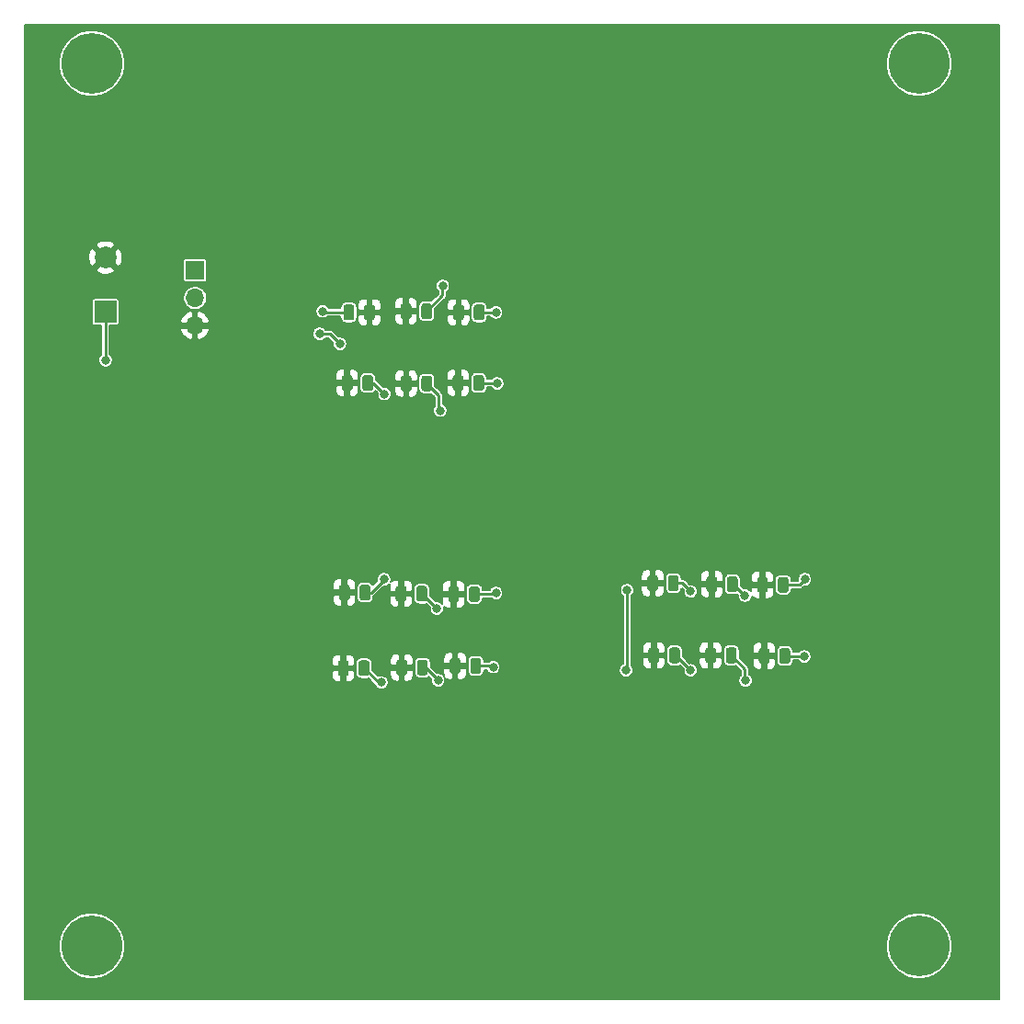
<source format=gbr>
%TF.GenerationSoftware,KiCad,Pcbnew,(5.1.10)-1*%
%TF.CreationDate,2023-02-12T14:12:42-06:00*%
%TF.ProjectId,neopixel_board,6e656f70-6978-4656-9c5f-626f6172642e,rev?*%
%TF.SameCoordinates,Original*%
%TF.FileFunction,Copper,L2,Bot*%
%TF.FilePolarity,Positive*%
%FSLAX46Y46*%
G04 Gerber Fmt 4.6, Leading zero omitted, Abs format (unit mm)*
G04 Created by KiCad (PCBNEW (5.1.10)-1) date 2023-02-12 14:12:42*
%MOMM*%
%LPD*%
G01*
G04 APERTURE LIST*
%TA.AperFunction,ConnectorPad*%
%ADD10C,5.600000*%
%TD*%
%TA.AperFunction,ComponentPad*%
%ADD11C,3.600000*%
%TD*%
%TA.AperFunction,ComponentPad*%
%ADD12C,2.000000*%
%TD*%
%TA.AperFunction,ComponentPad*%
%ADD13R,2.000000X2.000000*%
%TD*%
%TA.AperFunction,ComponentPad*%
%ADD14O,1.700000X1.700000*%
%TD*%
%TA.AperFunction,ComponentPad*%
%ADD15R,1.700000X1.700000*%
%TD*%
%TA.AperFunction,ViaPad*%
%ADD16C,0.800000*%
%TD*%
%TA.AperFunction,Conductor*%
%ADD17C,0.250000*%
%TD*%
%TA.AperFunction,Conductor*%
%ADD18C,0.127000*%
%TD*%
%TA.AperFunction,Conductor*%
%ADD19C,0.100000*%
%TD*%
G04 APERTURE END LIST*
D10*
%TO.P,.,1*%
%TO.N,N/C*%
X154940000Y-124460000D03*
D11*
X154940000Y-124460000D03*
%TD*%
%TO.P,.,1*%
%TO.N,N/C*%
X154940000Y-43180000D03*
D10*
X154940000Y-43180000D03*
%TD*%
D11*
%TO.P,.,1*%
%TO.N,N/C*%
X78740000Y-124460000D03*
D10*
X78740000Y-124460000D03*
%TD*%
%TO.P,.,1*%
%TO.N,N/C*%
X78740000Y-43180000D03*
D11*
X78740000Y-43180000D03*
%TD*%
D12*
%TO.P,C1,2*%
%TO.N,GND*%
X80010000Y-61040000D03*
D13*
%TO.P,C1,1*%
%TO.N,VCC*%
X80010000Y-66040000D03*
%TD*%
%TO.P,C21,2*%
%TO.N,GND*%
%TA.AperFunction,SMDPad,CuDef*%
G36*
G01*
X141180400Y-97264200D02*
X141180400Y-98214200D01*
G75*
G02*
X140930400Y-98464200I-250000J0D01*
G01*
X140430400Y-98464200D01*
G75*
G02*
X140180400Y-98214200I0J250000D01*
G01*
X140180400Y-97264200D01*
G75*
G02*
X140430400Y-97014200I250000J0D01*
G01*
X140930400Y-97014200D01*
G75*
G02*
X141180400Y-97264200I0J-250000D01*
G01*
G37*
%TD.AperFunction*%
%TO.P,C21,1*%
%TO.N,VCC*%
%TA.AperFunction,SMDPad,CuDef*%
G36*
G01*
X143080400Y-97264200D02*
X143080400Y-98214200D01*
G75*
G02*
X142830400Y-98464200I-250000J0D01*
G01*
X142330400Y-98464200D01*
G75*
G02*
X142080400Y-98214200I0J250000D01*
G01*
X142080400Y-97264200D01*
G75*
G02*
X142330400Y-97014200I250000J0D01*
G01*
X142830400Y-97014200D01*
G75*
G02*
X143080400Y-97264200I0J-250000D01*
G01*
G37*
%TD.AperFunction*%
%TD*%
%TO.P,C20,2*%
%TO.N,GND*%
%TA.AperFunction,SMDPad,CuDef*%
G36*
G01*
X136252800Y-97213400D02*
X136252800Y-98163400D01*
G75*
G02*
X136002800Y-98413400I-250000J0D01*
G01*
X135502800Y-98413400D01*
G75*
G02*
X135252800Y-98163400I0J250000D01*
G01*
X135252800Y-97213400D01*
G75*
G02*
X135502800Y-96963400I250000J0D01*
G01*
X136002800Y-96963400D01*
G75*
G02*
X136252800Y-97213400I0J-250000D01*
G01*
G37*
%TD.AperFunction*%
%TO.P,C20,1*%
%TO.N,VCC*%
%TA.AperFunction,SMDPad,CuDef*%
G36*
G01*
X138152800Y-97213400D02*
X138152800Y-98163400D01*
G75*
G02*
X137902800Y-98413400I-250000J0D01*
G01*
X137402800Y-98413400D01*
G75*
G02*
X137152800Y-98163400I0J250000D01*
G01*
X137152800Y-97213400D01*
G75*
G02*
X137402800Y-96963400I250000J0D01*
G01*
X137902800Y-96963400D01*
G75*
G02*
X138152800Y-97213400I0J-250000D01*
G01*
G37*
%TD.AperFunction*%
%TD*%
%TO.P,C19,2*%
%TO.N,GND*%
%TA.AperFunction,SMDPad,CuDef*%
G36*
G01*
X131020400Y-97213400D02*
X131020400Y-98163400D01*
G75*
G02*
X130770400Y-98413400I-250000J0D01*
G01*
X130270400Y-98413400D01*
G75*
G02*
X130020400Y-98163400I0J250000D01*
G01*
X130020400Y-97213400D01*
G75*
G02*
X130270400Y-96963400I250000J0D01*
G01*
X130770400Y-96963400D01*
G75*
G02*
X131020400Y-97213400I0J-250000D01*
G01*
G37*
%TD.AperFunction*%
%TO.P,C19,1*%
%TO.N,VCC*%
%TA.AperFunction,SMDPad,CuDef*%
G36*
G01*
X132920400Y-97213400D02*
X132920400Y-98163400D01*
G75*
G02*
X132670400Y-98413400I-250000J0D01*
G01*
X132170400Y-98413400D01*
G75*
G02*
X131920400Y-98163400I0J250000D01*
G01*
X131920400Y-97213400D01*
G75*
G02*
X132170400Y-96963400I250000J0D01*
G01*
X132670400Y-96963400D01*
G75*
G02*
X132920400Y-97213400I0J-250000D01*
G01*
G37*
%TD.AperFunction*%
%TD*%
%TO.P,C18,2*%
%TO.N,GND*%
%TA.AperFunction,SMDPad,CuDef*%
G36*
G01*
X141028000Y-90711000D02*
X141028000Y-91661000D01*
G75*
G02*
X140778000Y-91911000I-250000J0D01*
G01*
X140278000Y-91911000D01*
G75*
G02*
X140028000Y-91661000I0J250000D01*
G01*
X140028000Y-90711000D01*
G75*
G02*
X140278000Y-90461000I250000J0D01*
G01*
X140778000Y-90461000D01*
G75*
G02*
X141028000Y-90711000I0J-250000D01*
G01*
G37*
%TD.AperFunction*%
%TO.P,C18,1*%
%TO.N,VCC*%
%TA.AperFunction,SMDPad,CuDef*%
G36*
G01*
X142928000Y-90711000D02*
X142928000Y-91661000D01*
G75*
G02*
X142678000Y-91911000I-250000J0D01*
G01*
X142178000Y-91911000D01*
G75*
G02*
X141928000Y-91661000I0J250000D01*
G01*
X141928000Y-90711000D01*
G75*
G02*
X142178000Y-90461000I250000J0D01*
G01*
X142678000Y-90461000D01*
G75*
G02*
X142928000Y-90711000I0J-250000D01*
G01*
G37*
%TD.AperFunction*%
%TD*%
%TO.P,C17,2*%
%TO.N,GND*%
%TA.AperFunction,SMDPad,CuDef*%
G36*
G01*
X136354400Y-90660200D02*
X136354400Y-91610200D01*
G75*
G02*
X136104400Y-91860200I-250000J0D01*
G01*
X135604400Y-91860200D01*
G75*
G02*
X135354400Y-91610200I0J250000D01*
G01*
X135354400Y-90660200D01*
G75*
G02*
X135604400Y-90410200I250000J0D01*
G01*
X136104400Y-90410200D01*
G75*
G02*
X136354400Y-90660200I0J-250000D01*
G01*
G37*
%TD.AperFunction*%
%TO.P,C17,1*%
%TO.N,VCC*%
%TA.AperFunction,SMDPad,CuDef*%
G36*
G01*
X138254400Y-90660200D02*
X138254400Y-91610200D01*
G75*
G02*
X138004400Y-91860200I-250000J0D01*
G01*
X137504400Y-91860200D01*
G75*
G02*
X137254400Y-91610200I0J250000D01*
G01*
X137254400Y-90660200D01*
G75*
G02*
X137504400Y-90410200I250000J0D01*
G01*
X138004400Y-90410200D01*
G75*
G02*
X138254400Y-90660200I0J-250000D01*
G01*
G37*
%TD.AperFunction*%
%TD*%
%TO.P,C16,2*%
%TO.N,GND*%
%TA.AperFunction,SMDPad,CuDef*%
G36*
G01*
X130918800Y-90558600D02*
X130918800Y-91508600D01*
G75*
G02*
X130668800Y-91758600I-250000J0D01*
G01*
X130168800Y-91758600D01*
G75*
G02*
X129918800Y-91508600I0J250000D01*
G01*
X129918800Y-90558600D01*
G75*
G02*
X130168800Y-90308600I250000J0D01*
G01*
X130668800Y-90308600D01*
G75*
G02*
X130918800Y-90558600I0J-250000D01*
G01*
G37*
%TD.AperFunction*%
%TO.P,C16,1*%
%TO.N,VCC*%
%TA.AperFunction,SMDPad,CuDef*%
G36*
G01*
X132818800Y-90558600D02*
X132818800Y-91508600D01*
G75*
G02*
X132568800Y-91758600I-250000J0D01*
G01*
X132068800Y-91758600D01*
G75*
G02*
X131818800Y-91508600I0J250000D01*
G01*
X131818800Y-90558600D01*
G75*
G02*
X132068800Y-90308600I250000J0D01*
G01*
X132568800Y-90308600D01*
G75*
G02*
X132818800Y-90558600I0J-250000D01*
G01*
G37*
%TD.AperFunction*%
%TD*%
%TO.P,C15,2*%
%TO.N,GND*%
%TA.AperFunction,SMDPad,CuDef*%
G36*
G01*
X112717200Y-98178600D02*
X112717200Y-99128600D01*
G75*
G02*
X112467200Y-99378600I-250000J0D01*
G01*
X111967200Y-99378600D01*
G75*
G02*
X111717200Y-99128600I0J250000D01*
G01*
X111717200Y-98178600D01*
G75*
G02*
X111967200Y-97928600I250000J0D01*
G01*
X112467200Y-97928600D01*
G75*
G02*
X112717200Y-98178600I0J-250000D01*
G01*
G37*
%TD.AperFunction*%
%TO.P,C15,1*%
%TO.N,VCC*%
%TA.AperFunction,SMDPad,CuDef*%
G36*
G01*
X114617200Y-98178600D02*
X114617200Y-99128600D01*
G75*
G02*
X114367200Y-99378600I-250000J0D01*
G01*
X113867200Y-99378600D01*
G75*
G02*
X113617200Y-99128600I0J250000D01*
G01*
X113617200Y-98178600D01*
G75*
G02*
X113867200Y-97928600I250000J0D01*
G01*
X114367200Y-97928600D01*
G75*
G02*
X114617200Y-98178600I0J-250000D01*
G01*
G37*
%TD.AperFunction*%
%TD*%
%TO.P,C14,2*%
%TO.N,GND*%
%TA.AperFunction,SMDPad,CuDef*%
G36*
G01*
X107804800Y-98331000D02*
X107804800Y-99281000D01*
G75*
G02*
X107554800Y-99531000I-250000J0D01*
G01*
X107054800Y-99531000D01*
G75*
G02*
X106804800Y-99281000I0J250000D01*
G01*
X106804800Y-98331000D01*
G75*
G02*
X107054800Y-98081000I250000J0D01*
G01*
X107554800Y-98081000D01*
G75*
G02*
X107804800Y-98331000I0J-250000D01*
G01*
G37*
%TD.AperFunction*%
%TO.P,C14,1*%
%TO.N,VCC*%
%TA.AperFunction,SMDPad,CuDef*%
G36*
G01*
X109704800Y-98331000D02*
X109704800Y-99281000D01*
G75*
G02*
X109454800Y-99531000I-250000J0D01*
G01*
X108954800Y-99531000D01*
G75*
G02*
X108704800Y-99281000I0J250000D01*
G01*
X108704800Y-98331000D01*
G75*
G02*
X108954800Y-98081000I250000J0D01*
G01*
X109454800Y-98081000D01*
G75*
G02*
X109704800Y-98331000I0J-250000D01*
G01*
G37*
%TD.AperFunction*%
%TD*%
%TO.P,C13,2*%
%TO.N,GND*%
%TA.AperFunction,SMDPad,CuDef*%
G36*
G01*
X102420000Y-98381800D02*
X102420000Y-99331800D01*
G75*
G02*
X102170000Y-99581800I-250000J0D01*
G01*
X101670000Y-99581800D01*
G75*
G02*
X101420000Y-99331800I0J250000D01*
G01*
X101420000Y-98381800D01*
G75*
G02*
X101670000Y-98131800I250000J0D01*
G01*
X102170000Y-98131800D01*
G75*
G02*
X102420000Y-98381800I0J-250000D01*
G01*
G37*
%TD.AperFunction*%
%TO.P,C13,1*%
%TO.N,VCC*%
%TA.AperFunction,SMDPad,CuDef*%
G36*
G01*
X104320000Y-98381800D02*
X104320000Y-99331800D01*
G75*
G02*
X104070000Y-99581800I-250000J0D01*
G01*
X103570000Y-99581800D01*
G75*
G02*
X103320000Y-99331800I0J250000D01*
G01*
X103320000Y-98381800D01*
G75*
G02*
X103570000Y-98131800I250000J0D01*
G01*
X104070000Y-98131800D01*
G75*
G02*
X104320000Y-98381800I0J-250000D01*
G01*
G37*
%TD.AperFunction*%
%TD*%
%TO.P,C12,2*%
%TO.N,GND*%
%TA.AperFunction,SMDPad,CuDef*%
G36*
G01*
X112580000Y-91574600D02*
X112580000Y-92524600D01*
G75*
G02*
X112330000Y-92774600I-250000J0D01*
G01*
X111830000Y-92774600D01*
G75*
G02*
X111580000Y-92524600I0J250000D01*
G01*
X111580000Y-91574600D01*
G75*
G02*
X111830000Y-91324600I250000J0D01*
G01*
X112330000Y-91324600D01*
G75*
G02*
X112580000Y-91574600I0J-250000D01*
G01*
G37*
%TD.AperFunction*%
%TO.P,C12,1*%
%TO.N,VCC*%
%TA.AperFunction,SMDPad,CuDef*%
G36*
G01*
X114480000Y-91574600D02*
X114480000Y-92524600D01*
G75*
G02*
X114230000Y-92774600I-250000J0D01*
G01*
X113730000Y-92774600D01*
G75*
G02*
X113480000Y-92524600I0J250000D01*
G01*
X113480000Y-91574600D01*
G75*
G02*
X113730000Y-91324600I250000J0D01*
G01*
X114230000Y-91324600D01*
G75*
G02*
X114480000Y-91574600I0J-250000D01*
G01*
G37*
%TD.AperFunction*%
%TD*%
%TO.P,C11,2*%
%TO.N,GND*%
%TA.AperFunction,SMDPad,CuDef*%
G36*
G01*
X107738800Y-91523800D02*
X107738800Y-92473800D01*
G75*
G02*
X107488800Y-92723800I-250000J0D01*
G01*
X106988800Y-92723800D01*
G75*
G02*
X106738800Y-92473800I0J250000D01*
G01*
X106738800Y-91523800D01*
G75*
G02*
X106988800Y-91273800I250000J0D01*
G01*
X107488800Y-91273800D01*
G75*
G02*
X107738800Y-91523800I0J-250000D01*
G01*
G37*
%TD.AperFunction*%
%TO.P,C11,1*%
%TO.N,VCC*%
%TA.AperFunction,SMDPad,CuDef*%
G36*
G01*
X109638800Y-91523800D02*
X109638800Y-92473800D01*
G75*
G02*
X109388800Y-92723800I-250000J0D01*
G01*
X108888800Y-92723800D01*
G75*
G02*
X108638800Y-92473800I0J250000D01*
G01*
X108638800Y-91523800D01*
G75*
G02*
X108888800Y-91273800I250000J0D01*
G01*
X109388800Y-91273800D01*
G75*
G02*
X109638800Y-91523800I0J-250000D01*
G01*
G37*
%TD.AperFunction*%
%TD*%
%TO.P,C10,2*%
%TO.N,GND*%
%TA.AperFunction,SMDPad,CuDef*%
G36*
G01*
X102521600Y-91422200D02*
X102521600Y-92372200D01*
G75*
G02*
X102271600Y-92622200I-250000J0D01*
G01*
X101771600Y-92622200D01*
G75*
G02*
X101521600Y-92372200I0J250000D01*
G01*
X101521600Y-91422200D01*
G75*
G02*
X101771600Y-91172200I250000J0D01*
G01*
X102271600Y-91172200D01*
G75*
G02*
X102521600Y-91422200I0J-250000D01*
G01*
G37*
%TD.AperFunction*%
%TO.P,C10,1*%
%TO.N,VCC*%
%TA.AperFunction,SMDPad,CuDef*%
G36*
G01*
X104421600Y-91422200D02*
X104421600Y-92372200D01*
G75*
G02*
X104171600Y-92622200I-250000J0D01*
G01*
X103671600Y-92622200D01*
G75*
G02*
X103421600Y-92372200I0J250000D01*
G01*
X103421600Y-91422200D01*
G75*
G02*
X103671600Y-91172200I250000J0D01*
G01*
X104171600Y-91172200D01*
G75*
G02*
X104421600Y-91422200I0J-250000D01*
G01*
G37*
%TD.AperFunction*%
%TD*%
%TO.P,C9,2*%
%TO.N,GND*%
%TA.AperFunction,SMDPad,CuDef*%
G36*
G01*
X112986400Y-72118200D02*
X112986400Y-73068200D01*
G75*
G02*
X112736400Y-73318200I-250000J0D01*
G01*
X112236400Y-73318200D01*
G75*
G02*
X111986400Y-73068200I0J250000D01*
G01*
X111986400Y-72118200D01*
G75*
G02*
X112236400Y-71868200I250000J0D01*
G01*
X112736400Y-71868200D01*
G75*
G02*
X112986400Y-72118200I0J-250000D01*
G01*
G37*
%TD.AperFunction*%
%TO.P,C9,1*%
%TO.N,VCC*%
%TA.AperFunction,SMDPad,CuDef*%
G36*
G01*
X114886400Y-72118200D02*
X114886400Y-73068200D01*
G75*
G02*
X114636400Y-73318200I-250000J0D01*
G01*
X114136400Y-73318200D01*
G75*
G02*
X113886400Y-73068200I0J250000D01*
G01*
X113886400Y-72118200D01*
G75*
G02*
X114136400Y-71868200I250000J0D01*
G01*
X114636400Y-71868200D01*
G75*
G02*
X114886400Y-72118200I0J-250000D01*
G01*
G37*
%TD.AperFunction*%
%TD*%
%TO.P,C8,2*%
%TO.N,GND*%
%TA.AperFunction,SMDPad,CuDef*%
G36*
G01*
X108211200Y-72169000D02*
X108211200Y-73119000D01*
G75*
G02*
X107961200Y-73369000I-250000J0D01*
G01*
X107461200Y-73369000D01*
G75*
G02*
X107211200Y-73119000I0J250000D01*
G01*
X107211200Y-72169000D01*
G75*
G02*
X107461200Y-71919000I250000J0D01*
G01*
X107961200Y-71919000D01*
G75*
G02*
X108211200Y-72169000I0J-250000D01*
G01*
G37*
%TD.AperFunction*%
%TO.P,C8,1*%
%TO.N,VCC*%
%TA.AperFunction,SMDPad,CuDef*%
G36*
G01*
X110111200Y-72169000D02*
X110111200Y-73119000D01*
G75*
G02*
X109861200Y-73369000I-250000J0D01*
G01*
X109361200Y-73369000D01*
G75*
G02*
X109111200Y-73119000I0J250000D01*
G01*
X109111200Y-72169000D01*
G75*
G02*
X109361200Y-71919000I250000J0D01*
G01*
X109861200Y-71919000D01*
G75*
G02*
X110111200Y-72169000I0J-250000D01*
G01*
G37*
%TD.AperFunction*%
%TD*%
%TO.P,C7,2*%
%TO.N,GND*%
%TA.AperFunction,SMDPad,CuDef*%
G36*
G01*
X102775600Y-72118200D02*
X102775600Y-73068200D01*
G75*
G02*
X102525600Y-73318200I-250000J0D01*
G01*
X102025600Y-73318200D01*
G75*
G02*
X101775600Y-73068200I0J250000D01*
G01*
X101775600Y-72118200D01*
G75*
G02*
X102025600Y-71868200I250000J0D01*
G01*
X102525600Y-71868200D01*
G75*
G02*
X102775600Y-72118200I0J-250000D01*
G01*
G37*
%TD.AperFunction*%
%TO.P,C7,1*%
%TO.N,VCC*%
%TA.AperFunction,SMDPad,CuDef*%
G36*
G01*
X104675600Y-72118200D02*
X104675600Y-73068200D01*
G75*
G02*
X104425600Y-73318200I-250000J0D01*
G01*
X103925600Y-73318200D01*
G75*
G02*
X103675600Y-73068200I0J250000D01*
G01*
X103675600Y-72118200D01*
G75*
G02*
X103925600Y-71868200I250000J0D01*
G01*
X104425600Y-71868200D01*
G75*
G02*
X104675600Y-72118200I0J-250000D01*
G01*
G37*
%TD.AperFunction*%
%TD*%
%TO.P,C6,2*%
%TO.N,GND*%
%TA.AperFunction,SMDPad,CuDef*%
G36*
G01*
X113037200Y-65615800D02*
X113037200Y-66565800D01*
G75*
G02*
X112787200Y-66815800I-250000J0D01*
G01*
X112287200Y-66815800D01*
G75*
G02*
X112037200Y-66565800I0J250000D01*
G01*
X112037200Y-65615800D01*
G75*
G02*
X112287200Y-65365800I250000J0D01*
G01*
X112787200Y-65365800D01*
G75*
G02*
X113037200Y-65615800I0J-250000D01*
G01*
G37*
%TD.AperFunction*%
%TO.P,C6,1*%
%TO.N,VCC*%
%TA.AperFunction,SMDPad,CuDef*%
G36*
G01*
X114937200Y-65615800D02*
X114937200Y-66565800D01*
G75*
G02*
X114687200Y-66815800I-250000J0D01*
G01*
X114187200Y-66815800D01*
G75*
G02*
X113937200Y-66565800I0J250000D01*
G01*
X113937200Y-65615800D01*
G75*
G02*
X114187200Y-65365800I250000J0D01*
G01*
X114687200Y-65365800D01*
G75*
G02*
X114937200Y-65615800I0J-250000D01*
G01*
G37*
%TD.AperFunction*%
%TD*%
%TO.P,C5,2*%
%TO.N,GND*%
%TA.AperFunction,SMDPad,CuDef*%
G36*
G01*
X108196000Y-65514200D02*
X108196000Y-66464200D01*
G75*
G02*
X107946000Y-66714200I-250000J0D01*
G01*
X107446000Y-66714200D01*
G75*
G02*
X107196000Y-66464200I0J250000D01*
G01*
X107196000Y-65514200D01*
G75*
G02*
X107446000Y-65264200I250000J0D01*
G01*
X107946000Y-65264200D01*
G75*
G02*
X108196000Y-65514200I0J-250000D01*
G01*
G37*
%TD.AperFunction*%
%TO.P,C5,1*%
%TO.N,VCC*%
%TA.AperFunction,SMDPad,CuDef*%
G36*
G01*
X110096000Y-65514200D02*
X110096000Y-66464200D01*
G75*
G02*
X109846000Y-66714200I-250000J0D01*
G01*
X109346000Y-66714200D01*
G75*
G02*
X109096000Y-66464200I0J250000D01*
G01*
X109096000Y-65514200D01*
G75*
G02*
X109346000Y-65264200I250000J0D01*
G01*
X109846000Y-65264200D01*
G75*
G02*
X110096000Y-65514200I0J-250000D01*
G01*
G37*
%TD.AperFunction*%
%TD*%
%TO.P,C4,2*%
%TO.N,GND*%
%TA.AperFunction,SMDPad,CuDef*%
G36*
G01*
X103828000Y-66565800D02*
X103828000Y-65615800D01*
G75*
G02*
X104078000Y-65365800I250000J0D01*
G01*
X104578000Y-65365800D01*
G75*
G02*
X104828000Y-65615800I0J-250000D01*
G01*
X104828000Y-66565800D01*
G75*
G02*
X104578000Y-66815800I-250000J0D01*
G01*
X104078000Y-66815800D01*
G75*
G02*
X103828000Y-66565800I0J250000D01*
G01*
G37*
%TD.AperFunction*%
%TO.P,C4,1*%
%TO.N,VCC*%
%TA.AperFunction,SMDPad,CuDef*%
G36*
G01*
X101928000Y-66565800D02*
X101928000Y-65615800D01*
G75*
G02*
X102178000Y-65365800I250000J0D01*
G01*
X102678000Y-65365800D01*
G75*
G02*
X102928000Y-65615800I0J-250000D01*
G01*
X102928000Y-66565800D01*
G75*
G02*
X102678000Y-66815800I-250000J0D01*
G01*
X102178000Y-66815800D01*
G75*
G02*
X101928000Y-66565800I0J250000D01*
G01*
G37*
%TD.AperFunction*%
%TD*%
D14*
%TO.P,J1,3*%
%TO.N,GND*%
X88265000Y-67310000D03*
%TO.P,J1,2*%
%TO.N,GPIO*%
X88265000Y-64770000D03*
D15*
%TO.P,J1,1*%
%TO.N,VCC*%
X88265000Y-62230000D03*
%TD*%
D16*
%TO.N,GPIO*%
X99720400Y-68072000D03*
X101600000Y-68986400D03*
%TO.N,Net-(D15-Pad1)*%
X128066800Y-91694000D03*
X127965200Y-99060000D03*
%TO.N,GND*%
X107797600Y-62687200D03*
X112572800Y-62839600D03*
X102514400Y-62636400D03*
X107797600Y-69697600D03*
X102463600Y-69596000D03*
X112623600Y-69646800D03*
X102158800Y-88950800D03*
X107492800Y-88747600D03*
X112268000Y-88493600D03*
X102108000Y-95504000D03*
X107442000Y-95402400D03*
X112166400Y-95351600D03*
X130606800Y-87782400D03*
X135940800Y-87528400D03*
X140665200Y-87426800D03*
X130556000Y-94437200D03*
X135940800Y-94488000D03*
X140766800Y-94488000D03*
X88265000Y-70485000D03*
%TO.N,VCC*%
X100025200Y-65989200D03*
X111074610Y-63656969D03*
X115976400Y-66090800D03*
X105714800Y-73609200D03*
X110845600Y-75133200D03*
X116078000Y-72644000D03*
X105664000Y-90678000D03*
X110540800Y-93370400D03*
X115976400Y-91948000D03*
X105410000Y-100177600D03*
X110642400Y-99974400D03*
X115722400Y-98755200D03*
X133908800Y-91795600D03*
X138916247Y-92172953D03*
X144424400Y-90678000D03*
X133908800Y-99060000D03*
X138962620Y-100008246D03*
X144373600Y-97790000D03*
X80010000Y-70485000D03*
%TD*%
D17*
%TO.N,GPIO*%
X100685600Y-68072000D02*
X101600000Y-68986400D01*
X99720400Y-68072000D02*
X100685600Y-68072000D01*
%TO.N,Net-(D15-Pad1)*%
X128066800Y-98958400D02*
X127965200Y-99060000D01*
X128066800Y-91694000D02*
X128066800Y-98958400D01*
%TO.N,VCC*%
X100126800Y-66090800D02*
X100025200Y-65989200D01*
X102428000Y-66090800D02*
X100126800Y-66090800D01*
X109596000Y-65989200D02*
X111048800Y-64536400D01*
X111048800Y-63682779D02*
X111074610Y-63656969D01*
X111048800Y-64536400D02*
X111048800Y-63682779D01*
X114437200Y-66090800D02*
X115976400Y-66090800D01*
X104698800Y-72593200D02*
X105714800Y-73609200D01*
X104175600Y-72593200D02*
X104698800Y-72593200D01*
X109611200Y-72644000D02*
X110693200Y-73726000D01*
X110693200Y-74980800D02*
X110845600Y-75133200D01*
X110693200Y-73726000D02*
X110693200Y-74980800D01*
X114386400Y-72593200D02*
X115925600Y-72593200D01*
X116027200Y-72593200D02*
X116078000Y-72644000D01*
X115925600Y-72593200D02*
X116027200Y-72593200D01*
X103921600Y-91897200D02*
X104495600Y-91897200D01*
X105664000Y-90728800D02*
X105664000Y-90678000D01*
X104495600Y-91897200D02*
X105664000Y-90728800D01*
X109169200Y-91998800D02*
X110540800Y-93370400D01*
X109138800Y-91998800D02*
X109169200Y-91998800D01*
X115874800Y-92049600D02*
X115976400Y-91948000D01*
X113980000Y-92049600D02*
X115874800Y-92049600D01*
X103820000Y-98856800D02*
X105140800Y-100177600D01*
X105140800Y-100177600D02*
X105410000Y-100177600D01*
X109474000Y-98806000D02*
X110642400Y-99974400D01*
X109204800Y-98806000D02*
X109474000Y-98806000D01*
X115620800Y-98653600D02*
X115722400Y-98755200D01*
X114117200Y-98653600D02*
X115620800Y-98653600D01*
X133146800Y-91033600D02*
X133908800Y-91795600D01*
X132318800Y-91033600D02*
X133146800Y-91033600D01*
X137878494Y-91135200D02*
X138916247Y-92172953D01*
X137754400Y-91135200D02*
X137878494Y-91135200D01*
X143916400Y-91186000D02*
X144424400Y-90678000D01*
X142428000Y-91186000D02*
X143916400Y-91186000D01*
X132537200Y-97688400D02*
X133908800Y-99060000D01*
X132420400Y-97688400D02*
X132537200Y-97688400D01*
X137652800Y-97688400D02*
X138887200Y-98922800D01*
X138887200Y-99932826D02*
X138962620Y-100008246D01*
X138887200Y-98922800D02*
X138887200Y-99932826D01*
X144322800Y-97739200D02*
X144373600Y-97790000D01*
X142580400Y-97739200D02*
X144322800Y-97739200D01*
X80010000Y-66040000D02*
X80010000Y-70485000D01*
%TD*%
D18*
%TO.N,GND*%
X162344500Y-129324500D02*
X72605500Y-129324500D01*
X72605500Y-124158272D01*
X75676500Y-124158272D01*
X75676500Y-124761728D01*
X75794229Y-125353590D01*
X76025161Y-125911111D01*
X76360424Y-126412867D01*
X76787133Y-126839576D01*
X77288889Y-127174839D01*
X77846410Y-127405771D01*
X78438272Y-127523500D01*
X79041728Y-127523500D01*
X79633590Y-127405771D01*
X80191111Y-127174839D01*
X80692867Y-126839576D01*
X81119576Y-126412867D01*
X81454839Y-125911111D01*
X81685771Y-125353590D01*
X81803500Y-124761728D01*
X81803500Y-124158272D01*
X151876500Y-124158272D01*
X151876500Y-124761728D01*
X151994229Y-125353590D01*
X152225161Y-125911111D01*
X152560424Y-126412867D01*
X152987133Y-126839576D01*
X153488889Y-127174839D01*
X154046410Y-127405771D01*
X154638272Y-127523500D01*
X155241728Y-127523500D01*
X155833590Y-127405771D01*
X156391111Y-127174839D01*
X156892867Y-126839576D01*
X157319576Y-126412867D01*
X157654839Y-125911111D01*
X157885771Y-125353590D01*
X158003500Y-124761728D01*
X158003500Y-124158272D01*
X157885771Y-123566410D01*
X157654839Y-123008889D01*
X157319576Y-122507133D01*
X156892867Y-122080424D01*
X156391111Y-121745161D01*
X155833590Y-121514229D01*
X155241728Y-121396500D01*
X154638272Y-121396500D01*
X154046410Y-121514229D01*
X153488889Y-121745161D01*
X152987133Y-122080424D01*
X152560424Y-122507133D01*
X152225161Y-123008889D01*
X151994229Y-123566410D01*
X151876500Y-124158272D01*
X81803500Y-124158272D01*
X81685771Y-123566410D01*
X81454839Y-123008889D01*
X81119576Y-122507133D01*
X80692867Y-122080424D01*
X80191111Y-121745161D01*
X79633590Y-121514229D01*
X79041728Y-121396500D01*
X78438272Y-121396500D01*
X77846410Y-121514229D01*
X77288889Y-121745161D01*
X76787133Y-122080424D01*
X76360424Y-122507133D01*
X76025161Y-123008889D01*
X75794229Y-123566410D01*
X75676500Y-124158272D01*
X72605500Y-124158272D01*
X72605500Y-99581800D01*
X100845735Y-99581800D01*
X100856769Y-99693834D01*
X100889448Y-99801562D01*
X100942516Y-99900845D01*
X101013933Y-99987867D01*
X101100955Y-100059284D01*
X101200238Y-100112352D01*
X101307966Y-100145031D01*
X101420000Y-100156065D01*
X101586625Y-100153300D01*
X101729500Y-100010425D01*
X101729500Y-99047300D01*
X102110500Y-99047300D01*
X102110500Y-100010425D01*
X102253375Y-100153300D01*
X102420000Y-100156065D01*
X102532034Y-100145031D01*
X102639762Y-100112352D01*
X102739045Y-100059284D01*
X102826067Y-99987867D01*
X102897484Y-99900845D01*
X102950552Y-99801562D01*
X102983231Y-99693834D01*
X102994265Y-99581800D01*
X102991500Y-99190175D01*
X102848625Y-99047300D01*
X102110500Y-99047300D01*
X101729500Y-99047300D01*
X100991375Y-99047300D01*
X100848500Y-99190175D01*
X100845735Y-99581800D01*
X72605500Y-99581800D01*
X72605500Y-98131800D01*
X100845735Y-98131800D01*
X100848500Y-98523425D01*
X100991375Y-98666300D01*
X101729500Y-98666300D01*
X101729500Y-97703175D01*
X102110500Y-97703175D01*
X102110500Y-98666300D01*
X102848625Y-98666300D01*
X102991500Y-98523425D01*
X102992499Y-98381800D01*
X103055226Y-98381800D01*
X103055226Y-99331800D01*
X103065117Y-99432227D01*
X103094411Y-99528795D01*
X103141981Y-99617793D01*
X103206000Y-99695800D01*
X103284007Y-99759819D01*
X103373005Y-99807389D01*
X103469573Y-99836683D01*
X103570000Y-99846574D01*
X104070000Y-99846574D01*
X104170427Y-99836683D01*
X104231834Y-99818055D01*
X104768791Y-100355012D01*
X104771998Y-100371136D01*
X104822014Y-100491885D01*
X104894626Y-100600556D01*
X104987044Y-100692974D01*
X105095715Y-100765586D01*
X105216464Y-100815602D01*
X105344651Y-100841100D01*
X105475349Y-100841100D01*
X105603536Y-100815602D01*
X105724285Y-100765586D01*
X105832956Y-100692974D01*
X105925374Y-100600556D01*
X105997986Y-100491885D01*
X106048002Y-100371136D01*
X106073500Y-100242949D01*
X106073500Y-100112251D01*
X106048002Y-99984064D01*
X105997986Y-99863315D01*
X105925374Y-99754644D01*
X105832956Y-99662226D01*
X105724285Y-99589614D01*
X105603536Y-99539598D01*
X105560311Y-99531000D01*
X106230535Y-99531000D01*
X106241569Y-99643034D01*
X106274248Y-99750762D01*
X106327316Y-99850045D01*
X106398733Y-99937067D01*
X106485755Y-100008484D01*
X106585038Y-100061552D01*
X106692766Y-100094231D01*
X106804800Y-100105265D01*
X106971425Y-100102500D01*
X107114300Y-99959625D01*
X107114300Y-98996500D01*
X107495300Y-98996500D01*
X107495300Y-99959625D01*
X107638175Y-100102500D01*
X107804800Y-100105265D01*
X107916834Y-100094231D01*
X108024562Y-100061552D01*
X108123845Y-100008484D01*
X108210867Y-99937067D01*
X108282284Y-99850045D01*
X108335352Y-99750762D01*
X108368031Y-99643034D01*
X108379065Y-99531000D01*
X108376300Y-99139375D01*
X108233425Y-98996500D01*
X107495300Y-98996500D01*
X107114300Y-98996500D01*
X106376175Y-98996500D01*
X106233300Y-99139375D01*
X106230535Y-99531000D01*
X105560311Y-99531000D01*
X105475349Y-99514100D01*
X105344651Y-99514100D01*
X105216464Y-99539598D01*
X105100325Y-99587704D01*
X104584774Y-99072153D01*
X104584774Y-98381800D01*
X104574883Y-98281373D01*
X104545589Y-98184805D01*
X104498019Y-98095807D01*
X104485868Y-98081000D01*
X106230535Y-98081000D01*
X106233300Y-98472625D01*
X106376175Y-98615500D01*
X107114300Y-98615500D01*
X107114300Y-97652375D01*
X107495300Y-97652375D01*
X107495300Y-98615500D01*
X108233425Y-98615500D01*
X108376300Y-98472625D01*
X108377299Y-98331000D01*
X108440026Y-98331000D01*
X108440026Y-99281000D01*
X108449917Y-99381427D01*
X108479211Y-99477995D01*
X108526781Y-99566993D01*
X108590800Y-99645000D01*
X108668807Y-99709019D01*
X108757805Y-99756589D01*
X108854373Y-99785883D01*
X108954800Y-99795774D01*
X109454800Y-99795774D01*
X109555227Y-99785883D01*
X109651795Y-99756589D01*
X109740793Y-99709019D01*
X109788470Y-99669891D01*
X109986985Y-99868406D01*
X109978900Y-99909051D01*
X109978900Y-100039749D01*
X110004398Y-100167936D01*
X110054414Y-100288685D01*
X110127026Y-100397356D01*
X110219444Y-100489774D01*
X110328115Y-100562386D01*
X110448864Y-100612402D01*
X110577051Y-100637900D01*
X110707749Y-100637900D01*
X110835936Y-100612402D01*
X110956685Y-100562386D01*
X111065356Y-100489774D01*
X111157774Y-100397356D01*
X111230386Y-100288685D01*
X111280402Y-100167936D01*
X111305900Y-100039749D01*
X111305900Y-99909051D01*
X111280402Y-99780864D01*
X111252265Y-99712937D01*
X111311133Y-99784667D01*
X111398155Y-99856084D01*
X111497438Y-99909152D01*
X111605166Y-99941831D01*
X111717200Y-99952865D01*
X111883825Y-99950100D01*
X112026700Y-99807225D01*
X112026700Y-98844100D01*
X112407700Y-98844100D01*
X112407700Y-99807225D01*
X112550575Y-99950100D01*
X112717200Y-99952865D01*
X112829234Y-99941831D01*
X112936962Y-99909152D01*
X113036245Y-99856084D01*
X113123267Y-99784667D01*
X113194684Y-99697645D01*
X113247752Y-99598362D01*
X113280431Y-99490634D01*
X113291465Y-99378600D01*
X113288700Y-98986975D01*
X113145825Y-98844100D01*
X112407700Y-98844100D01*
X112026700Y-98844100D01*
X111288575Y-98844100D01*
X111145700Y-98986975D01*
X111142935Y-99378600D01*
X111153969Y-99490634D01*
X111184589Y-99591576D01*
X111157774Y-99551444D01*
X111065356Y-99459026D01*
X110956685Y-99386414D01*
X110835936Y-99336398D01*
X110707749Y-99310900D01*
X110577051Y-99310900D01*
X110536406Y-99318985D01*
X109969574Y-98752153D01*
X109969574Y-98331000D01*
X109959683Y-98230573D01*
X109930389Y-98134005D01*
X109882819Y-98045007D01*
X109818800Y-97967000D01*
X109772010Y-97928600D01*
X111142935Y-97928600D01*
X111145700Y-98320225D01*
X111288575Y-98463100D01*
X112026700Y-98463100D01*
X112026700Y-97499975D01*
X112407700Y-97499975D01*
X112407700Y-98463100D01*
X113145825Y-98463100D01*
X113288700Y-98320225D01*
X113289699Y-98178600D01*
X113352426Y-98178600D01*
X113352426Y-99128600D01*
X113362317Y-99229027D01*
X113391611Y-99325595D01*
X113439181Y-99414593D01*
X113503200Y-99492600D01*
X113581207Y-99556619D01*
X113670205Y-99604189D01*
X113766773Y-99633483D01*
X113867200Y-99643374D01*
X114367200Y-99643374D01*
X114467627Y-99633483D01*
X114564195Y-99604189D01*
X114653193Y-99556619D01*
X114731200Y-99492600D01*
X114795219Y-99414593D01*
X114842789Y-99325595D01*
X114872083Y-99229027D01*
X114881974Y-99128600D01*
X114881974Y-99042100D01*
X115123071Y-99042100D01*
X115134414Y-99069485D01*
X115207026Y-99178156D01*
X115299444Y-99270574D01*
X115408115Y-99343186D01*
X115528864Y-99393202D01*
X115657051Y-99418700D01*
X115787749Y-99418700D01*
X115915936Y-99393202D01*
X116036685Y-99343186D01*
X116145356Y-99270574D01*
X116237774Y-99178156D01*
X116310386Y-99069485D01*
X116341383Y-98994651D01*
X127301700Y-98994651D01*
X127301700Y-99125349D01*
X127327198Y-99253536D01*
X127377214Y-99374285D01*
X127449826Y-99482956D01*
X127542244Y-99575374D01*
X127650915Y-99647986D01*
X127771664Y-99698002D01*
X127899851Y-99723500D01*
X128030549Y-99723500D01*
X128158736Y-99698002D01*
X128279485Y-99647986D01*
X128388156Y-99575374D01*
X128480574Y-99482956D01*
X128553186Y-99374285D01*
X128603202Y-99253536D01*
X128628700Y-99125349D01*
X128628700Y-98994651D01*
X128603202Y-98866464D01*
X128553186Y-98745715D01*
X128480574Y-98637044D01*
X128455300Y-98611770D01*
X128455300Y-98413400D01*
X129446135Y-98413400D01*
X129457169Y-98525434D01*
X129489848Y-98633162D01*
X129542916Y-98732445D01*
X129614333Y-98819467D01*
X129701355Y-98890884D01*
X129800638Y-98943952D01*
X129908366Y-98976631D01*
X130020400Y-98987665D01*
X130187025Y-98984900D01*
X130329900Y-98842025D01*
X130329900Y-97878900D01*
X130710900Y-97878900D01*
X130710900Y-98842025D01*
X130853775Y-98984900D01*
X131020400Y-98987665D01*
X131132434Y-98976631D01*
X131240162Y-98943952D01*
X131339445Y-98890884D01*
X131426467Y-98819467D01*
X131497884Y-98732445D01*
X131550952Y-98633162D01*
X131583631Y-98525434D01*
X131594665Y-98413400D01*
X131591900Y-98021775D01*
X131449025Y-97878900D01*
X130710900Y-97878900D01*
X130329900Y-97878900D01*
X129591775Y-97878900D01*
X129448900Y-98021775D01*
X129446135Y-98413400D01*
X128455300Y-98413400D01*
X128455300Y-96963400D01*
X129446135Y-96963400D01*
X129448900Y-97355025D01*
X129591775Y-97497900D01*
X130329900Y-97497900D01*
X130329900Y-96534775D01*
X130710900Y-96534775D01*
X130710900Y-97497900D01*
X131449025Y-97497900D01*
X131591900Y-97355025D01*
X131592899Y-97213400D01*
X131655626Y-97213400D01*
X131655626Y-98163400D01*
X131665517Y-98263827D01*
X131694811Y-98360395D01*
X131742381Y-98449393D01*
X131806400Y-98527400D01*
X131884407Y-98591419D01*
X131973405Y-98638989D01*
X132069973Y-98668283D01*
X132170400Y-98678174D01*
X132670400Y-98678174D01*
X132770827Y-98668283D01*
X132867395Y-98638989D01*
X132913646Y-98614268D01*
X133253385Y-98954006D01*
X133245300Y-98994651D01*
X133245300Y-99125349D01*
X133270798Y-99253536D01*
X133320814Y-99374285D01*
X133393426Y-99482956D01*
X133485844Y-99575374D01*
X133594515Y-99647986D01*
X133715264Y-99698002D01*
X133843451Y-99723500D01*
X133974149Y-99723500D01*
X134102336Y-99698002D01*
X134223085Y-99647986D01*
X134331756Y-99575374D01*
X134424174Y-99482956D01*
X134496786Y-99374285D01*
X134546802Y-99253536D01*
X134572300Y-99125349D01*
X134572300Y-98994651D01*
X134546802Y-98866464D01*
X134496786Y-98745715D01*
X134424174Y-98637044D01*
X134331756Y-98544626D01*
X134223085Y-98472014D01*
X134102336Y-98421998D01*
X134059111Y-98413400D01*
X134678535Y-98413400D01*
X134689569Y-98525434D01*
X134722248Y-98633162D01*
X134775316Y-98732445D01*
X134846733Y-98819467D01*
X134933755Y-98890884D01*
X135033038Y-98943952D01*
X135140766Y-98976631D01*
X135252800Y-98987665D01*
X135419425Y-98984900D01*
X135562300Y-98842025D01*
X135562300Y-97878900D01*
X135943300Y-97878900D01*
X135943300Y-98842025D01*
X136086175Y-98984900D01*
X136252800Y-98987665D01*
X136364834Y-98976631D01*
X136472562Y-98943952D01*
X136571845Y-98890884D01*
X136658867Y-98819467D01*
X136730284Y-98732445D01*
X136783352Y-98633162D01*
X136816031Y-98525434D01*
X136827065Y-98413400D01*
X136824300Y-98021775D01*
X136681425Y-97878900D01*
X135943300Y-97878900D01*
X135562300Y-97878900D01*
X134824175Y-97878900D01*
X134681300Y-98021775D01*
X134678535Y-98413400D01*
X134059111Y-98413400D01*
X133974149Y-98396500D01*
X133843451Y-98396500D01*
X133802806Y-98404585D01*
X133185174Y-97786953D01*
X133185174Y-97213400D01*
X133175283Y-97112973D01*
X133145989Y-97016405D01*
X133117658Y-96963400D01*
X134678535Y-96963400D01*
X134681300Y-97355025D01*
X134824175Y-97497900D01*
X135562300Y-97497900D01*
X135562300Y-96534775D01*
X135943300Y-96534775D01*
X135943300Y-97497900D01*
X136681425Y-97497900D01*
X136824300Y-97355025D01*
X136825299Y-97213400D01*
X136888026Y-97213400D01*
X136888026Y-98163400D01*
X136897917Y-98263827D01*
X136927211Y-98360395D01*
X136974781Y-98449393D01*
X137038800Y-98527400D01*
X137116807Y-98591419D01*
X137205805Y-98638989D01*
X137302373Y-98668283D01*
X137402800Y-98678174D01*
X137902800Y-98678174D01*
X138003227Y-98668283D01*
X138064634Y-98649655D01*
X138498700Y-99083722D01*
X138498701Y-99533835D01*
X138447246Y-99585290D01*
X138374634Y-99693961D01*
X138324618Y-99814710D01*
X138299120Y-99942897D01*
X138299120Y-100073595D01*
X138324618Y-100201782D01*
X138374634Y-100322531D01*
X138447246Y-100431202D01*
X138539664Y-100523620D01*
X138648335Y-100596232D01*
X138769084Y-100646248D01*
X138897271Y-100671746D01*
X139027969Y-100671746D01*
X139156156Y-100646248D01*
X139276905Y-100596232D01*
X139385576Y-100523620D01*
X139477994Y-100431202D01*
X139550606Y-100322531D01*
X139600622Y-100201782D01*
X139626120Y-100073595D01*
X139626120Y-99942897D01*
X139600622Y-99814710D01*
X139550606Y-99693961D01*
X139477994Y-99585290D01*
X139385576Y-99492872D01*
X139276905Y-99420260D01*
X139275700Y-99419761D01*
X139275700Y-98941874D01*
X139277579Y-98922799D01*
X139275700Y-98903722D01*
X139270078Y-98846641D01*
X139247863Y-98773408D01*
X139225968Y-98732445D01*
X139211788Y-98705916D01*
X139187617Y-98676464D01*
X139163240Y-98646760D01*
X139148420Y-98634598D01*
X138978022Y-98464200D01*
X139606135Y-98464200D01*
X139617169Y-98576234D01*
X139649848Y-98683962D01*
X139702916Y-98783245D01*
X139774333Y-98870267D01*
X139861355Y-98941684D01*
X139960638Y-98994752D01*
X140068366Y-99027431D01*
X140180400Y-99038465D01*
X140347025Y-99035700D01*
X140489900Y-98892825D01*
X140489900Y-97929700D01*
X140870900Y-97929700D01*
X140870900Y-98892825D01*
X141013775Y-99035700D01*
X141180400Y-99038465D01*
X141292434Y-99027431D01*
X141400162Y-98994752D01*
X141499445Y-98941684D01*
X141586467Y-98870267D01*
X141657884Y-98783245D01*
X141710952Y-98683962D01*
X141743631Y-98576234D01*
X141754665Y-98464200D01*
X141751900Y-98072575D01*
X141609025Y-97929700D01*
X140870900Y-97929700D01*
X140489900Y-97929700D01*
X139751775Y-97929700D01*
X139608900Y-98072575D01*
X139606135Y-98464200D01*
X138978022Y-98464200D01*
X138417574Y-97903753D01*
X138417574Y-97213400D01*
X138407683Y-97112973D01*
X138378389Y-97016405D01*
X138377211Y-97014200D01*
X139606135Y-97014200D01*
X139608900Y-97405825D01*
X139751775Y-97548700D01*
X140489900Y-97548700D01*
X140489900Y-96585575D01*
X140870900Y-96585575D01*
X140870900Y-97548700D01*
X141609025Y-97548700D01*
X141751900Y-97405825D01*
X141752899Y-97264200D01*
X141815626Y-97264200D01*
X141815626Y-98214200D01*
X141825517Y-98314627D01*
X141854811Y-98411195D01*
X141902381Y-98500193D01*
X141966400Y-98578200D01*
X142044407Y-98642219D01*
X142133405Y-98689789D01*
X142229973Y-98719083D01*
X142330400Y-98728974D01*
X142830400Y-98728974D01*
X142930827Y-98719083D01*
X143027395Y-98689789D01*
X143116393Y-98642219D01*
X143194400Y-98578200D01*
X143258419Y-98500193D01*
X143305989Y-98411195D01*
X143335283Y-98314627D01*
X143345174Y-98214200D01*
X143345174Y-98127700D01*
X143801259Y-98127700D01*
X143858226Y-98212956D01*
X143950644Y-98305374D01*
X144059315Y-98377986D01*
X144180064Y-98428002D01*
X144308251Y-98453500D01*
X144438949Y-98453500D01*
X144567136Y-98428002D01*
X144687885Y-98377986D01*
X144796556Y-98305374D01*
X144888974Y-98212956D01*
X144961586Y-98104285D01*
X145011602Y-97983536D01*
X145037100Y-97855349D01*
X145037100Y-97724651D01*
X145011602Y-97596464D01*
X144961586Y-97475715D01*
X144888974Y-97367044D01*
X144796556Y-97274626D01*
X144687885Y-97202014D01*
X144567136Y-97151998D01*
X144438949Y-97126500D01*
X144308251Y-97126500D01*
X144180064Y-97151998D01*
X144059315Y-97202014D01*
X143950644Y-97274626D01*
X143874570Y-97350700D01*
X143345174Y-97350700D01*
X143345174Y-97264200D01*
X143335283Y-97163773D01*
X143305989Y-97067205D01*
X143258419Y-96978207D01*
X143194400Y-96900200D01*
X143116393Y-96836181D01*
X143027395Y-96788611D01*
X142930827Y-96759317D01*
X142830400Y-96749426D01*
X142330400Y-96749426D01*
X142229973Y-96759317D01*
X142133405Y-96788611D01*
X142044407Y-96836181D01*
X141966400Y-96900200D01*
X141902381Y-96978207D01*
X141854811Y-97067205D01*
X141825517Y-97163773D01*
X141815626Y-97264200D01*
X141752899Y-97264200D01*
X141754665Y-97014200D01*
X141743631Y-96902166D01*
X141710952Y-96794438D01*
X141657884Y-96695155D01*
X141586467Y-96608133D01*
X141499445Y-96536716D01*
X141400162Y-96483648D01*
X141292434Y-96450969D01*
X141180400Y-96439935D01*
X141013775Y-96442700D01*
X140870900Y-96585575D01*
X140489900Y-96585575D01*
X140347025Y-96442700D01*
X140180400Y-96439935D01*
X140068366Y-96450969D01*
X139960638Y-96483648D01*
X139861355Y-96536716D01*
X139774333Y-96608133D01*
X139702916Y-96695155D01*
X139649848Y-96794438D01*
X139617169Y-96902166D01*
X139606135Y-97014200D01*
X138377211Y-97014200D01*
X138330819Y-96927407D01*
X138266800Y-96849400D01*
X138188793Y-96785381D01*
X138099795Y-96737811D01*
X138003227Y-96708517D01*
X137902800Y-96698626D01*
X137402800Y-96698626D01*
X137302373Y-96708517D01*
X137205805Y-96737811D01*
X137116807Y-96785381D01*
X137038800Y-96849400D01*
X136974781Y-96927407D01*
X136927211Y-97016405D01*
X136897917Y-97112973D01*
X136888026Y-97213400D01*
X136825299Y-97213400D01*
X136827065Y-96963400D01*
X136816031Y-96851366D01*
X136783352Y-96743638D01*
X136730284Y-96644355D01*
X136658867Y-96557333D01*
X136571845Y-96485916D01*
X136472562Y-96432848D01*
X136364834Y-96400169D01*
X136252800Y-96389135D01*
X136086175Y-96391900D01*
X135943300Y-96534775D01*
X135562300Y-96534775D01*
X135419425Y-96391900D01*
X135252800Y-96389135D01*
X135140766Y-96400169D01*
X135033038Y-96432848D01*
X134933755Y-96485916D01*
X134846733Y-96557333D01*
X134775316Y-96644355D01*
X134722248Y-96743638D01*
X134689569Y-96851366D01*
X134678535Y-96963400D01*
X133117658Y-96963400D01*
X133098419Y-96927407D01*
X133034400Y-96849400D01*
X132956393Y-96785381D01*
X132867395Y-96737811D01*
X132770827Y-96708517D01*
X132670400Y-96698626D01*
X132170400Y-96698626D01*
X132069973Y-96708517D01*
X131973405Y-96737811D01*
X131884407Y-96785381D01*
X131806400Y-96849400D01*
X131742381Y-96927407D01*
X131694811Y-97016405D01*
X131665517Y-97112973D01*
X131655626Y-97213400D01*
X131592899Y-97213400D01*
X131594665Y-96963400D01*
X131583631Y-96851366D01*
X131550952Y-96743638D01*
X131497884Y-96644355D01*
X131426467Y-96557333D01*
X131339445Y-96485916D01*
X131240162Y-96432848D01*
X131132434Y-96400169D01*
X131020400Y-96389135D01*
X130853775Y-96391900D01*
X130710900Y-96534775D01*
X130329900Y-96534775D01*
X130187025Y-96391900D01*
X130020400Y-96389135D01*
X129908366Y-96400169D01*
X129800638Y-96432848D01*
X129701355Y-96485916D01*
X129614333Y-96557333D01*
X129542916Y-96644355D01*
X129489848Y-96743638D01*
X129457169Y-96851366D01*
X129446135Y-96963400D01*
X128455300Y-96963400D01*
X128455300Y-92232397D01*
X128489756Y-92209374D01*
X128582174Y-92116956D01*
X128654786Y-92008285D01*
X128704802Y-91887536D01*
X128730300Y-91759349D01*
X128730300Y-91758600D01*
X129344535Y-91758600D01*
X129355569Y-91870634D01*
X129388248Y-91978362D01*
X129441316Y-92077645D01*
X129512733Y-92164667D01*
X129599755Y-92236084D01*
X129699038Y-92289152D01*
X129806766Y-92321831D01*
X129918800Y-92332865D01*
X130085425Y-92330100D01*
X130228300Y-92187225D01*
X130228300Y-91224100D01*
X130609300Y-91224100D01*
X130609300Y-92187225D01*
X130752175Y-92330100D01*
X130918800Y-92332865D01*
X131030834Y-92321831D01*
X131138562Y-92289152D01*
X131237845Y-92236084D01*
X131324867Y-92164667D01*
X131396284Y-92077645D01*
X131449352Y-91978362D01*
X131482031Y-91870634D01*
X131493065Y-91758600D01*
X131490300Y-91366975D01*
X131347425Y-91224100D01*
X130609300Y-91224100D01*
X130228300Y-91224100D01*
X129490175Y-91224100D01*
X129347300Y-91366975D01*
X129344535Y-91758600D01*
X128730300Y-91758600D01*
X128730300Y-91628651D01*
X128704802Y-91500464D01*
X128654786Y-91379715D01*
X128582174Y-91271044D01*
X128489756Y-91178626D01*
X128381085Y-91106014D01*
X128260336Y-91055998D01*
X128132149Y-91030500D01*
X128001451Y-91030500D01*
X127873264Y-91055998D01*
X127752515Y-91106014D01*
X127643844Y-91178626D01*
X127551426Y-91271044D01*
X127478814Y-91379715D01*
X127428798Y-91500464D01*
X127403300Y-91628651D01*
X127403300Y-91759349D01*
X127428798Y-91887536D01*
X127478814Y-92008285D01*
X127551426Y-92116956D01*
X127643844Y-92209374D01*
X127678300Y-92232397D01*
X127678301Y-98460670D01*
X127650915Y-98472014D01*
X127542244Y-98544626D01*
X127449826Y-98637044D01*
X127377214Y-98745715D01*
X127327198Y-98866464D01*
X127301700Y-98994651D01*
X116341383Y-98994651D01*
X116360402Y-98948736D01*
X116385900Y-98820549D01*
X116385900Y-98689851D01*
X116360402Y-98561664D01*
X116310386Y-98440915D01*
X116237774Y-98332244D01*
X116145356Y-98239826D01*
X116036685Y-98167214D01*
X115915936Y-98117198D01*
X115787749Y-98091700D01*
X115657051Y-98091700D01*
X115528864Y-98117198D01*
X115408115Y-98167214D01*
X115299444Y-98239826D01*
X115274170Y-98265100D01*
X114881974Y-98265100D01*
X114881974Y-98178600D01*
X114872083Y-98078173D01*
X114842789Y-97981605D01*
X114795219Y-97892607D01*
X114731200Y-97814600D01*
X114653193Y-97750581D01*
X114564195Y-97703011D01*
X114467627Y-97673717D01*
X114367200Y-97663826D01*
X113867200Y-97663826D01*
X113766773Y-97673717D01*
X113670205Y-97703011D01*
X113581207Y-97750581D01*
X113503200Y-97814600D01*
X113439181Y-97892607D01*
X113391611Y-97981605D01*
X113362317Y-98078173D01*
X113352426Y-98178600D01*
X113289699Y-98178600D01*
X113291465Y-97928600D01*
X113280431Y-97816566D01*
X113247752Y-97708838D01*
X113194684Y-97609555D01*
X113123267Y-97522533D01*
X113036245Y-97451116D01*
X112936962Y-97398048D01*
X112829234Y-97365369D01*
X112717200Y-97354335D01*
X112550575Y-97357100D01*
X112407700Y-97499975D01*
X112026700Y-97499975D01*
X111883825Y-97357100D01*
X111717200Y-97354335D01*
X111605166Y-97365369D01*
X111497438Y-97398048D01*
X111398155Y-97451116D01*
X111311133Y-97522533D01*
X111239716Y-97609555D01*
X111186648Y-97708838D01*
X111153969Y-97816566D01*
X111142935Y-97928600D01*
X109772010Y-97928600D01*
X109740793Y-97902981D01*
X109651795Y-97855411D01*
X109555227Y-97826117D01*
X109454800Y-97816226D01*
X108954800Y-97816226D01*
X108854373Y-97826117D01*
X108757805Y-97855411D01*
X108668807Y-97902981D01*
X108590800Y-97967000D01*
X108526781Y-98045007D01*
X108479211Y-98134005D01*
X108449917Y-98230573D01*
X108440026Y-98331000D01*
X108377299Y-98331000D01*
X108379065Y-98081000D01*
X108368031Y-97968966D01*
X108335352Y-97861238D01*
X108282284Y-97761955D01*
X108210867Y-97674933D01*
X108123845Y-97603516D01*
X108024562Y-97550448D01*
X107916834Y-97517769D01*
X107804800Y-97506735D01*
X107638175Y-97509500D01*
X107495300Y-97652375D01*
X107114300Y-97652375D01*
X106971425Y-97509500D01*
X106804800Y-97506735D01*
X106692766Y-97517769D01*
X106585038Y-97550448D01*
X106485755Y-97603516D01*
X106398733Y-97674933D01*
X106327316Y-97761955D01*
X106274248Y-97861238D01*
X106241569Y-97968966D01*
X106230535Y-98081000D01*
X104485868Y-98081000D01*
X104434000Y-98017800D01*
X104355993Y-97953781D01*
X104266995Y-97906211D01*
X104170427Y-97876917D01*
X104070000Y-97867026D01*
X103570000Y-97867026D01*
X103469573Y-97876917D01*
X103373005Y-97906211D01*
X103284007Y-97953781D01*
X103206000Y-98017800D01*
X103141981Y-98095807D01*
X103094411Y-98184805D01*
X103065117Y-98281373D01*
X103055226Y-98381800D01*
X102992499Y-98381800D01*
X102994265Y-98131800D01*
X102983231Y-98019766D01*
X102950552Y-97912038D01*
X102897484Y-97812755D01*
X102826067Y-97725733D01*
X102739045Y-97654316D01*
X102639762Y-97601248D01*
X102532034Y-97568569D01*
X102420000Y-97557535D01*
X102253375Y-97560300D01*
X102110500Y-97703175D01*
X101729500Y-97703175D01*
X101586625Y-97560300D01*
X101420000Y-97557535D01*
X101307966Y-97568569D01*
X101200238Y-97601248D01*
X101100955Y-97654316D01*
X101013933Y-97725733D01*
X100942516Y-97812755D01*
X100889448Y-97912038D01*
X100856769Y-98019766D01*
X100845735Y-98131800D01*
X72605500Y-98131800D01*
X72605500Y-92622200D01*
X100947335Y-92622200D01*
X100958369Y-92734234D01*
X100991048Y-92841962D01*
X101044116Y-92941245D01*
X101115533Y-93028267D01*
X101202555Y-93099684D01*
X101301838Y-93152752D01*
X101409566Y-93185431D01*
X101521600Y-93196465D01*
X101688225Y-93193700D01*
X101831100Y-93050825D01*
X101831100Y-92087700D01*
X102212100Y-92087700D01*
X102212100Y-93050825D01*
X102354975Y-93193700D01*
X102521600Y-93196465D01*
X102633634Y-93185431D01*
X102741362Y-93152752D01*
X102840645Y-93099684D01*
X102927667Y-93028267D01*
X102999084Y-92941245D01*
X103052152Y-92841962D01*
X103084831Y-92734234D01*
X103095865Y-92622200D01*
X103093100Y-92230575D01*
X102950225Y-92087700D01*
X102212100Y-92087700D01*
X101831100Y-92087700D01*
X101092975Y-92087700D01*
X100950100Y-92230575D01*
X100947335Y-92622200D01*
X72605500Y-92622200D01*
X72605500Y-91172200D01*
X100947335Y-91172200D01*
X100950100Y-91563825D01*
X101092975Y-91706700D01*
X101831100Y-91706700D01*
X101831100Y-90743575D01*
X102212100Y-90743575D01*
X102212100Y-91706700D01*
X102950225Y-91706700D01*
X103093100Y-91563825D01*
X103094099Y-91422200D01*
X103156826Y-91422200D01*
X103156826Y-92372200D01*
X103166717Y-92472627D01*
X103196011Y-92569195D01*
X103243581Y-92658193D01*
X103307600Y-92736200D01*
X103385607Y-92800219D01*
X103474605Y-92847789D01*
X103571173Y-92877083D01*
X103671600Y-92886974D01*
X104171600Y-92886974D01*
X104272027Y-92877083D01*
X104368595Y-92847789D01*
X104457593Y-92800219D01*
X104535600Y-92736200D01*
X104545776Y-92723800D01*
X106164535Y-92723800D01*
X106175569Y-92835834D01*
X106208248Y-92943562D01*
X106261316Y-93042845D01*
X106332733Y-93129867D01*
X106419755Y-93201284D01*
X106519038Y-93254352D01*
X106626766Y-93287031D01*
X106738800Y-93298065D01*
X106905425Y-93295300D01*
X107048300Y-93152425D01*
X107048300Y-92189300D01*
X107429300Y-92189300D01*
X107429300Y-93152425D01*
X107572175Y-93295300D01*
X107738800Y-93298065D01*
X107850834Y-93287031D01*
X107958562Y-93254352D01*
X108057845Y-93201284D01*
X108144867Y-93129867D01*
X108216284Y-93042845D01*
X108269352Y-92943562D01*
X108302031Y-92835834D01*
X108313065Y-92723800D01*
X108310300Y-92332175D01*
X108167425Y-92189300D01*
X107429300Y-92189300D01*
X107048300Y-92189300D01*
X106310175Y-92189300D01*
X106167300Y-92332175D01*
X106164535Y-92723800D01*
X104545776Y-92723800D01*
X104599619Y-92658193D01*
X104647189Y-92569195D01*
X104676483Y-92472627D01*
X104686374Y-92372200D01*
X104686374Y-92235744D01*
X104712483Y-92221788D01*
X104771640Y-92173240D01*
X104783808Y-92158413D01*
X105600722Y-91341500D01*
X105729349Y-91341500D01*
X105857536Y-91316002D01*
X105978285Y-91265986D01*
X106086956Y-91193374D01*
X106179374Y-91100956D01*
X106206189Y-91060824D01*
X106175569Y-91161766D01*
X106164535Y-91273800D01*
X106167300Y-91665425D01*
X106310175Y-91808300D01*
X107048300Y-91808300D01*
X107048300Y-90845175D01*
X107429300Y-90845175D01*
X107429300Y-91808300D01*
X108167425Y-91808300D01*
X108310300Y-91665425D01*
X108311299Y-91523800D01*
X108374026Y-91523800D01*
X108374026Y-92473800D01*
X108383917Y-92574227D01*
X108413211Y-92670795D01*
X108460781Y-92759793D01*
X108524800Y-92837800D01*
X108602807Y-92901819D01*
X108691805Y-92949389D01*
X108788373Y-92978683D01*
X108888800Y-92988574D01*
X109388800Y-92988574D01*
X109489227Y-92978683D01*
X109573958Y-92952980D01*
X109885385Y-93264406D01*
X109877300Y-93305051D01*
X109877300Y-93435749D01*
X109902798Y-93563936D01*
X109952814Y-93684685D01*
X110025426Y-93793356D01*
X110117844Y-93885774D01*
X110226515Y-93958386D01*
X110347264Y-94008402D01*
X110475451Y-94033900D01*
X110606149Y-94033900D01*
X110734336Y-94008402D01*
X110855085Y-93958386D01*
X110963756Y-93885774D01*
X111056174Y-93793356D01*
X111128786Y-93684685D01*
X111178802Y-93563936D01*
X111204300Y-93435749D01*
X111204300Y-93305051D01*
X111180656Y-93186184D01*
X111260955Y-93252084D01*
X111360238Y-93305152D01*
X111467966Y-93337831D01*
X111580000Y-93348865D01*
X111746625Y-93346100D01*
X111889500Y-93203225D01*
X111889500Y-92240100D01*
X112270500Y-92240100D01*
X112270500Y-93203225D01*
X112413375Y-93346100D01*
X112580000Y-93348865D01*
X112692034Y-93337831D01*
X112799762Y-93305152D01*
X112899045Y-93252084D01*
X112986067Y-93180667D01*
X113057484Y-93093645D01*
X113110552Y-92994362D01*
X113143231Y-92886634D01*
X113154265Y-92774600D01*
X113151500Y-92382975D01*
X113008625Y-92240100D01*
X112270500Y-92240100D01*
X111889500Y-92240100D01*
X111151375Y-92240100D01*
X111008500Y-92382975D01*
X111005735Y-92774600D01*
X111016769Y-92886634D01*
X111026089Y-92917359D01*
X110963756Y-92855026D01*
X110855085Y-92782414D01*
X110734336Y-92732398D01*
X110606149Y-92706900D01*
X110475451Y-92706900D01*
X110434806Y-92714985D01*
X109903574Y-92183753D01*
X109903574Y-91523800D01*
X109893683Y-91423373D01*
X109864389Y-91326805D01*
X109863211Y-91324600D01*
X111005735Y-91324600D01*
X111008500Y-91716225D01*
X111151375Y-91859100D01*
X111889500Y-91859100D01*
X111889500Y-90895975D01*
X112270500Y-90895975D01*
X112270500Y-91859100D01*
X113008625Y-91859100D01*
X113151500Y-91716225D01*
X113152499Y-91574600D01*
X113215226Y-91574600D01*
X113215226Y-92524600D01*
X113225117Y-92625027D01*
X113254411Y-92721595D01*
X113301981Y-92810593D01*
X113366000Y-92888600D01*
X113444007Y-92952619D01*
X113533005Y-93000189D01*
X113629573Y-93029483D01*
X113730000Y-93039374D01*
X114230000Y-93039374D01*
X114330427Y-93029483D01*
X114426995Y-93000189D01*
X114515993Y-92952619D01*
X114594000Y-92888600D01*
X114658019Y-92810593D01*
X114705589Y-92721595D01*
X114734883Y-92625027D01*
X114744774Y-92524600D01*
X114744774Y-92438100D01*
X115528170Y-92438100D01*
X115553444Y-92463374D01*
X115662115Y-92535986D01*
X115782864Y-92586002D01*
X115911051Y-92611500D01*
X116041749Y-92611500D01*
X116169936Y-92586002D01*
X116290685Y-92535986D01*
X116399356Y-92463374D01*
X116491774Y-92370956D01*
X116564386Y-92262285D01*
X116614402Y-92141536D01*
X116639900Y-92013349D01*
X116639900Y-91882651D01*
X116614402Y-91754464D01*
X116564386Y-91633715D01*
X116491774Y-91525044D01*
X116399356Y-91432626D01*
X116290685Y-91360014D01*
X116169936Y-91309998D01*
X116041749Y-91284500D01*
X115911051Y-91284500D01*
X115782864Y-91309998D01*
X115662115Y-91360014D01*
X115553444Y-91432626D01*
X115461026Y-91525044D01*
X115388414Y-91633715D01*
X115377071Y-91661100D01*
X114744774Y-91661100D01*
X114744774Y-91574600D01*
X114734883Y-91474173D01*
X114705589Y-91377605D01*
X114658019Y-91288607D01*
X114594000Y-91210600D01*
X114515993Y-91146581D01*
X114426995Y-91099011D01*
X114330427Y-91069717D01*
X114230000Y-91059826D01*
X113730000Y-91059826D01*
X113629573Y-91069717D01*
X113533005Y-91099011D01*
X113444007Y-91146581D01*
X113366000Y-91210600D01*
X113301981Y-91288607D01*
X113254411Y-91377605D01*
X113225117Y-91474173D01*
X113215226Y-91574600D01*
X113152499Y-91574600D01*
X113154265Y-91324600D01*
X113143231Y-91212566D01*
X113110552Y-91104838D01*
X113057484Y-91005555D01*
X112986067Y-90918533D01*
X112899045Y-90847116D01*
X112799762Y-90794048D01*
X112692034Y-90761369D01*
X112580000Y-90750335D01*
X112413375Y-90753100D01*
X112270500Y-90895975D01*
X111889500Y-90895975D01*
X111746625Y-90753100D01*
X111580000Y-90750335D01*
X111467966Y-90761369D01*
X111360238Y-90794048D01*
X111260955Y-90847116D01*
X111173933Y-90918533D01*
X111102516Y-91005555D01*
X111049448Y-91104838D01*
X111016769Y-91212566D01*
X111005735Y-91324600D01*
X109863211Y-91324600D01*
X109816819Y-91237807D01*
X109752800Y-91159800D01*
X109674793Y-91095781D01*
X109585795Y-91048211D01*
X109489227Y-91018917D01*
X109388800Y-91009026D01*
X108888800Y-91009026D01*
X108788373Y-91018917D01*
X108691805Y-91048211D01*
X108602807Y-91095781D01*
X108524800Y-91159800D01*
X108460781Y-91237807D01*
X108413211Y-91326805D01*
X108383917Y-91423373D01*
X108374026Y-91523800D01*
X108311299Y-91523800D01*
X108313065Y-91273800D01*
X108302031Y-91161766D01*
X108269352Y-91054038D01*
X108216284Y-90954755D01*
X108144867Y-90867733D01*
X108057845Y-90796316D01*
X107958562Y-90743248D01*
X107850834Y-90710569D01*
X107738800Y-90699535D01*
X107572175Y-90702300D01*
X107429300Y-90845175D01*
X107048300Y-90845175D01*
X106905425Y-90702300D01*
X106738800Y-90699535D01*
X106626766Y-90710569D01*
X106519038Y-90743248D01*
X106419755Y-90796316D01*
X106332733Y-90867733D01*
X106273865Y-90939463D01*
X106302002Y-90871536D01*
X106327500Y-90743349D01*
X106327500Y-90612651D01*
X106302002Y-90484464D01*
X106251986Y-90363715D01*
X106215160Y-90308600D01*
X129344535Y-90308600D01*
X129347300Y-90700225D01*
X129490175Y-90843100D01*
X130228300Y-90843100D01*
X130228300Y-89879975D01*
X130609300Y-89879975D01*
X130609300Y-90843100D01*
X131347425Y-90843100D01*
X131490300Y-90700225D01*
X131491299Y-90558600D01*
X131554026Y-90558600D01*
X131554026Y-91508600D01*
X131563917Y-91609027D01*
X131593211Y-91705595D01*
X131640781Y-91794593D01*
X131704800Y-91872600D01*
X131782807Y-91936619D01*
X131871805Y-91984189D01*
X131968373Y-92013483D01*
X132068800Y-92023374D01*
X132568800Y-92023374D01*
X132669227Y-92013483D01*
X132765795Y-91984189D01*
X132854793Y-91936619D01*
X132932800Y-91872600D01*
X132996819Y-91794593D01*
X133044389Y-91705595D01*
X133073683Y-91609027D01*
X133082570Y-91518792D01*
X133253385Y-91689606D01*
X133245300Y-91730251D01*
X133245300Y-91860949D01*
X133270798Y-91989136D01*
X133320814Y-92109885D01*
X133393426Y-92218556D01*
X133485844Y-92310974D01*
X133594515Y-92383586D01*
X133715264Y-92433602D01*
X133843451Y-92459100D01*
X133974149Y-92459100D01*
X134102336Y-92433602D01*
X134223085Y-92383586D01*
X134331756Y-92310974D01*
X134424174Y-92218556D01*
X134496786Y-92109885D01*
X134546802Y-91989136D01*
X134572300Y-91860949D01*
X134572300Y-91860200D01*
X134780135Y-91860200D01*
X134791169Y-91972234D01*
X134823848Y-92079962D01*
X134876916Y-92179245D01*
X134948333Y-92266267D01*
X135035355Y-92337684D01*
X135134638Y-92390752D01*
X135242366Y-92423431D01*
X135354400Y-92434465D01*
X135521025Y-92431700D01*
X135663900Y-92288825D01*
X135663900Y-91325700D01*
X136044900Y-91325700D01*
X136044900Y-92288825D01*
X136187775Y-92431700D01*
X136354400Y-92434465D01*
X136466434Y-92423431D01*
X136574162Y-92390752D01*
X136673445Y-92337684D01*
X136760467Y-92266267D01*
X136831884Y-92179245D01*
X136884952Y-92079962D01*
X136917631Y-91972234D01*
X136928665Y-91860200D01*
X136925900Y-91468575D01*
X136783025Y-91325700D01*
X136044900Y-91325700D01*
X135663900Y-91325700D01*
X134925775Y-91325700D01*
X134782900Y-91468575D01*
X134780135Y-91860200D01*
X134572300Y-91860200D01*
X134572300Y-91730251D01*
X134546802Y-91602064D01*
X134496786Y-91481315D01*
X134424174Y-91372644D01*
X134331756Y-91280226D01*
X134223085Y-91207614D01*
X134102336Y-91157598D01*
X133974149Y-91132100D01*
X133843451Y-91132100D01*
X133802806Y-91140185D01*
X133435008Y-90772387D01*
X133422840Y-90757560D01*
X133363683Y-90709012D01*
X133296192Y-90672937D01*
X133222959Y-90650722D01*
X133165878Y-90645100D01*
X133165875Y-90645100D01*
X133146800Y-90643221D01*
X133127725Y-90645100D01*
X133083574Y-90645100D01*
X133083574Y-90558600D01*
X133073683Y-90458173D01*
X133059131Y-90410200D01*
X134780135Y-90410200D01*
X134782900Y-90801825D01*
X134925775Y-90944700D01*
X135663900Y-90944700D01*
X135663900Y-89981575D01*
X136044900Y-89981575D01*
X136044900Y-90944700D01*
X136783025Y-90944700D01*
X136925900Y-90801825D01*
X136926899Y-90660200D01*
X136989626Y-90660200D01*
X136989626Y-91610200D01*
X136999517Y-91710627D01*
X137028811Y-91807195D01*
X137076381Y-91896193D01*
X137140400Y-91974200D01*
X137218407Y-92038219D01*
X137307405Y-92085789D01*
X137403973Y-92115083D01*
X137504400Y-92124974D01*
X138004400Y-92124974D01*
X138104827Y-92115083D01*
X138201395Y-92085789D01*
X138252399Y-92058527D01*
X138260832Y-92066959D01*
X138252747Y-92107604D01*
X138252747Y-92238302D01*
X138278245Y-92366489D01*
X138328261Y-92487238D01*
X138400873Y-92595909D01*
X138493291Y-92688327D01*
X138601962Y-92760939D01*
X138722711Y-92810955D01*
X138850898Y-92836453D01*
X138981596Y-92836453D01*
X139109783Y-92810955D01*
X139230532Y-92760939D01*
X139339203Y-92688327D01*
X139431621Y-92595909D01*
X139504233Y-92487238D01*
X139554249Y-92366489D01*
X139575366Y-92260325D01*
X139621933Y-92317067D01*
X139708955Y-92388484D01*
X139808238Y-92441552D01*
X139915966Y-92474231D01*
X140028000Y-92485265D01*
X140194625Y-92482500D01*
X140337500Y-92339625D01*
X140337500Y-91376500D01*
X140718500Y-91376500D01*
X140718500Y-92339625D01*
X140861375Y-92482500D01*
X141028000Y-92485265D01*
X141140034Y-92474231D01*
X141247762Y-92441552D01*
X141347045Y-92388484D01*
X141434067Y-92317067D01*
X141505484Y-92230045D01*
X141558552Y-92130762D01*
X141591231Y-92023034D01*
X141602265Y-91911000D01*
X141599500Y-91519375D01*
X141456625Y-91376500D01*
X140718500Y-91376500D01*
X140337500Y-91376500D01*
X139599375Y-91376500D01*
X139456500Y-91519375D01*
X139454629Y-91784430D01*
X139431621Y-91749997D01*
X139339203Y-91657579D01*
X139230532Y-91584967D01*
X139109783Y-91534951D01*
X138981596Y-91509453D01*
X138850898Y-91509453D01*
X138810253Y-91517538D01*
X138519174Y-91226459D01*
X138519174Y-90660200D01*
X138509283Y-90559773D01*
X138479989Y-90463205D01*
X138478811Y-90461000D01*
X139453735Y-90461000D01*
X139456500Y-90852625D01*
X139599375Y-90995500D01*
X140337500Y-90995500D01*
X140337500Y-90032375D01*
X140718500Y-90032375D01*
X140718500Y-90995500D01*
X141456625Y-90995500D01*
X141599500Y-90852625D01*
X141600499Y-90711000D01*
X141663226Y-90711000D01*
X141663226Y-91661000D01*
X141673117Y-91761427D01*
X141702411Y-91857995D01*
X141749981Y-91946993D01*
X141814000Y-92025000D01*
X141892007Y-92089019D01*
X141981005Y-92136589D01*
X142077573Y-92165883D01*
X142178000Y-92175774D01*
X142678000Y-92175774D01*
X142778427Y-92165883D01*
X142874995Y-92136589D01*
X142963993Y-92089019D01*
X143042000Y-92025000D01*
X143106019Y-91946993D01*
X143153589Y-91857995D01*
X143182883Y-91761427D01*
X143192774Y-91661000D01*
X143192774Y-91574500D01*
X143897325Y-91574500D01*
X143916400Y-91576379D01*
X143935475Y-91574500D01*
X143935478Y-91574500D01*
X143992559Y-91568878D01*
X144065792Y-91546663D01*
X144133283Y-91510588D01*
X144192440Y-91462040D01*
X144204608Y-91447213D01*
X144318406Y-91333415D01*
X144359051Y-91341500D01*
X144489749Y-91341500D01*
X144617936Y-91316002D01*
X144738685Y-91265986D01*
X144847356Y-91193374D01*
X144939774Y-91100956D01*
X145012386Y-90992285D01*
X145062402Y-90871536D01*
X145087900Y-90743349D01*
X145087900Y-90612651D01*
X145062402Y-90484464D01*
X145012386Y-90363715D01*
X144939774Y-90255044D01*
X144847356Y-90162626D01*
X144738685Y-90090014D01*
X144617936Y-90039998D01*
X144489749Y-90014500D01*
X144359051Y-90014500D01*
X144230864Y-90039998D01*
X144110115Y-90090014D01*
X144001444Y-90162626D01*
X143909026Y-90255044D01*
X143836414Y-90363715D01*
X143786398Y-90484464D01*
X143760900Y-90612651D01*
X143760900Y-90743349D01*
X143768985Y-90783994D01*
X143755479Y-90797500D01*
X143192774Y-90797500D01*
X143192774Y-90711000D01*
X143182883Y-90610573D01*
X143153589Y-90514005D01*
X143106019Y-90425007D01*
X143042000Y-90347000D01*
X142963993Y-90282981D01*
X142874995Y-90235411D01*
X142778427Y-90206117D01*
X142678000Y-90196226D01*
X142178000Y-90196226D01*
X142077573Y-90206117D01*
X141981005Y-90235411D01*
X141892007Y-90282981D01*
X141814000Y-90347000D01*
X141749981Y-90425007D01*
X141702411Y-90514005D01*
X141673117Y-90610573D01*
X141663226Y-90711000D01*
X141600499Y-90711000D01*
X141602265Y-90461000D01*
X141591231Y-90348966D01*
X141558552Y-90241238D01*
X141505484Y-90141955D01*
X141434067Y-90054933D01*
X141347045Y-89983516D01*
X141247762Y-89930448D01*
X141140034Y-89897769D01*
X141028000Y-89886735D01*
X140861375Y-89889500D01*
X140718500Y-90032375D01*
X140337500Y-90032375D01*
X140194625Y-89889500D01*
X140028000Y-89886735D01*
X139915966Y-89897769D01*
X139808238Y-89930448D01*
X139708955Y-89983516D01*
X139621933Y-90054933D01*
X139550516Y-90141955D01*
X139497448Y-90241238D01*
X139464769Y-90348966D01*
X139453735Y-90461000D01*
X138478811Y-90461000D01*
X138432419Y-90374207D01*
X138368400Y-90296200D01*
X138290393Y-90232181D01*
X138201395Y-90184611D01*
X138104827Y-90155317D01*
X138004400Y-90145426D01*
X137504400Y-90145426D01*
X137403973Y-90155317D01*
X137307405Y-90184611D01*
X137218407Y-90232181D01*
X137140400Y-90296200D01*
X137076381Y-90374207D01*
X137028811Y-90463205D01*
X136999517Y-90559773D01*
X136989626Y-90660200D01*
X136926899Y-90660200D01*
X136928665Y-90410200D01*
X136917631Y-90298166D01*
X136884952Y-90190438D01*
X136831884Y-90091155D01*
X136760467Y-90004133D01*
X136673445Y-89932716D01*
X136574162Y-89879648D01*
X136466434Y-89846969D01*
X136354400Y-89835935D01*
X136187775Y-89838700D01*
X136044900Y-89981575D01*
X135663900Y-89981575D01*
X135521025Y-89838700D01*
X135354400Y-89835935D01*
X135242366Y-89846969D01*
X135134638Y-89879648D01*
X135035355Y-89932716D01*
X134948333Y-90004133D01*
X134876916Y-90091155D01*
X134823848Y-90190438D01*
X134791169Y-90298166D01*
X134780135Y-90410200D01*
X133059131Y-90410200D01*
X133044389Y-90361605D01*
X132996819Y-90272607D01*
X132932800Y-90194600D01*
X132854793Y-90130581D01*
X132765795Y-90083011D01*
X132669227Y-90053717D01*
X132568800Y-90043826D01*
X132068800Y-90043826D01*
X131968373Y-90053717D01*
X131871805Y-90083011D01*
X131782807Y-90130581D01*
X131704800Y-90194600D01*
X131640781Y-90272607D01*
X131593211Y-90361605D01*
X131563917Y-90458173D01*
X131554026Y-90558600D01*
X131491299Y-90558600D01*
X131493065Y-90308600D01*
X131482031Y-90196566D01*
X131449352Y-90088838D01*
X131396284Y-89989555D01*
X131324867Y-89902533D01*
X131237845Y-89831116D01*
X131138562Y-89778048D01*
X131030834Y-89745369D01*
X130918800Y-89734335D01*
X130752175Y-89737100D01*
X130609300Y-89879975D01*
X130228300Y-89879975D01*
X130085425Y-89737100D01*
X129918800Y-89734335D01*
X129806766Y-89745369D01*
X129699038Y-89778048D01*
X129599755Y-89831116D01*
X129512733Y-89902533D01*
X129441316Y-89989555D01*
X129388248Y-90088838D01*
X129355569Y-90196566D01*
X129344535Y-90308600D01*
X106215160Y-90308600D01*
X106179374Y-90255044D01*
X106086956Y-90162626D01*
X105978285Y-90090014D01*
X105857536Y-90039998D01*
X105729349Y-90014500D01*
X105598651Y-90014500D01*
X105470464Y-90039998D01*
X105349715Y-90090014D01*
X105241044Y-90162626D01*
X105148626Y-90255044D01*
X105076014Y-90363715D01*
X105025998Y-90484464D01*
X105000500Y-90612651D01*
X105000500Y-90743349D01*
X105017013Y-90826365D01*
X104637082Y-91206296D01*
X104599619Y-91136207D01*
X104535600Y-91058200D01*
X104457593Y-90994181D01*
X104368595Y-90946611D01*
X104272027Y-90917317D01*
X104171600Y-90907426D01*
X103671600Y-90907426D01*
X103571173Y-90917317D01*
X103474605Y-90946611D01*
X103385607Y-90994181D01*
X103307600Y-91058200D01*
X103243581Y-91136207D01*
X103196011Y-91225205D01*
X103166717Y-91321773D01*
X103156826Y-91422200D01*
X103094099Y-91422200D01*
X103095865Y-91172200D01*
X103084831Y-91060166D01*
X103052152Y-90952438D01*
X102999084Y-90853155D01*
X102927667Y-90766133D01*
X102840645Y-90694716D01*
X102741362Y-90641648D01*
X102633634Y-90608969D01*
X102521600Y-90597935D01*
X102354975Y-90600700D01*
X102212100Y-90743575D01*
X101831100Y-90743575D01*
X101688225Y-90600700D01*
X101521600Y-90597935D01*
X101409566Y-90608969D01*
X101301838Y-90641648D01*
X101202555Y-90694716D01*
X101115533Y-90766133D01*
X101044116Y-90853155D01*
X100991048Y-90952438D01*
X100958369Y-91060166D01*
X100947335Y-91172200D01*
X72605500Y-91172200D01*
X72605500Y-73318200D01*
X101201335Y-73318200D01*
X101212369Y-73430234D01*
X101245048Y-73537962D01*
X101298116Y-73637245D01*
X101369533Y-73724267D01*
X101456555Y-73795684D01*
X101555838Y-73848752D01*
X101663566Y-73881431D01*
X101775600Y-73892465D01*
X101942225Y-73889700D01*
X102085100Y-73746825D01*
X102085100Y-72783700D01*
X102466100Y-72783700D01*
X102466100Y-73746825D01*
X102608975Y-73889700D01*
X102775600Y-73892465D01*
X102887634Y-73881431D01*
X102995362Y-73848752D01*
X103094645Y-73795684D01*
X103181667Y-73724267D01*
X103253084Y-73637245D01*
X103306152Y-73537962D01*
X103338831Y-73430234D01*
X103349865Y-73318200D01*
X103347100Y-72926575D01*
X103204225Y-72783700D01*
X102466100Y-72783700D01*
X102085100Y-72783700D01*
X101346975Y-72783700D01*
X101204100Y-72926575D01*
X101201335Y-73318200D01*
X72605500Y-73318200D01*
X72605500Y-71868200D01*
X101201335Y-71868200D01*
X101204100Y-72259825D01*
X101346975Y-72402700D01*
X102085100Y-72402700D01*
X102085100Y-71439575D01*
X102466100Y-71439575D01*
X102466100Y-72402700D01*
X103204225Y-72402700D01*
X103347100Y-72259825D01*
X103348099Y-72118200D01*
X103410826Y-72118200D01*
X103410826Y-73068200D01*
X103420717Y-73168627D01*
X103450011Y-73265195D01*
X103497581Y-73354193D01*
X103561600Y-73432200D01*
X103639607Y-73496219D01*
X103728605Y-73543789D01*
X103825173Y-73573083D01*
X103925600Y-73582974D01*
X104425600Y-73582974D01*
X104526027Y-73573083D01*
X104622595Y-73543789D01*
X104711593Y-73496219D01*
X104789600Y-73432200D01*
X104853619Y-73354193D01*
X104873387Y-73317209D01*
X105059385Y-73503206D01*
X105051300Y-73543851D01*
X105051300Y-73674549D01*
X105076798Y-73802736D01*
X105126814Y-73923485D01*
X105199426Y-74032156D01*
X105291844Y-74124574D01*
X105400515Y-74197186D01*
X105521264Y-74247202D01*
X105649451Y-74272700D01*
X105780149Y-74272700D01*
X105908336Y-74247202D01*
X106029085Y-74197186D01*
X106137756Y-74124574D01*
X106230174Y-74032156D01*
X106302786Y-73923485D01*
X106352802Y-73802736D01*
X106378300Y-73674549D01*
X106378300Y-73543851D01*
X106352802Y-73415664D01*
X106333474Y-73369000D01*
X106636935Y-73369000D01*
X106647969Y-73481034D01*
X106680648Y-73588762D01*
X106733716Y-73688045D01*
X106805133Y-73775067D01*
X106892155Y-73846484D01*
X106991438Y-73899552D01*
X107099166Y-73932231D01*
X107211200Y-73943265D01*
X107377825Y-73940500D01*
X107520700Y-73797625D01*
X107520700Y-72834500D01*
X107901700Y-72834500D01*
X107901700Y-73797625D01*
X108044575Y-73940500D01*
X108211200Y-73943265D01*
X108323234Y-73932231D01*
X108430962Y-73899552D01*
X108530245Y-73846484D01*
X108617267Y-73775067D01*
X108688684Y-73688045D01*
X108741752Y-73588762D01*
X108774431Y-73481034D01*
X108785465Y-73369000D01*
X108782700Y-72977375D01*
X108639825Y-72834500D01*
X107901700Y-72834500D01*
X107520700Y-72834500D01*
X106782575Y-72834500D01*
X106639700Y-72977375D01*
X106636935Y-73369000D01*
X106333474Y-73369000D01*
X106302786Y-73294915D01*
X106230174Y-73186244D01*
X106137756Y-73093826D01*
X106029085Y-73021214D01*
X105908336Y-72971198D01*
X105780149Y-72945700D01*
X105649451Y-72945700D01*
X105608806Y-72953785D01*
X104987008Y-72331987D01*
X104974840Y-72317160D01*
X104940374Y-72288875D01*
X104940374Y-72118200D01*
X104930483Y-72017773D01*
X104901189Y-71921205D01*
X104900011Y-71919000D01*
X106636935Y-71919000D01*
X106639700Y-72310625D01*
X106782575Y-72453500D01*
X107520700Y-72453500D01*
X107520700Y-71490375D01*
X107901700Y-71490375D01*
X107901700Y-72453500D01*
X108639825Y-72453500D01*
X108782700Y-72310625D01*
X108783699Y-72169000D01*
X108846426Y-72169000D01*
X108846426Y-73119000D01*
X108856317Y-73219427D01*
X108885611Y-73315995D01*
X108933181Y-73404993D01*
X108997200Y-73483000D01*
X109075207Y-73547019D01*
X109164205Y-73594589D01*
X109260773Y-73623883D01*
X109361200Y-73633774D01*
X109861200Y-73633774D01*
X109961627Y-73623883D01*
X110023034Y-73605255D01*
X110304700Y-73886922D01*
X110304701Y-74748445D01*
X110257614Y-74818915D01*
X110207598Y-74939664D01*
X110182100Y-75067851D01*
X110182100Y-75198549D01*
X110207598Y-75326736D01*
X110257614Y-75447485D01*
X110330226Y-75556156D01*
X110422644Y-75648574D01*
X110531315Y-75721186D01*
X110652064Y-75771202D01*
X110780251Y-75796700D01*
X110910949Y-75796700D01*
X111039136Y-75771202D01*
X111159885Y-75721186D01*
X111268556Y-75648574D01*
X111360974Y-75556156D01*
X111433586Y-75447485D01*
X111483602Y-75326736D01*
X111509100Y-75198549D01*
X111509100Y-75067851D01*
X111483602Y-74939664D01*
X111433586Y-74818915D01*
X111360974Y-74710244D01*
X111268556Y-74617826D01*
X111159885Y-74545214D01*
X111081700Y-74512829D01*
X111081700Y-73745074D01*
X111083579Y-73725999D01*
X111081700Y-73706922D01*
X111076078Y-73649841D01*
X111053863Y-73576608D01*
X111017789Y-73509118D01*
X111017788Y-73509116D01*
X110981401Y-73464779D01*
X110969240Y-73449960D01*
X110954420Y-73437798D01*
X110834822Y-73318200D01*
X111412135Y-73318200D01*
X111423169Y-73430234D01*
X111455848Y-73537962D01*
X111508916Y-73637245D01*
X111580333Y-73724267D01*
X111667355Y-73795684D01*
X111766638Y-73848752D01*
X111874366Y-73881431D01*
X111986400Y-73892465D01*
X112153025Y-73889700D01*
X112295900Y-73746825D01*
X112295900Y-72783700D01*
X112676900Y-72783700D01*
X112676900Y-73746825D01*
X112819775Y-73889700D01*
X112986400Y-73892465D01*
X113098434Y-73881431D01*
X113206162Y-73848752D01*
X113305445Y-73795684D01*
X113392467Y-73724267D01*
X113463884Y-73637245D01*
X113516952Y-73537962D01*
X113549631Y-73430234D01*
X113560665Y-73318200D01*
X113557900Y-72926575D01*
X113415025Y-72783700D01*
X112676900Y-72783700D01*
X112295900Y-72783700D01*
X111557775Y-72783700D01*
X111414900Y-72926575D01*
X111412135Y-73318200D01*
X110834822Y-73318200D01*
X110375974Y-72859353D01*
X110375974Y-72169000D01*
X110366083Y-72068573D01*
X110336789Y-71972005D01*
X110289219Y-71883007D01*
X110277068Y-71868200D01*
X111412135Y-71868200D01*
X111414900Y-72259825D01*
X111557775Y-72402700D01*
X112295900Y-72402700D01*
X112295900Y-71439575D01*
X112676900Y-71439575D01*
X112676900Y-72402700D01*
X113415025Y-72402700D01*
X113557900Y-72259825D01*
X113558899Y-72118200D01*
X113621626Y-72118200D01*
X113621626Y-73068200D01*
X113631517Y-73168627D01*
X113660811Y-73265195D01*
X113708381Y-73354193D01*
X113772400Y-73432200D01*
X113850407Y-73496219D01*
X113939405Y-73543789D01*
X114035973Y-73573083D01*
X114136400Y-73582974D01*
X114636400Y-73582974D01*
X114736827Y-73573083D01*
X114833395Y-73543789D01*
X114922393Y-73496219D01*
X115000400Y-73432200D01*
X115064419Y-73354193D01*
X115111989Y-73265195D01*
X115141283Y-73168627D01*
X115151174Y-73068200D01*
X115151174Y-72981700D01*
X115505659Y-72981700D01*
X115562626Y-73066956D01*
X115655044Y-73159374D01*
X115763715Y-73231986D01*
X115884464Y-73282002D01*
X116012651Y-73307500D01*
X116143349Y-73307500D01*
X116271536Y-73282002D01*
X116392285Y-73231986D01*
X116500956Y-73159374D01*
X116593374Y-73066956D01*
X116665986Y-72958285D01*
X116716002Y-72837536D01*
X116741500Y-72709349D01*
X116741500Y-72578651D01*
X116716002Y-72450464D01*
X116665986Y-72329715D01*
X116593374Y-72221044D01*
X116500956Y-72128626D01*
X116392285Y-72056014D01*
X116271536Y-72005998D01*
X116143349Y-71980500D01*
X116012651Y-71980500D01*
X115884464Y-72005998D01*
X115763715Y-72056014D01*
X115655044Y-72128626D01*
X115578970Y-72204700D01*
X115151174Y-72204700D01*
X115151174Y-72118200D01*
X115141283Y-72017773D01*
X115111989Y-71921205D01*
X115064419Y-71832207D01*
X115000400Y-71754200D01*
X114922393Y-71690181D01*
X114833395Y-71642611D01*
X114736827Y-71613317D01*
X114636400Y-71603426D01*
X114136400Y-71603426D01*
X114035973Y-71613317D01*
X113939405Y-71642611D01*
X113850407Y-71690181D01*
X113772400Y-71754200D01*
X113708381Y-71832207D01*
X113660811Y-71921205D01*
X113631517Y-72017773D01*
X113621626Y-72118200D01*
X113558899Y-72118200D01*
X113560665Y-71868200D01*
X113549631Y-71756166D01*
X113516952Y-71648438D01*
X113463884Y-71549155D01*
X113392467Y-71462133D01*
X113305445Y-71390716D01*
X113206162Y-71337648D01*
X113098434Y-71304969D01*
X112986400Y-71293935D01*
X112819775Y-71296700D01*
X112676900Y-71439575D01*
X112295900Y-71439575D01*
X112153025Y-71296700D01*
X111986400Y-71293935D01*
X111874366Y-71304969D01*
X111766638Y-71337648D01*
X111667355Y-71390716D01*
X111580333Y-71462133D01*
X111508916Y-71549155D01*
X111455848Y-71648438D01*
X111423169Y-71756166D01*
X111412135Y-71868200D01*
X110277068Y-71868200D01*
X110225200Y-71805000D01*
X110147193Y-71740981D01*
X110058195Y-71693411D01*
X109961627Y-71664117D01*
X109861200Y-71654226D01*
X109361200Y-71654226D01*
X109260773Y-71664117D01*
X109164205Y-71693411D01*
X109075207Y-71740981D01*
X108997200Y-71805000D01*
X108933181Y-71883007D01*
X108885611Y-71972005D01*
X108856317Y-72068573D01*
X108846426Y-72169000D01*
X108783699Y-72169000D01*
X108785465Y-71919000D01*
X108774431Y-71806966D01*
X108741752Y-71699238D01*
X108688684Y-71599955D01*
X108617267Y-71512933D01*
X108530245Y-71441516D01*
X108430962Y-71388448D01*
X108323234Y-71355769D01*
X108211200Y-71344735D01*
X108044575Y-71347500D01*
X107901700Y-71490375D01*
X107520700Y-71490375D01*
X107377825Y-71347500D01*
X107211200Y-71344735D01*
X107099166Y-71355769D01*
X106991438Y-71388448D01*
X106892155Y-71441516D01*
X106805133Y-71512933D01*
X106733716Y-71599955D01*
X106680648Y-71699238D01*
X106647969Y-71806966D01*
X106636935Y-71919000D01*
X104900011Y-71919000D01*
X104853619Y-71832207D01*
X104789600Y-71754200D01*
X104711593Y-71690181D01*
X104622595Y-71642611D01*
X104526027Y-71613317D01*
X104425600Y-71603426D01*
X103925600Y-71603426D01*
X103825173Y-71613317D01*
X103728605Y-71642611D01*
X103639607Y-71690181D01*
X103561600Y-71754200D01*
X103497581Y-71832207D01*
X103450011Y-71921205D01*
X103420717Y-72017773D01*
X103410826Y-72118200D01*
X103348099Y-72118200D01*
X103349865Y-71868200D01*
X103338831Y-71756166D01*
X103306152Y-71648438D01*
X103253084Y-71549155D01*
X103181667Y-71462133D01*
X103094645Y-71390716D01*
X102995362Y-71337648D01*
X102887634Y-71304969D01*
X102775600Y-71293935D01*
X102608975Y-71296700D01*
X102466100Y-71439575D01*
X102085100Y-71439575D01*
X101942225Y-71296700D01*
X101775600Y-71293935D01*
X101663566Y-71304969D01*
X101555838Y-71337648D01*
X101456555Y-71390716D01*
X101369533Y-71462133D01*
X101298116Y-71549155D01*
X101245048Y-71648438D01*
X101212369Y-71756166D01*
X101201335Y-71868200D01*
X72605500Y-71868200D01*
X72605500Y-65040000D01*
X78745226Y-65040000D01*
X78745226Y-67040000D01*
X78750314Y-67091655D01*
X78765381Y-67141325D01*
X78789848Y-67187101D01*
X78822777Y-67227223D01*
X78862899Y-67260152D01*
X78908675Y-67284619D01*
X78958345Y-67299686D01*
X79010000Y-67304774D01*
X79621500Y-67304774D01*
X79621501Y-69946603D01*
X79587044Y-69969626D01*
X79494626Y-70062044D01*
X79422014Y-70170715D01*
X79371998Y-70291464D01*
X79346500Y-70419651D01*
X79346500Y-70550349D01*
X79371998Y-70678536D01*
X79422014Y-70799285D01*
X79494626Y-70907956D01*
X79587044Y-71000374D01*
X79695715Y-71072986D01*
X79816464Y-71123002D01*
X79944651Y-71148500D01*
X80075349Y-71148500D01*
X80203536Y-71123002D01*
X80324285Y-71072986D01*
X80432956Y-71000374D01*
X80525374Y-70907956D01*
X80597986Y-70799285D01*
X80648002Y-70678536D01*
X80673500Y-70550349D01*
X80673500Y-70419651D01*
X80648002Y-70291464D01*
X80597986Y-70170715D01*
X80525374Y-70062044D01*
X80432956Y-69969626D01*
X80398500Y-69946603D01*
X80398500Y-67718520D01*
X86903467Y-67718520D01*
X86905957Y-67726759D01*
X87013376Y-67983887D01*
X87168894Y-68215118D01*
X87366535Y-68411566D01*
X87598704Y-68565681D01*
X87856478Y-68671541D01*
X88074500Y-68575810D01*
X88074500Y-67500500D01*
X88455500Y-67500500D01*
X88455500Y-68575810D01*
X88673522Y-68671541D01*
X88931296Y-68565681D01*
X89163465Y-68411566D01*
X89361106Y-68215118D01*
X89501313Y-68006651D01*
X99056900Y-68006651D01*
X99056900Y-68137349D01*
X99082398Y-68265536D01*
X99132414Y-68386285D01*
X99205026Y-68494956D01*
X99297444Y-68587374D01*
X99406115Y-68659986D01*
X99526864Y-68710002D01*
X99655051Y-68735500D01*
X99785749Y-68735500D01*
X99913936Y-68710002D01*
X100034685Y-68659986D01*
X100143356Y-68587374D01*
X100235774Y-68494956D01*
X100258797Y-68460500D01*
X100524679Y-68460500D01*
X100944585Y-68880406D01*
X100936500Y-68921051D01*
X100936500Y-69051749D01*
X100961998Y-69179936D01*
X101012014Y-69300685D01*
X101084626Y-69409356D01*
X101177044Y-69501774D01*
X101285715Y-69574386D01*
X101406464Y-69624402D01*
X101534651Y-69649900D01*
X101665349Y-69649900D01*
X101793536Y-69624402D01*
X101914285Y-69574386D01*
X102022956Y-69501774D01*
X102115374Y-69409356D01*
X102187986Y-69300685D01*
X102238002Y-69179936D01*
X102263500Y-69051749D01*
X102263500Y-68921051D01*
X102238002Y-68792864D01*
X102187986Y-68672115D01*
X102115374Y-68563444D01*
X102022956Y-68471026D01*
X101914285Y-68398414D01*
X101793536Y-68348398D01*
X101665349Y-68322900D01*
X101534651Y-68322900D01*
X101494006Y-68330985D01*
X100973808Y-67810787D01*
X100961640Y-67795960D01*
X100902483Y-67747412D01*
X100834992Y-67711337D01*
X100761759Y-67689122D01*
X100704678Y-67683500D01*
X100704675Y-67683500D01*
X100685600Y-67681621D01*
X100666525Y-67683500D01*
X100258797Y-67683500D01*
X100235774Y-67649044D01*
X100143356Y-67556626D01*
X100034685Y-67484014D01*
X99913936Y-67433998D01*
X99785749Y-67408500D01*
X99655051Y-67408500D01*
X99526864Y-67433998D01*
X99406115Y-67484014D01*
X99297444Y-67556626D01*
X99205026Y-67649044D01*
X99132414Y-67757715D01*
X99082398Y-67878464D01*
X99056900Y-68006651D01*
X89501313Y-68006651D01*
X89516624Y-67983887D01*
X89624043Y-67726759D01*
X89626533Y-67718520D01*
X89529354Y-67500500D01*
X88455500Y-67500500D01*
X88074500Y-67500500D01*
X87000646Y-67500500D01*
X86903467Y-67718520D01*
X80398500Y-67718520D01*
X80398500Y-67304774D01*
X81010000Y-67304774D01*
X81061655Y-67299686D01*
X81111325Y-67284619D01*
X81157101Y-67260152D01*
X81197223Y-67227223D01*
X81230152Y-67187101D01*
X81254619Y-67141325D01*
X81269686Y-67091655D01*
X81274774Y-67040000D01*
X81274774Y-66901480D01*
X86903467Y-66901480D01*
X87000646Y-67119500D01*
X88074500Y-67119500D01*
X88074500Y-66044190D01*
X88455500Y-66044190D01*
X88455500Y-67119500D01*
X89529354Y-67119500D01*
X89626533Y-66901480D01*
X89624043Y-66893241D01*
X89516624Y-66636113D01*
X89361106Y-66404882D01*
X89163465Y-66208434D01*
X88931296Y-66054319D01*
X88673522Y-65948459D01*
X88455500Y-66044190D01*
X88074500Y-66044190D01*
X87856478Y-65948459D01*
X87598704Y-66054319D01*
X87366535Y-66208434D01*
X87168894Y-66404882D01*
X87013376Y-66636113D01*
X86905957Y-66893241D01*
X86903467Y-66901480D01*
X81274774Y-66901480D01*
X81274774Y-65923851D01*
X99361700Y-65923851D01*
X99361700Y-66054549D01*
X99387198Y-66182736D01*
X99437214Y-66303485D01*
X99509826Y-66412156D01*
X99602244Y-66504574D01*
X99710915Y-66577186D01*
X99831664Y-66627202D01*
X99959851Y-66652700D01*
X100090549Y-66652700D01*
X100218736Y-66627202D01*
X100339485Y-66577186D01*
X100448156Y-66504574D01*
X100473430Y-66479300D01*
X101663226Y-66479300D01*
X101663226Y-66565800D01*
X101673117Y-66666227D01*
X101702411Y-66762795D01*
X101749981Y-66851793D01*
X101814000Y-66929800D01*
X101892007Y-66993819D01*
X101981005Y-67041389D01*
X102077573Y-67070683D01*
X102178000Y-67080574D01*
X102678000Y-67080574D01*
X102778427Y-67070683D01*
X102874995Y-67041389D01*
X102963993Y-66993819D01*
X103042000Y-66929800D01*
X103106019Y-66851793D01*
X103125257Y-66815800D01*
X103253735Y-66815800D01*
X103264769Y-66927834D01*
X103297448Y-67035562D01*
X103350516Y-67134845D01*
X103421933Y-67221867D01*
X103508955Y-67293284D01*
X103608238Y-67346352D01*
X103715966Y-67379031D01*
X103828000Y-67390065D01*
X103994625Y-67387300D01*
X104137500Y-67244425D01*
X104137500Y-66281300D01*
X104518500Y-66281300D01*
X104518500Y-67244425D01*
X104661375Y-67387300D01*
X104828000Y-67390065D01*
X104940034Y-67379031D01*
X105047762Y-67346352D01*
X105147045Y-67293284D01*
X105234067Y-67221867D01*
X105305484Y-67134845D01*
X105358552Y-67035562D01*
X105391231Y-66927834D01*
X105402265Y-66815800D01*
X105401548Y-66714200D01*
X106621735Y-66714200D01*
X106632769Y-66826234D01*
X106665448Y-66933962D01*
X106718516Y-67033245D01*
X106789933Y-67120267D01*
X106876955Y-67191684D01*
X106976238Y-67244752D01*
X107083966Y-67277431D01*
X107196000Y-67288465D01*
X107362625Y-67285700D01*
X107505500Y-67142825D01*
X107505500Y-66179700D01*
X107886500Y-66179700D01*
X107886500Y-67142825D01*
X108029375Y-67285700D01*
X108196000Y-67288465D01*
X108308034Y-67277431D01*
X108415762Y-67244752D01*
X108515045Y-67191684D01*
X108602067Y-67120267D01*
X108673484Y-67033245D01*
X108726552Y-66933962D01*
X108759231Y-66826234D01*
X108770265Y-66714200D01*
X108767500Y-66322575D01*
X108624625Y-66179700D01*
X107886500Y-66179700D01*
X107505500Y-66179700D01*
X106767375Y-66179700D01*
X106624500Y-66322575D01*
X106621735Y-66714200D01*
X105401548Y-66714200D01*
X105399500Y-66424175D01*
X105256625Y-66281300D01*
X104518500Y-66281300D01*
X104137500Y-66281300D01*
X103399375Y-66281300D01*
X103256500Y-66424175D01*
X103253735Y-66815800D01*
X103125257Y-66815800D01*
X103153589Y-66762795D01*
X103182883Y-66666227D01*
X103192774Y-66565800D01*
X103192774Y-65615800D01*
X103182883Y-65515373D01*
X103153589Y-65418805D01*
X103125258Y-65365800D01*
X103253735Y-65365800D01*
X103256500Y-65757425D01*
X103399375Y-65900300D01*
X104137500Y-65900300D01*
X104137500Y-64937175D01*
X104518500Y-64937175D01*
X104518500Y-65900300D01*
X105256625Y-65900300D01*
X105399500Y-65757425D01*
X105402265Y-65365800D01*
X105392259Y-65264200D01*
X106621735Y-65264200D01*
X106624500Y-65655825D01*
X106767375Y-65798700D01*
X107505500Y-65798700D01*
X107505500Y-64835575D01*
X107886500Y-64835575D01*
X107886500Y-65798700D01*
X108624625Y-65798700D01*
X108767500Y-65655825D01*
X108768499Y-65514200D01*
X108831226Y-65514200D01*
X108831226Y-66464200D01*
X108841117Y-66564627D01*
X108870411Y-66661195D01*
X108917981Y-66750193D01*
X108982000Y-66828200D01*
X109060007Y-66892219D01*
X109149005Y-66939789D01*
X109245573Y-66969083D01*
X109346000Y-66978974D01*
X109846000Y-66978974D01*
X109946427Y-66969083D01*
X110042995Y-66939789D01*
X110131993Y-66892219D01*
X110210000Y-66828200D01*
X110220176Y-66815800D01*
X111462935Y-66815800D01*
X111473969Y-66927834D01*
X111506648Y-67035562D01*
X111559716Y-67134845D01*
X111631133Y-67221867D01*
X111718155Y-67293284D01*
X111817438Y-67346352D01*
X111925166Y-67379031D01*
X112037200Y-67390065D01*
X112203825Y-67387300D01*
X112346700Y-67244425D01*
X112346700Y-66281300D01*
X112727700Y-66281300D01*
X112727700Y-67244425D01*
X112870575Y-67387300D01*
X113037200Y-67390065D01*
X113149234Y-67379031D01*
X113256962Y-67346352D01*
X113356245Y-67293284D01*
X113443267Y-67221867D01*
X113514684Y-67134845D01*
X113567752Y-67035562D01*
X113600431Y-66927834D01*
X113611465Y-66815800D01*
X113608700Y-66424175D01*
X113465825Y-66281300D01*
X112727700Y-66281300D01*
X112346700Y-66281300D01*
X111608575Y-66281300D01*
X111465700Y-66424175D01*
X111462935Y-66815800D01*
X110220176Y-66815800D01*
X110274019Y-66750193D01*
X110321589Y-66661195D01*
X110350883Y-66564627D01*
X110360774Y-66464200D01*
X110360774Y-65773847D01*
X110768821Y-65365800D01*
X111462935Y-65365800D01*
X111465700Y-65757425D01*
X111608575Y-65900300D01*
X112346700Y-65900300D01*
X112346700Y-64937175D01*
X112727700Y-64937175D01*
X112727700Y-65900300D01*
X113465825Y-65900300D01*
X113608700Y-65757425D01*
X113609699Y-65615800D01*
X113672426Y-65615800D01*
X113672426Y-66565800D01*
X113682317Y-66666227D01*
X113711611Y-66762795D01*
X113759181Y-66851793D01*
X113823200Y-66929800D01*
X113901207Y-66993819D01*
X113990205Y-67041389D01*
X114086773Y-67070683D01*
X114187200Y-67080574D01*
X114687200Y-67080574D01*
X114787627Y-67070683D01*
X114884195Y-67041389D01*
X114973193Y-66993819D01*
X115051200Y-66929800D01*
X115115219Y-66851793D01*
X115162789Y-66762795D01*
X115192083Y-66666227D01*
X115201974Y-66565800D01*
X115201974Y-66479300D01*
X115438003Y-66479300D01*
X115461026Y-66513756D01*
X115553444Y-66606174D01*
X115662115Y-66678786D01*
X115782864Y-66728802D01*
X115911051Y-66754300D01*
X116041749Y-66754300D01*
X116169936Y-66728802D01*
X116290685Y-66678786D01*
X116399356Y-66606174D01*
X116491774Y-66513756D01*
X116564386Y-66405085D01*
X116614402Y-66284336D01*
X116639900Y-66156149D01*
X116639900Y-66025451D01*
X116614402Y-65897264D01*
X116564386Y-65776515D01*
X116491774Y-65667844D01*
X116399356Y-65575426D01*
X116290685Y-65502814D01*
X116169936Y-65452798D01*
X116041749Y-65427300D01*
X115911051Y-65427300D01*
X115782864Y-65452798D01*
X115662115Y-65502814D01*
X115553444Y-65575426D01*
X115461026Y-65667844D01*
X115438003Y-65702300D01*
X115201974Y-65702300D01*
X115201974Y-65615800D01*
X115192083Y-65515373D01*
X115162789Y-65418805D01*
X115115219Y-65329807D01*
X115051200Y-65251800D01*
X114973193Y-65187781D01*
X114884195Y-65140211D01*
X114787627Y-65110917D01*
X114687200Y-65101026D01*
X114187200Y-65101026D01*
X114086773Y-65110917D01*
X113990205Y-65140211D01*
X113901207Y-65187781D01*
X113823200Y-65251800D01*
X113759181Y-65329807D01*
X113711611Y-65418805D01*
X113682317Y-65515373D01*
X113672426Y-65615800D01*
X113609699Y-65615800D01*
X113611465Y-65365800D01*
X113600431Y-65253766D01*
X113567752Y-65146038D01*
X113514684Y-65046755D01*
X113443267Y-64959733D01*
X113356245Y-64888316D01*
X113256962Y-64835248D01*
X113149234Y-64802569D01*
X113037200Y-64791535D01*
X112870575Y-64794300D01*
X112727700Y-64937175D01*
X112346700Y-64937175D01*
X112203825Y-64794300D01*
X112037200Y-64791535D01*
X111925166Y-64802569D01*
X111817438Y-64835248D01*
X111718155Y-64888316D01*
X111631133Y-64959733D01*
X111559716Y-65046755D01*
X111506648Y-65146038D01*
X111473969Y-65253766D01*
X111462935Y-65365800D01*
X110768821Y-65365800D01*
X111310020Y-64824602D01*
X111324840Y-64812440D01*
X111373388Y-64753283D01*
X111409463Y-64685792D01*
X111431678Y-64612559D01*
X111437300Y-64555478D01*
X111437300Y-64555476D01*
X111439179Y-64536401D01*
X111437300Y-64517326D01*
X111437300Y-64212612D01*
X111497566Y-64172343D01*
X111589984Y-64079925D01*
X111662596Y-63971254D01*
X111712612Y-63850505D01*
X111738110Y-63722318D01*
X111738110Y-63591620D01*
X111712612Y-63463433D01*
X111662596Y-63342684D01*
X111589984Y-63234013D01*
X111497566Y-63141595D01*
X111388895Y-63068983D01*
X111268146Y-63018967D01*
X111139959Y-62993469D01*
X111009261Y-62993469D01*
X110881074Y-63018967D01*
X110760325Y-63068983D01*
X110651654Y-63141595D01*
X110559236Y-63234013D01*
X110486624Y-63342684D01*
X110436608Y-63463433D01*
X110411110Y-63591620D01*
X110411110Y-63722318D01*
X110436608Y-63850505D01*
X110486624Y-63971254D01*
X110559236Y-64079925D01*
X110651654Y-64172343D01*
X110660300Y-64178120D01*
X110660300Y-64375478D01*
X110007834Y-65027945D01*
X109946427Y-65009317D01*
X109846000Y-64999426D01*
X109346000Y-64999426D01*
X109245573Y-65009317D01*
X109149005Y-65038611D01*
X109060007Y-65086181D01*
X108982000Y-65150200D01*
X108917981Y-65228207D01*
X108870411Y-65317205D01*
X108841117Y-65413773D01*
X108831226Y-65514200D01*
X108768499Y-65514200D01*
X108770265Y-65264200D01*
X108759231Y-65152166D01*
X108726552Y-65044438D01*
X108673484Y-64945155D01*
X108602067Y-64858133D01*
X108515045Y-64786716D01*
X108415762Y-64733648D01*
X108308034Y-64700969D01*
X108196000Y-64689935D01*
X108029375Y-64692700D01*
X107886500Y-64835575D01*
X107505500Y-64835575D01*
X107362625Y-64692700D01*
X107196000Y-64689935D01*
X107083966Y-64700969D01*
X106976238Y-64733648D01*
X106876955Y-64786716D01*
X106789933Y-64858133D01*
X106718516Y-64945155D01*
X106665448Y-65044438D01*
X106632769Y-65152166D01*
X106621735Y-65264200D01*
X105392259Y-65264200D01*
X105391231Y-65253766D01*
X105358552Y-65146038D01*
X105305484Y-65046755D01*
X105234067Y-64959733D01*
X105147045Y-64888316D01*
X105047762Y-64835248D01*
X104940034Y-64802569D01*
X104828000Y-64791535D01*
X104661375Y-64794300D01*
X104518500Y-64937175D01*
X104137500Y-64937175D01*
X103994625Y-64794300D01*
X103828000Y-64791535D01*
X103715966Y-64802569D01*
X103608238Y-64835248D01*
X103508955Y-64888316D01*
X103421933Y-64959733D01*
X103350516Y-65046755D01*
X103297448Y-65146038D01*
X103264769Y-65253766D01*
X103253735Y-65365800D01*
X103125258Y-65365800D01*
X103106019Y-65329807D01*
X103042000Y-65251800D01*
X102963993Y-65187781D01*
X102874995Y-65140211D01*
X102778427Y-65110917D01*
X102678000Y-65101026D01*
X102178000Y-65101026D01*
X102077573Y-65110917D01*
X101981005Y-65140211D01*
X101892007Y-65187781D01*
X101814000Y-65251800D01*
X101749981Y-65329807D01*
X101702411Y-65418805D01*
X101673117Y-65515373D01*
X101663226Y-65615800D01*
X101663226Y-65702300D01*
X100624529Y-65702300D01*
X100613186Y-65674915D01*
X100540574Y-65566244D01*
X100448156Y-65473826D01*
X100339485Y-65401214D01*
X100218736Y-65351198D01*
X100090549Y-65325700D01*
X99959851Y-65325700D01*
X99831664Y-65351198D01*
X99710915Y-65401214D01*
X99602244Y-65473826D01*
X99509826Y-65566244D01*
X99437214Y-65674915D01*
X99387198Y-65795664D01*
X99361700Y-65923851D01*
X81274774Y-65923851D01*
X81274774Y-65040000D01*
X81269686Y-64988345D01*
X81254619Y-64938675D01*
X81230152Y-64892899D01*
X81197223Y-64852777D01*
X81157101Y-64819848D01*
X81111325Y-64795381D01*
X81061655Y-64780314D01*
X81010000Y-64775226D01*
X79010000Y-64775226D01*
X78958345Y-64780314D01*
X78908675Y-64795381D01*
X78862899Y-64819848D01*
X78822777Y-64852777D01*
X78789848Y-64892899D01*
X78765381Y-64938675D01*
X78750314Y-64988345D01*
X78745226Y-65040000D01*
X72605500Y-65040000D01*
X72605500Y-64660330D01*
X87151500Y-64660330D01*
X87151500Y-64879670D01*
X87194291Y-65094796D01*
X87278229Y-65297440D01*
X87400088Y-65479815D01*
X87555185Y-65634912D01*
X87737560Y-65756771D01*
X87940204Y-65840709D01*
X88155330Y-65883500D01*
X88374670Y-65883500D01*
X88589796Y-65840709D01*
X88792440Y-65756771D01*
X88974815Y-65634912D01*
X89129912Y-65479815D01*
X89251771Y-65297440D01*
X89335709Y-65094796D01*
X89378500Y-64879670D01*
X89378500Y-64660330D01*
X89335709Y-64445204D01*
X89251771Y-64242560D01*
X89129912Y-64060185D01*
X88974815Y-63905088D01*
X88792440Y-63783229D01*
X88589796Y-63699291D01*
X88374670Y-63656500D01*
X88155330Y-63656500D01*
X87940204Y-63699291D01*
X87737560Y-63783229D01*
X87555185Y-63905088D01*
X87400088Y-64060185D01*
X87278229Y-64242560D01*
X87194291Y-64445204D01*
X87151500Y-64660330D01*
X72605500Y-64660330D01*
X72605500Y-62181298D01*
X79138110Y-62181298D01*
X79242723Y-62420165D01*
X79526723Y-62543334D01*
X79829295Y-62608731D01*
X80138811Y-62613842D01*
X80443377Y-62558471D01*
X80731289Y-62444746D01*
X80777277Y-62420165D01*
X80881890Y-62181298D01*
X80010000Y-61309408D01*
X79138110Y-62181298D01*
X72605500Y-62181298D01*
X72605500Y-61168811D01*
X78436158Y-61168811D01*
X78491529Y-61473377D01*
X78605254Y-61761289D01*
X78629835Y-61807277D01*
X78868702Y-61911890D01*
X79740592Y-61040000D01*
X80279408Y-61040000D01*
X81151298Y-61911890D01*
X81390165Y-61807277D01*
X81513334Y-61523277D01*
X81544301Y-61380000D01*
X87150226Y-61380000D01*
X87150226Y-63080000D01*
X87155314Y-63131655D01*
X87170381Y-63181325D01*
X87194848Y-63227101D01*
X87227777Y-63267223D01*
X87267899Y-63300152D01*
X87313675Y-63324619D01*
X87363345Y-63339686D01*
X87415000Y-63344774D01*
X89115000Y-63344774D01*
X89166655Y-63339686D01*
X89216325Y-63324619D01*
X89262101Y-63300152D01*
X89302223Y-63267223D01*
X89335152Y-63227101D01*
X89359619Y-63181325D01*
X89374686Y-63131655D01*
X89379774Y-63080000D01*
X89379774Y-61380000D01*
X89374686Y-61328345D01*
X89359619Y-61278675D01*
X89335152Y-61232899D01*
X89302223Y-61192777D01*
X89262101Y-61159848D01*
X89216325Y-61135381D01*
X89166655Y-61120314D01*
X89115000Y-61115226D01*
X87415000Y-61115226D01*
X87363345Y-61120314D01*
X87313675Y-61135381D01*
X87267899Y-61159848D01*
X87227777Y-61192777D01*
X87194848Y-61232899D01*
X87170381Y-61278675D01*
X87155314Y-61328345D01*
X87150226Y-61380000D01*
X81544301Y-61380000D01*
X81578731Y-61220705D01*
X81583842Y-60911189D01*
X81528471Y-60606623D01*
X81414746Y-60318711D01*
X81390165Y-60272723D01*
X81151298Y-60168110D01*
X80279408Y-61040000D01*
X79740592Y-61040000D01*
X78868702Y-60168110D01*
X78629835Y-60272723D01*
X78506666Y-60556723D01*
X78441269Y-60859295D01*
X78436158Y-61168811D01*
X72605500Y-61168811D01*
X72605500Y-59898702D01*
X79138110Y-59898702D01*
X80010000Y-60770592D01*
X80881890Y-59898702D01*
X80777277Y-59659835D01*
X80493277Y-59536666D01*
X80190705Y-59471269D01*
X79881189Y-59466158D01*
X79576623Y-59521529D01*
X79288711Y-59635254D01*
X79242723Y-59659835D01*
X79138110Y-59898702D01*
X72605500Y-59898702D01*
X72605500Y-42878272D01*
X75676500Y-42878272D01*
X75676500Y-43481728D01*
X75794229Y-44073590D01*
X76025161Y-44631111D01*
X76360424Y-45132867D01*
X76787133Y-45559576D01*
X77288889Y-45894839D01*
X77846410Y-46125771D01*
X78438272Y-46243500D01*
X79041728Y-46243500D01*
X79633590Y-46125771D01*
X80191111Y-45894839D01*
X80692867Y-45559576D01*
X81119576Y-45132867D01*
X81454839Y-44631111D01*
X81685771Y-44073590D01*
X81803500Y-43481728D01*
X81803500Y-42878272D01*
X151876500Y-42878272D01*
X151876500Y-43481728D01*
X151994229Y-44073590D01*
X152225161Y-44631111D01*
X152560424Y-45132867D01*
X152987133Y-45559576D01*
X153488889Y-45894839D01*
X154046410Y-46125771D01*
X154638272Y-46243500D01*
X155241728Y-46243500D01*
X155833590Y-46125771D01*
X156391111Y-45894839D01*
X156892867Y-45559576D01*
X157319576Y-45132867D01*
X157654839Y-44631111D01*
X157885771Y-44073590D01*
X158003500Y-43481728D01*
X158003500Y-42878272D01*
X157885771Y-42286410D01*
X157654839Y-41728889D01*
X157319576Y-41227133D01*
X156892867Y-40800424D01*
X156391111Y-40465161D01*
X155833590Y-40234229D01*
X155241728Y-40116500D01*
X154638272Y-40116500D01*
X154046410Y-40234229D01*
X153488889Y-40465161D01*
X152987133Y-40800424D01*
X152560424Y-41227133D01*
X152225161Y-41728889D01*
X151994229Y-42286410D01*
X151876500Y-42878272D01*
X81803500Y-42878272D01*
X81685771Y-42286410D01*
X81454839Y-41728889D01*
X81119576Y-41227133D01*
X80692867Y-40800424D01*
X80191111Y-40465161D01*
X79633590Y-40234229D01*
X79041728Y-40116500D01*
X78438272Y-40116500D01*
X77846410Y-40234229D01*
X77288889Y-40465161D01*
X76787133Y-40800424D01*
X76360424Y-41227133D01*
X76025161Y-41728889D01*
X75794229Y-42286410D01*
X75676500Y-42878272D01*
X72605500Y-42878272D01*
X72605500Y-39585500D01*
X162344501Y-39585500D01*
X162344500Y-129324500D01*
%TA.AperFunction,Conductor*%
D19*
G36*
X162344500Y-129324500D02*
G01*
X72605500Y-129324500D01*
X72605500Y-124158272D01*
X75676500Y-124158272D01*
X75676500Y-124761728D01*
X75794229Y-125353590D01*
X76025161Y-125911111D01*
X76360424Y-126412867D01*
X76787133Y-126839576D01*
X77288889Y-127174839D01*
X77846410Y-127405771D01*
X78438272Y-127523500D01*
X79041728Y-127523500D01*
X79633590Y-127405771D01*
X80191111Y-127174839D01*
X80692867Y-126839576D01*
X81119576Y-126412867D01*
X81454839Y-125911111D01*
X81685771Y-125353590D01*
X81803500Y-124761728D01*
X81803500Y-124158272D01*
X151876500Y-124158272D01*
X151876500Y-124761728D01*
X151994229Y-125353590D01*
X152225161Y-125911111D01*
X152560424Y-126412867D01*
X152987133Y-126839576D01*
X153488889Y-127174839D01*
X154046410Y-127405771D01*
X154638272Y-127523500D01*
X155241728Y-127523500D01*
X155833590Y-127405771D01*
X156391111Y-127174839D01*
X156892867Y-126839576D01*
X157319576Y-126412867D01*
X157654839Y-125911111D01*
X157885771Y-125353590D01*
X158003500Y-124761728D01*
X158003500Y-124158272D01*
X157885771Y-123566410D01*
X157654839Y-123008889D01*
X157319576Y-122507133D01*
X156892867Y-122080424D01*
X156391111Y-121745161D01*
X155833590Y-121514229D01*
X155241728Y-121396500D01*
X154638272Y-121396500D01*
X154046410Y-121514229D01*
X153488889Y-121745161D01*
X152987133Y-122080424D01*
X152560424Y-122507133D01*
X152225161Y-123008889D01*
X151994229Y-123566410D01*
X151876500Y-124158272D01*
X81803500Y-124158272D01*
X81685771Y-123566410D01*
X81454839Y-123008889D01*
X81119576Y-122507133D01*
X80692867Y-122080424D01*
X80191111Y-121745161D01*
X79633590Y-121514229D01*
X79041728Y-121396500D01*
X78438272Y-121396500D01*
X77846410Y-121514229D01*
X77288889Y-121745161D01*
X76787133Y-122080424D01*
X76360424Y-122507133D01*
X76025161Y-123008889D01*
X75794229Y-123566410D01*
X75676500Y-124158272D01*
X72605500Y-124158272D01*
X72605500Y-99581800D01*
X100845735Y-99581800D01*
X100856769Y-99693834D01*
X100889448Y-99801562D01*
X100942516Y-99900845D01*
X101013933Y-99987867D01*
X101100955Y-100059284D01*
X101200238Y-100112352D01*
X101307966Y-100145031D01*
X101420000Y-100156065D01*
X101586625Y-100153300D01*
X101729500Y-100010425D01*
X101729500Y-99047300D01*
X102110500Y-99047300D01*
X102110500Y-100010425D01*
X102253375Y-100153300D01*
X102420000Y-100156065D01*
X102532034Y-100145031D01*
X102639762Y-100112352D01*
X102739045Y-100059284D01*
X102826067Y-99987867D01*
X102897484Y-99900845D01*
X102950552Y-99801562D01*
X102983231Y-99693834D01*
X102994265Y-99581800D01*
X102991500Y-99190175D01*
X102848625Y-99047300D01*
X102110500Y-99047300D01*
X101729500Y-99047300D01*
X100991375Y-99047300D01*
X100848500Y-99190175D01*
X100845735Y-99581800D01*
X72605500Y-99581800D01*
X72605500Y-98131800D01*
X100845735Y-98131800D01*
X100848500Y-98523425D01*
X100991375Y-98666300D01*
X101729500Y-98666300D01*
X101729500Y-97703175D01*
X102110500Y-97703175D01*
X102110500Y-98666300D01*
X102848625Y-98666300D01*
X102991500Y-98523425D01*
X102992499Y-98381800D01*
X103055226Y-98381800D01*
X103055226Y-99331800D01*
X103065117Y-99432227D01*
X103094411Y-99528795D01*
X103141981Y-99617793D01*
X103206000Y-99695800D01*
X103284007Y-99759819D01*
X103373005Y-99807389D01*
X103469573Y-99836683D01*
X103570000Y-99846574D01*
X104070000Y-99846574D01*
X104170427Y-99836683D01*
X104231834Y-99818055D01*
X104768791Y-100355012D01*
X104771998Y-100371136D01*
X104822014Y-100491885D01*
X104894626Y-100600556D01*
X104987044Y-100692974D01*
X105095715Y-100765586D01*
X105216464Y-100815602D01*
X105344651Y-100841100D01*
X105475349Y-100841100D01*
X105603536Y-100815602D01*
X105724285Y-100765586D01*
X105832956Y-100692974D01*
X105925374Y-100600556D01*
X105997986Y-100491885D01*
X106048002Y-100371136D01*
X106073500Y-100242949D01*
X106073500Y-100112251D01*
X106048002Y-99984064D01*
X105997986Y-99863315D01*
X105925374Y-99754644D01*
X105832956Y-99662226D01*
X105724285Y-99589614D01*
X105603536Y-99539598D01*
X105560311Y-99531000D01*
X106230535Y-99531000D01*
X106241569Y-99643034D01*
X106274248Y-99750762D01*
X106327316Y-99850045D01*
X106398733Y-99937067D01*
X106485755Y-100008484D01*
X106585038Y-100061552D01*
X106692766Y-100094231D01*
X106804800Y-100105265D01*
X106971425Y-100102500D01*
X107114300Y-99959625D01*
X107114300Y-98996500D01*
X107495300Y-98996500D01*
X107495300Y-99959625D01*
X107638175Y-100102500D01*
X107804800Y-100105265D01*
X107916834Y-100094231D01*
X108024562Y-100061552D01*
X108123845Y-100008484D01*
X108210867Y-99937067D01*
X108282284Y-99850045D01*
X108335352Y-99750762D01*
X108368031Y-99643034D01*
X108379065Y-99531000D01*
X108376300Y-99139375D01*
X108233425Y-98996500D01*
X107495300Y-98996500D01*
X107114300Y-98996500D01*
X106376175Y-98996500D01*
X106233300Y-99139375D01*
X106230535Y-99531000D01*
X105560311Y-99531000D01*
X105475349Y-99514100D01*
X105344651Y-99514100D01*
X105216464Y-99539598D01*
X105100325Y-99587704D01*
X104584774Y-99072153D01*
X104584774Y-98381800D01*
X104574883Y-98281373D01*
X104545589Y-98184805D01*
X104498019Y-98095807D01*
X104485868Y-98081000D01*
X106230535Y-98081000D01*
X106233300Y-98472625D01*
X106376175Y-98615500D01*
X107114300Y-98615500D01*
X107114300Y-97652375D01*
X107495300Y-97652375D01*
X107495300Y-98615500D01*
X108233425Y-98615500D01*
X108376300Y-98472625D01*
X108377299Y-98331000D01*
X108440026Y-98331000D01*
X108440026Y-99281000D01*
X108449917Y-99381427D01*
X108479211Y-99477995D01*
X108526781Y-99566993D01*
X108590800Y-99645000D01*
X108668807Y-99709019D01*
X108757805Y-99756589D01*
X108854373Y-99785883D01*
X108954800Y-99795774D01*
X109454800Y-99795774D01*
X109555227Y-99785883D01*
X109651795Y-99756589D01*
X109740793Y-99709019D01*
X109788470Y-99669891D01*
X109986985Y-99868406D01*
X109978900Y-99909051D01*
X109978900Y-100039749D01*
X110004398Y-100167936D01*
X110054414Y-100288685D01*
X110127026Y-100397356D01*
X110219444Y-100489774D01*
X110328115Y-100562386D01*
X110448864Y-100612402D01*
X110577051Y-100637900D01*
X110707749Y-100637900D01*
X110835936Y-100612402D01*
X110956685Y-100562386D01*
X111065356Y-100489774D01*
X111157774Y-100397356D01*
X111230386Y-100288685D01*
X111280402Y-100167936D01*
X111305900Y-100039749D01*
X111305900Y-99909051D01*
X111280402Y-99780864D01*
X111252265Y-99712937D01*
X111311133Y-99784667D01*
X111398155Y-99856084D01*
X111497438Y-99909152D01*
X111605166Y-99941831D01*
X111717200Y-99952865D01*
X111883825Y-99950100D01*
X112026700Y-99807225D01*
X112026700Y-98844100D01*
X112407700Y-98844100D01*
X112407700Y-99807225D01*
X112550575Y-99950100D01*
X112717200Y-99952865D01*
X112829234Y-99941831D01*
X112936962Y-99909152D01*
X113036245Y-99856084D01*
X113123267Y-99784667D01*
X113194684Y-99697645D01*
X113247752Y-99598362D01*
X113280431Y-99490634D01*
X113291465Y-99378600D01*
X113288700Y-98986975D01*
X113145825Y-98844100D01*
X112407700Y-98844100D01*
X112026700Y-98844100D01*
X111288575Y-98844100D01*
X111145700Y-98986975D01*
X111142935Y-99378600D01*
X111153969Y-99490634D01*
X111184589Y-99591576D01*
X111157774Y-99551444D01*
X111065356Y-99459026D01*
X110956685Y-99386414D01*
X110835936Y-99336398D01*
X110707749Y-99310900D01*
X110577051Y-99310900D01*
X110536406Y-99318985D01*
X109969574Y-98752153D01*
X109969574Y-98331000D01*
X109959683Y-98230573D01*
X109930389Y-98134005D01*
X109882819Y-98045007D01*
X109818800Y-97967000D01*
X109772010Y-97928600D01*
X111142935Y-97928600D01*
X111145700Y-98320225D01*
X111288575Y-98463100D01*
X112026700Y-98463100D01*
X112026700Y-97499975D01*
X112407700Y-97499975D01*
X112407700Y-98463100D01*
X113145825Y-98463100D01*
X113288700Y-98320225D01*
X113289699Y-98178600D01*
X113352426Y-98178600D01*
X113352426Y-99128600D01*
X113362317Y-99229027D01*
X113391611Y-99325595D01*
X113439181Y-99414593D01*
X113503200Y-99492600D01*
X113581207Y-99556619D01*
X113670205Y-99604189D01*
X113766773Y-99633483D01*
X113867200Y-99643374D01*
X114367200Y-99643374D01*
X114467627Y-99633483D01*
X114564195Y-99604189D01*
X114653193Y-99556619D01*
X114731200Y-99492600D01*
X114795219Y-99414593D01*
X114842789Y-99325595D01*
X114872083Y-99229027D01*
X114881974Y-99128600D01*
X114881974Y-99042100D01*
X115123071Y-99042100D01*
X115134414Y-99069485D01*
X115207026Y-99178156D01*
X115299444Y-99270574D01*
X115408115Y-99343186D01*
X115528864Y-99393202D01*
X115657051Y-99418700D01*
X115787749Y-99418700D01*
X115915936Y-99393202D01*
X116036685Y-99343186D01*
X116145356Y-99270574D01*
X116237774Y-99178156D01*
X116310386Y-99069485D01*
X116341383Y-98994651D01*
X127301700Y-98994651D01*
X127301700Y-99125349D01*
X127327198Y-99253536D01*
X127377214Y-99374285D01*
X127449826Y-99482956D01*
X127542244Y-99575374D01*
X127650915Y-99647986D01*
X127771664Y-99698002D01*
X127899851Y-99723500D01*
X128030549Y-99723500D01*
X128158736Y-99698002D01*
X128279485Y-99647986D01*
X128388156Y-99575374D01*
X128480574Y-99482956D01*
X128553186Y-99374285D01*
X128603202Y-99253536D01*
X128628700Y-99125349D01*
X128628700Y-98994651D01*
X128603202Y-98866464D01*
X128553186Y-98745715D01*
X128480574Y-98637044D01*
X128455300Y-98611770D01*
X128455300Y-98413400D01*
X129446135Y-98413400D01*
X129457169Y-98525434D01*
X129489848Y-98633162D01*
X129542916Y-98732445D01*
X129614333Y-98819467D01*
X129701355Y-98890884D01*
X129800638Y-98943952D01*
X129908366Y-98976631D01*
X130020400Y-98987665D01*
X130187025Y-98984900D01*
X130329900Y-98842025D01*
X130329900Y-97878900D01*
X130710900Y-97878900D01*
X130710900Y-98842025D01*
X130853775Y-98984900D01*
X131020400Y-98987665D01*
X131132434Y-98976631D01*
X131240162Y-98943952D01*
X131339445Y-98890884D01*
X131426467Y-98819467D01*
X131497884Y-98732445D01*
X131550952Y-98633162D01*
X131583631Y-98525434D01*
X131594665Y-98413400D01*
X131591900Y-98021775D01*
X131449025Y-97878900D01*
X130710900Y-97878900D01*
X130329900Y-97878900D01*
X129591775Y-97878900D01*
X129448900Y-98021775D01*
X129446135Y-98413400D01*
X128455300Y-98413400D01*
X128455300Y-96963400D01*
X129446135Y-96963400D01*
X129448900Y-97355025D01*
X129591775Y-97497900D01*
X130329900Y-97497900D01*
X130329900Y-96534775D01*
X130710900Y-96534775D01*
X130710900Y-97497900D01*
X131449025Y-97497900D01*
X131591900Y-97355025D01*
X131592899Y-97213400D01*
X131655626Y-97213400D01*
X131655626Y-98163400D01*
X131665517Y-98263827D01*
X131694811Y-98360395D01*
X131742381Y-98449393D01*
X131806400Y-98527400D01*
X131884407Y-98591419D01*
X131973405Y-98638989D01*
X132069973Y-98668283D01*
X132170400Y-98678174D01*
X132670400Y-98678174D01*
X132770827Y-98668283D01*
X132867395Y-98638989D01*
X132913646Y-98614268D01*
X133253385Y-98954006D01*
X133245300Y-98994651D01*
X133245300Y-99125349D01*
X133270798Y-99253536D01*
X133320814Y-99374285D01*
X133393426Y-99482956D01*
X133485844Y-99575374D01*
X133594515Y-99647986D01*
X133715264Y-99698002D01*
X133843451Y-99723500D01*
X133974149Y-99723500D01*
X134102336Y-99698002D01*
X134223085Y-99647986D01*
X134331756Y-99575374D01*
X134424174Y-99482956D01*
X134496786Y-99374285D01*
X134546802Y-99253536D01*
X134572300Y-99125349D01*
X134572300Y-98994651D01*
X134546802Y-98866464D01*
X134496786Y-98745715D01*
X134424174Y-98637044D01*
X134331756Y-98544626D01*
X134223085Y-98472014D01*
X134102336Y-98421998D01*
X134059111Y-98413400D01*
X134678535Y-98413400D01*
X134689569Y-98525434D01*
X134722248Y-98633162D01*
X134775316Y-98732445D01*
X134846733Y-98819467D01*
X134933755Y-98890884D01*
X135033038Y-98943952D01*
X135140766Y-98976631D01*
X135252800Y-98987665D01*
X135419425Y-98984900D01*
X135562300Y-98842025D01*
X135562300Y-97878900D01*
X135943300Y-97878900D01*
X135943300Y-98842025D01*
X136086175Y-98984900D01*
X136252800Y-98987665D01*
X136364834Y-98976631D01*
X136472562Y-98943952D01*
X136571845Y-98890884D01*
X136658867Y-98819467D01*
X136730284Y-98732445D01*
X136783352Y-98633162D01*
X136816031Y-98525434D01*
X136827065Y-98413400D01*
X136824300Y-98021775D01*
X136681425Y-97878900D01*
X135943300Y-97878900D01*
X135562300Y-97878900D01*
X134824175Y-97878900D01*
X134681300Y-98021775D01*
X134678535Y-98413400D01*
X134059111Y-98413400D01*
X133974149Y-98396500D01*
X133843451Y-98396500D01*
X133802806Y-98404585D01*
X133185174Y-97786953D01*
X133185174Y-97213400D01*
X133175283Y-97112973D01*
X133145989Y-97016405D01*
X133117658Y-96963400D01*
X134678535Y-96963400D01*
X134681300Y-97355025D01*
X134824175Y-97497900D01*
X135562300Y-97497900D01*
X135562300Y-96534775D01*
X135943300Y-96534775D01*
X135943300Y-97497900D01*
X136681425Y-97497900D01*
X136824300Y-97355025D01*
X136825299Y-97213400D01*
X136888026Y-97213400D01*
X136888026Y-98163400D01*
X136897917Y-98263827D01*
X136927211Y-98360395D01*
X136974781Y-98449393D01*
X137038800Y-98527400D01*
X137116807Y-98591419D01*
X137205805Y-98638989D01*
X137302373Y-98668283D01*
X137402800Y-98678174D01*
X137902800Y-98678174D01*
X138003227Y-98668283D01*
X138064634Y-98649655D01*
X138498700Y-99083722D01*
X138498701Y-99533835D01*
X138447246Y-99585290D01*
X138374634Y-99693961D01*
X138324618Y-99814710D01*
X138299120Y-99942897D01*
X138299120Y-100073595D01*
X138324618Y-100201782D01*
X138374634Y-100322531D01*
X138447246Y-100431202D01*
X138539664Y-100523620D01*
X138648335Y-100596232D01*
X138769084Y-100646248D01*
X138897271Y-100671746D01*
X139027969Y-100671746D01*
X139156156Y-100646248D01*
X139276905Y-100596232D01*
X139385576Y-100523620D01*
X139477994Y-100431202D01*
X139550606Y-100322531D01*
X139600622Y-100201782D01*
X139626120Y-100073595D01*
X139626120Y-99942897D01*
X139600622Y-99814710D01*
X139550606Y-99693961D01*
X139477994Y-99585290D01*
X139385576Y-99492872D01*
X139276905Y-99420260D01*
X139275700Y-99419761D01*
X139275700Y-98941874D01*
X139277579Y-98922799D01*
X139275700Y-98903722D01*
X139270078Y-98846641D01*
X139247863Y-98773408D01*
X139225968Y-98732445D01*
X139211788Y-98705916D01*
X139187617Y-98676464D01*
X139163240Y-98646760D01*
X139148420Y-98634598D01*
X138978022Y-98464200D01*
X139606135Y-98464200D01*
X139617169Y-98576234D01*
X139649848Y-98683962D01*
X139702916Y-98783245D01*
X139774333Y-98870267D01*
X139861355Y-98941684D01*
X139960638Y-98994752D01*
X140068366Y-99027431D01*
X140180400Y-99038465D01*
X140347025Y-99035700D01*
X140489900Y-98892825D01*
X140489900Y-97929700D01*
X140870900Y-97929700D01*
X140870900Y-98892825D01*
X141013775Y-99035700D01*
X141180400Y-99038465D01*
X141292434Y-99027431D01*
X141400162Y-98994752D01*
X141499445Y-98941684D01*
X141586467Y-98870267D01*
X141657884Y-98783245D01*
X141710952Y-98683962D01*
X141743631Y-98576234D01*
X141754665Y-98464200D01*
X141751900Y-98072575D01*
X141609025Y-97929700D01*
X140870900Y-97929700D01*
X140489900Y-97929700D01*
X139751775Y-97929700D01*
X139608900Y-98072575D01*
X139606135Y-98464200D01*
X138978022Y-98464200D01*
X138417574Y-97903753D01*
X138417574Y-97213400D01*
X138407683Y-97112973D01*
X138378389Y-97016405D01*
X138377211Y-97014200D01*
X139606135Y-97014200D01*
X139608900Y-97405825D01*
X139751775Y-97548700D01*
X140489900Y-97548700D01*
X140489900Y-96585575D01*
X140870900Y-96585575D01*
X140870900Y-97548700D01*
X141609025Y-97548700D01*
X141751900Y-97405825D01*
X141752899Y-97264200D01*
X141815626Y-97264200D01*
X141815626Y-98214200D01*
X141825517Y-98314627D01*
X141854811Y-98411195D01*
X141902381Y-98500193D01*
X141966400Y-98578200D01*
X142044407Y-98642219D01*
X142133405Y-98689789D01*
X142229973Y-98719083D01*
X142330400Y-98728974D01*
X142830400Y-98728974D01*
X142930827Y-98719083D01*
X143027395Y-98689789D01*
X143116393Y-98642219D01*
X143194400Y-98578200D01*
X143258419Y-98500193D01*
X143305989Y-98411195D01*
X143335283Y-98314627D01*
X143345174Y-98214200D01*
X143345174Y-98127700D01*
X143801259Y-98127700D01*
X143858226Y-98212956D01*
X143950644Y-98305374D01*
X144059315Y-98377986D01*
X144180064Y-98428002D01*
X144308251Y-98453500D01*
X144438949Y-98453500D01*
X144567136Y-98428002D01*
X144687885Y-98377986D01*
X144796556Y-98305374D01*
X144888974Y-98212956D01*
X144961586Y-98104285D01*
X145011602Y-97983536D01*
X145037100Y-97855349D01*
X145037100Y-97724651D01*
X145011602Y-97596464D01*
X144961586Y-97475715D01*
X144888974Y-97367044D01*
X144796556Y-97274626D01*
X144687885Y-97202014D01*
X144567136Y-97151998D01*
X144438949Y-97126500D01*
X144308251Y-97126500D01*
X144180064Y-97151998D01*
X144059315Y-97202014D01*
X143950644Y-97274626D01*
X143874570Y-97350700D01*
X143345174Y-97350700D01*
X143345174Y-97264200D01*
X143335283Y-97163773D01*
X143305989Y-97067205D01*
X143258419Y-96978207D01*
X143194400Y-96900200D01*
X143116393Y-96836181D01*
X143027395Y-96788611D01*
X142930827Y-96759317D01*
X142830400Y-96749426D01*
X142330400Y-96749426D01*
X142229973Y-96759317D01*
X142133405Y-96788611D01*
X142044407Y-96836181D01*
X141966400Y-96900200D01*
X141902381Y-96978207D01*
X141854811Y-97067205D01*
X141825517Y-97163773D01*
X141815626Y-97264200D01*
X141752899Y-97264200D01*
X141754665Y-97014200D01*
X141743631Y-96902166D01*
X141710952Y-96794438D01*
X141657884Y-96695155D01*
X141586467Y-96608133D01*
X141499445Y-96536716D01*
X141400162Y-96483648D01*
X141292434Y-96450969D01*
X141180400Y-96439935D01*
X141013775Y-96442700D01*
X140870900Y-96585575D01*
X140489900Y-96585575D01*
X140347025Y-96442700D01*
X140180400Y-96439935D01*
X140068366Y-96450969D01*
X139960638Y-96483648D01*
X139861355Y-96536716D01*
X139774333Y-96608133D01*
X139702916Y-96695155D01*
X139649848Y-96794438D01*
X139617169Y-96902166D01*
X139606135Y-97014200D01*
X138377211Y-97014200D01*
X138330819Y-96927407D01*
X138266800Y-96849400D01*
X138188793Y-96785381D01*
X138099795Y-96737811D01*
X138003227Y-96708517D01*
X137902800Y-96698626D01*
X137402800Y-96698626D01*
X137302373Y-96708517D01*
X137205805Y-96737811D01*
X137116807Y-96785381D01*
X137038800Y-96849400D01*
X136974781Y-96927407D01*
X136927211Y-97016405D01*
X136897917Y-97112973D01*
X136888026Y-97213400D01*
X136825299Y-97213400D01*
X136827065Y-96963400D01*
X136816031Y-96851366D01*
X136783352Y-96743638D01*
X136730284Y-96644355D01*
X136658867Y-96557333D01*
X136571845Y-96485916D01*
X136472562Y-96432848D01*
X136364834Y-96400169D01*
X136252800Y-96389135D01*
X136086175Y-96391900D01*
X135943300Y-96534775D01*
X135562300Y-96534775D01*
X135419425Y-96391900D01*
X135252800Y-96389135D01*
X135140766Y-96400169D01*
X135033038Y-96432848D01*
X134933755Y-96485916D01*
X134846733Y-96557333D01*
X134775316Y-96644355D01*
X134722248Y-96743638D01*
X134689569Y-96851366D01*
X134678535Y-96963400D01*
X133117658Y-96963400D01*
X133098419Y-96927407D01*
X133034400Y-96849400D01*
X132956393Y-96785381D01*
X132867395Y-96737811D01*
X132770827Y-96708517D01*
X132670400Y-96698626D01*
X132170400Y-96698626D01*
X132069973Y-96708517D01*
X131973405Y-96737811D01*
X131884407Y-96785381D01*
X131806400Y-96849400D01*
X131742381Y-96927407D01*
X131694811Y-97016405D01*
X131665517Y-97112973D01*
X131655626Y-97213400D01*
X131592899Y-97213400D01*
X131594665Y-96963400D01*
X131583631Y-96851366D01*
X131550952Y-96743638D01*
X131497884Y-96644355D01*
X131426467Y-96557333D01*
X131339445Y-96485916D01*
X131240162Y-96432848D01*
X131132434Y-96400169D01*
X131020400Y-96389135D01*
X130853775Y-96391900D01*
X130710900Y-96534775D01*
X130329900Y-96534775D01*
X130187025Y-96391900D01*
X130020400Y-96389135D01*
X129908366Y-96400169D01*
X129800638Y-96432848D01*
X129701355Y-96485916D01*
X129614333Y-96557333D01*
X129542916Y-96644355D01*
X129489848Y-96743638D01*
X129457169Y-96851366D01*
X129446135Y-96963400D01*
X128455300Y-96963400D01*
X128455300Y-92232397D01*
X128489756Y-92209374D01*
X128582174Y-92116956D01*
X128654786Y-92008285D01*
X128704802Y-91887536D01*
X128730300Y-91759349D01*
X128730300Y-91758600D01*
X129344535Y-91758600D01*
X129355569Y-91870634D01*
X129388248Y-91978362D01*
X129441316Y-92077645D01*
X129512733Y-92164667D01*
X129599755Y-92236084D01*
X129699038Y-92289152D01*
X129806766Y-92321831D01*
X129918800Y-92332865D01*
X130085425Y-92330100D01*
X130228300Y-92187225D01*
X130228300Y-91224100D01*
X130609300Y-91224100D01*
X130609300Y-92187225D01*
X130752175Y-92330100D01*
X130918800Y-92332865D01*
X131030834Y-92321831D01*
X131138562Y-92289152D01*
X131237845Y-92236084D01*
X131324867Y-92164667D01*
X131396284Y-92077645D01*
X131449352Y-91978362D01*
X131482031Y-91870634D01*
X131493065Y-91758600D01*
X131490300Y-91366975D01*
X131347425Y-91224100D01*
X130609300Y-91224100D01*
X130228300Y-91224100D01*
X129490175Y-91224100D01*
X129347300Y-91366975D01*
X129344535Y-91758600D01*
X128730300Y-91758600D01*
X128730300Y-91628651D01*
X128704802Y-91500464D01*
X128654786Y-91379715D01*
X128582174Y-91271044D01*
X128489756Y-91178626D01*
X128381085Y-91106014D01*
X128260336Y-91055998D01*
X128132149Y-91030500D01*
X128001451Y-91030500D01*
X127873264Y-91055998D01*
X127752515Y-91106014D01*
X127643844Y-91178626D01*
X127551426Y-91271044D01*
X127478814Y-91379715D01*
X127428798Y-91500464D01*
X127403300Y-91628651D01*
X127403300Y-91759349D01*
X127428798Y-91887536D01*
X127478814Y-92008285D01*
X127551426Y-92116956D01*
X127643844Y-92209374D01*
X127678300Y-92232397D01*
X127678301Y-98460670D01*
X127650915Y-98472014D01*
X127542244Y-98544626D01*
X127449826Y-98637044D01*
X127377214Y-98745715D01*
X127327198Y-98866464D01*
X127301700Y-98994651D01*
X116341383Y-98994651D01*
X116360402Y-98948736D01*
X116385900Y-98820549D01*
X116385900Y-98689851D01*
X116360402Y-98561664D01*
X116310386Y-98440915D01*
X116237774Y-98332244D01*
X116145356Y-98239826D01*
X116036685Y-98167214D01*
X115915936Y-98117198D01*
X115787749Y-98091700D01*
X115657051Y-98091700D01*
X115528864Y-98117198D01*
X115408115Y-98167214D01*
X115299444Y-98239826D01*
X115274170Y-98265100D01*
X114881974Y-98265100D01*
X114881974Y-98178600D01*
X114872083Y-98078173D01*
X114842789Y-97981605D01*
X114795219Y-97892607D01*
X114731200Y-97814600D01*
X114653193Y-97750581D01*
X114564195Y-97703011D01*
X114467627Y-97673717D01*
X114367200Y-97663826D01*
X113867200Y-97663826D01*
X113766773Y-97673717D01*
X113670205Y-97703011D01*
X113581207Y-97750581D01*
X113503200Y-97814600D01*
X113439181Y-97892607D01*
X113391611Y-97981605D01*
X113362317Y-98078173D01*
X113352426Y-98178600D01*
X113289699Y-98178600D01*
X113291465Y-97928600D01*
X113280431Y-97816566D01*
X113247752Y-97708838D01*
X113194684Y-97609555D01*
X113123267Y-97522533D01*
X113036245Y-97451116D01*
X112936962Y-97398048D01*
X112829234Y-97365369D01*
X112717200Y-97354335D01*
X112550575Y-97357100D01*
X112407700Y-97499975D01*
X112026700Y-97499975D01*
X111883825Y-97357100D01*
X111717200Y-97354335D01*
X111605166Y-97365369D01*
X111497438Y-97398048D01*
X111398155Y-97451116D01*
X111311133Y-97522533D01*
X111239716Y-97609555D01*
X111186648Y-97708838D01*
X111153969Y-97816566D01*
X111142935Y-97928600D01*
X109772010Y-97928600D01*
X109740793Y-97902981D01*
X109651795Y-97855411D01*
X109555227Y-97826117D01*
X109454800Y-97816226D01*
X108954800Y-97816226D01*
X108854373Y-97826117D01*
X108757805Y-97855411D01*
X108668807Y-97902981D01*
X108590800Y-97967000D01*
X108526781Y-98045007D01*
X108479211Y-98134005D01*
X108449917Y-98230573D01*
X108440026Y-98331000D01*
X108377299Y-98331000D01*
X108379065Y-98081000D01*
X108368031Y-97968966D01*
X108335352Y-97861238D01*
X108282284Y-97761955D01*
X108210867Y-97674933D01*
X108123845Y-97603516D01*
X108024562Y-97550448D01*
X107916834Y-97517769D01*
X107804800Y-97506735D01*
X107638175Y-97509500D01*
X107495300Y-97652375D01*
X107114300Y-97652375D01*
X106971425Y-97509500D01*
X106804800Y-97506735D01*
X106692766Y-97517769D01*
X106585038Y-97550448D01*
X106485755Y-97603516D01*
X106398733Y-97674933D01*
X106327316Y-97761955D01*
X106274248Y-97861238D01*
X106241569Y-97968966D01*
X106230535Y-98081000D01*
X104485868Y-98081000D01*
X104434000Y-98017800D01*
X104355993Y-97953781D01*
X104266995Y-97906211D01*
X104170427Y-97876917D01*
X104070000Y-97867026D01*
X103570000Y-97867026D01*
X103469573Y-97876917D01*
X103373005Y-97906211D01*
X103284007Y-97953781D01*
X103206000Y-98017800D01*
X103141981Y-98095807D01*
X103094411Y-98184805D01*
X103065117Y-98281373D01*
X103055226Y-98381800D01*
X102992499Y-98381800D01*
X102994265Y-98131800D01*
X102983231Y-98019766D01*
X102950552Y-97912038D01*
X102897484Y-97812755D01*
X102826067Y-97725733D01*
X102739045Y-97654316D01*
X102639762Y-97601248D01*
X102532034Y-97568569D01*
X102420000Y-97557535D01*
X102253375Y-97560300D01*
X102110500Y-97703175D01*
X101729500Y-97703175D01*
X101586625Y-97560300D01*
X101420000Y-97557535D01*
X101307966Y-97568569D01*
X101200238Y-97601248D01*
X101100955Y-97654316D01*
X101013933Y-97725733D01*
X100942516Y-97812755D01*
X100889448Y-97912038D01*
X100856769Y-98019766D01*
X100845735Y-98131800D01*
X72605500Y-98131800D01*
X72605500Y-92622200D01*
X100947335Y-92622200D01*
X100958369Y-92734234D01*
X100991048Y-92841962D01*
X101044116Y-92941245D01*
X101115533Y-93028267D01*
X101202555Y-93099684D01*
X101301838Y-93152752D01*
X101409566Y-93185431D01*
X101521600Y-93196465D01*
X101688225Y-93193700D01*
X101831100Y-93050825D01*
X101831100Y-92087700D01*
X102212100Y-92087700D01*
X102212100Y-93050825D01*
X102354975Y-93193700D01*
X102521600Y-93196465D01*
X102633634Y-93185431D01*
X102741362Y-93152752D01*
X102840645Y-93099684D01*
X102927667Y-93028267D01*
X102999084Y-92941245D01*
X103052152Y-92841962D01*
X103084831Y-92734234D01*
X103095865Y-92622200D01*
X103093100Y-92230575D01*
X102950225Y-92087700D01*
X102212100Y-92087700D01*
X101831100Y-92087700D01*
X101092975Y-92087700D01*
X100950100Y-92230575D01*
X100947335Y-92622200D01*
X72605500Y-92622200D01*
X72605500Y-91172200D01*
X100947335Y-91172200D01*
X100950100Y-91563825D01*
X101092975Y-91706700D01*
X101831100Y-91706700D01*
X101831100Y-90743575D01*
X102212100Y-90743575D01*
X102212100Y-91706700D01*
X102950225Y-91706700D01*
X103093100Y-91563825D01*
X103094099Y-91422200D01*
X103156826Y-91422200D01*
X103156826Y-92372200D01*
X103166717Y-92472627D01*
X103196011Y-92569195D01*
X103243581Y-92658193D01*
X103307600Y-92736200D01*
X103385607Y-92800219D01*
X103474605Y-92847789D01*
X103571173Y-92877083D01*
X103671600Y-92886974D01*
X104171600Y-92886974D01*
X104272027Y-92877083D01*
X104368595Y-92847789D01*
X104457593Y-92800219D01*
X104535600Y-92736200D01*
X104545776Y-92723800D01*
X106164535Y-92723800D01*
X106175569Y-92835834D01*
X106208248Y-92943562D01*
X106261316Y-93042845D01*
X106332733Y-93129867D01*
X106419755Y-93201284D01*
X106519038Y-93254352D01*
X106626766Y-93287031D01*
X106738800Y-93298065D01*
X106905425Y-93295300D01*
X107048300Y-93152425D01*
X107048300Y-92189300D01*
X107429300Y-92189300D01*
X107429300Y-93152425D01*
X107572175Y-93295300D01*
X107738800Y-93298065D01*
X107850834Y-93287031D01*
X107958562Y-93254352D01*
X108057845Y-93201284D01*
X108144867Y-93129867D01*
X108216284Y-93042845D01*
X108269352Y-92943562D01*
X108302031Y-92835834D01*
X108313065Y-92723800D01*
X108310300Y-92332175D01*
X108167425Y-92189300D01*
X107429300Y-92189300D01*
X107048300Y-92189300D01*
X106310175Y-92189300D01*
X106167300Y-92332175D01*
X106164535Y-92723800D01*
X104545776Y-92723800D01*
X104599619Y-92658193D01*
X104647189Y-92569195D01*
X104676483Y-92472627D01*
X104686374Y-92372200D01*
X104686374Y-92235744D01*
X104712483Y-92221788D01*
X104771640Y-92173240D01*
X104783808Y-92158413D01*
X105600722Y-91341500D01*
X105729349Y-91341500D01*
X105857536Y-91316002D01*
X105978285Y-91265986D01*
X106086956Y-91193374D01*
X106179374Y-91100956D01*
X106206189Y-91060824D01*
X106175569Y-91161766D01*
X106164535Y-91273800D01*
X106167300Y-91665425D01*
X106310175Y-91808300D01*
X107048300Y-91808300D01*
X107048300Y-90845175D01*
X107429300Y-90845175D01*
X107429300Y-91808300D01*
X108167425Y-91808300D01*
X108310300Y-91665425D01*
X108311299Y-91523800D01*
X108374026Y-91523800D01*
X108374026Y-92473800D01*
X108383917Y-92574227D01*
X108413211Y-92670795D01*
X108460781Y-92759793D01*
X108524800Y-92837800D01*
X108602807Y-92901819D01*
X108691805Y-92949389D01*
X108788373Y-92978683D01*
X108888800Y-92988574D01*
X109388800Y-92988574D01*
X109489227Y-92978683D01*
X109573958Y-92952980D01*
X109885385Y-93264406D01*
X109877300Y-93305051D01*
X109877300Y-93435749D01*
X109902798Y-93563936D01*
X109952814Y-93684685D01*
X110025426Y-93793356D01*
X110117844Y-93885774D01*
X110226515Y-93958386D01*
X110347264Y-94008402D01*
X110475451Y-94033900D01*
X110606149Y-94033900D01*
X110734336Y-94008402D01*
X110855085Y-93958386D01*
X110963756Y-93885774D01*
X111056174Y-93793356D01*
X111128786Y-93684685D01*
X111178802Y-93563936D01*
X111204300Y-93435749D01*
X111204300Y-93305051D01*
X111180656Y-93186184D01*
X111260955Y-93252084D01*
X111360238Y-93305152D01*
X111467966Y-93337831D01*
X111580000Y-93348865D01*
X111746625Y-93346100D01*
X111889500Y-93203225D01*
X111889500Y-92240100D01*
X112270500Y-92240100D01*
X112270500Y-93203225D01*
X112413375Y-93346100D01*
X112580000Y-93348865D01*
X112692034Y-93337831D01*
X112799762Y-93305152D01*
X112899045Y-93252084D01*
X112986067Y-93180667D01*
X113057484Y-93093645D01*
X113110552Y-92994362D01*
X113143231Y-92886634D01*
X113154265Y-92774600D01*
X113151500Y-92382975D01*
X113008625Y-92240100D01*
X112270500Y-92240100D01*
X111889500Y-92240100D01*
X111151375Y-92240100D01*
X111008500Y-92382975D01*
X111005735Y-92774600D01*
X111016769Y-92886634D01*
X111026089Y-92917359D01*
X110963756Y-92855026D01*
X110855085Y-92782414D01*
X110734336Y-92732398D01*
X110606149Y-92706900D01*
X110475451Y-92706900D01*
X110434806Y-92714985D01*
X109903574Y-92183753D01*
X109903574Y-91523800D01*
X109893683Y-91423373D01*
X109864389Y-91326805D01*
X109863211Y-91324600D01*
X111005735Y-91324600D01*
X111008500Y-91716225D01*
X111151375Y-91859100D01*
X111889500Y-91859100D01*
X111889500Y-90895975D01*
X112270500Y-90895975D01*
X112270500Y-91859100D01*
X113008625Y-91859100D01*
X113151500Y-91716225D01*
X113152499Y-91574600D01*
X113215226Y-91574600D01*
X113215226Y-92524600D01*
X113225117Y-92625027D01*
X113254411Y-92721595D01*
X113301981Y-92810593D01*
X113366000Y-92888600D01*
X113444007Y-92952619D01*
X113533005Y-93000189D01*
X113629573Y-93029483D01*
X113730000Y-93039374D01*
X114230000Y-93039374D01*
X114330427Y-93029483D01*
X114426995Y-93000189D01*
X114515993Y-92952619D01*
X114594000Y-92888600D01*
X114658019Y-92810593D01*
X114705589Y-92721595D01*
X114734883Y-92625027D01*
X114744774Y-92524600D01*
X114744774Y-92438100D01*
X115528170Y-92438100D01*
X115553444Y-92463374D01*
X115662115Y-92535986D01*
X115782864Y-92586002D01*
X115911051Y-92611500D01*
X116041749Y-92611500D01*
X116169936Y-92586002D01*
X116290685Y-92535986D01*
X116399356Y-92463374D01*
X116491774Y-92370956D01*
X116564386Y-92262285D01*
X116614402Y-92141536D01*
X116639900Y-92013349D01*
X116639900Y-91882651D01*
X116614402Y-91754464D01*
X116564386Y-91633715D01*
X116491774Y-91525044D01*
X116399356Y-91432626D01*
X116290685Y-91360014D01*
X116169936Y-91309998D01*
X116041749Y-91284500D01*
X115911051Y-91284500D01*
X115782864Y-91309998D01*
X115662115Y-91360014D01*
X115553444Y-91432626D01*
X115461026Y-91525044D01*
X115388414Y-91633715D01*
X115377071Y-91661100D01*
X114744774Y-91661100D01*
X114744774Y-91574600D01*
X114734883Y-91474173D01*
X114705589Y-91377605D01*
X114658019Y-91288607D01*
X114594000Y-91210600D01*
X114515993Y-91146581D01*
X114426995Y-91099011D01*
X114330427Y-91069717D01*
X114230000Y-91059826D01*
X113730000Y-91059826D01*
X113629573Y-91069717D01*
X113533005Y-91099011D01*
X113444007Y-91146581D01*
X113366000Y-91210600D01*
X113301981Y-91288607D01*
X113254411Y-91377605D01*
X113225117Y-91474173D01*
X113215226Y-91574600D01*
X113152499Y-91574600D01*
X113154265Y-91324600D01*
X113143231Y-91212566D01*
X113110552Y-91104838D01*
X113057484Y-91005555D01*
X112986067Y-90918533D01*
X112899045Y-90847116D01*
X112799762Y-90794048D01*
X112692034Y-90761369D01*
X112580000Y-90750335D01*
X112413375Y-90753100D01*
X112270500Y-90895975D01*
X111889500Y-90895975D01*
X111746625Y-90753100D01*
X111580000Y-90750335D01*
X111467966Y-90761369D01*
X111360238Y-90794048D01*
X111260955Y-90847116D01*
X111173933Y-90918533D01*
X111102516Y-91005555D01*
X111049448Y-91104838D01*
X111016769Y-91212566D01*
X111005735Y-91324600D01*
X109863211Y-91324600D01*
X109816819Y-91237807D01*
X109752800Y-91159800D01*
X109674793Y-91095781D01*
X109585795Y-91048211D01*
X109489227Y-91018917D01*
X109388800Y-91009026D01*
X108888800Y-91009026D01*
X108788373Y-91018917D01*
X108691805Y-91048211D01*
X108602807Y-91095781D01*
X108524800Y-91159800D01*
X108460781Y-91237807D01*
X108413211Y-91326805D01*
X108383917Y-91423373D01*
X108374026Y-91523800D01*
X108311299Y-91523800D01*
X108313065Y-91273800D01*
X108302031Y-91161766D01*
X108269352Y-91054038D01*
X108216284Y-90954755D01*
X108144867Y-90867733D01*
X108057845Y-90796316D01*
X107958562Y-90743248D01*
X107850834Y-90710569D01*
X107738800Y-90699535D01*
X107572175Y-90702300D01*
X107429300Y-90845175D01*
X107048300Y-90845175D01*
X106905425Y-90702300D01*
X106738800Y-90699535D01*
X106626766Y-90710569D01*
X106519038Y-90743248D01*
X106419755Y-90796316D01*
X106332733Y-90867733D01*
X106273865Y-90939463D01*
X106302002Y-90871536D01*
X106327500Y-90743349D01*
X106327500Y-90612651D01*
X106302002Y-90484464D01*
X106251986Y-90363715D01*
X106215160Y-90308600D01*
X129344535Y-90308600D01*
X129347300Y-90700225D01*
X129490175Y-90843100D01*
X130228300Y-90843100D01*
X130228300Y-89879975D01*
X130609300Y-89879975D01*
X130609300Y-90843100D01*
X131347425Y-90843100D01*
X131490300Y-90700225D01*
X131491299Y-90558600D01*
X131554026Y-90558600D01*
X131554026Y-91508600D01*
X131563917Y-91609027D01*
X131593211Y-91705595D01*
X131640781Y-91794593D01*
X131704800Y-91872600D01*
X131782807Y-91936619D01*
X131871805Y-91984189D01*
X131968373Y-92013483D01*
X132068800Y-92023374D01*
X132568800Y-92023374D01*
X132669227Y-92013483D01*
X132765795Y-91984189D01*
X132854793Y-91936619D01*
X132932800Y-91872600D01*
X132996819Y-91794593D01*
X133044389Y-91705595D01*
X133073683Y-91609027D01*
X133082570Y-91518792D01*
X133253385Y-91689606D01*
X133245300Y-91730251D01*
X133245300Y-91860949D01*
X133270798Y-91989136D01*
X133320814Y-92109885D01*
X133393426Y-92218556D01*
X133485844Y-92310974D01*
X133594515Y-92383586D01*
X133715264Y-92433602D01*
X133843451Y-92459100D01*
X133974149Y-92459100D01*
X134102336Y-92433602D01*
X134223085Y-92383586D01*
X134331756Y-92310974D01*
X134424174Y-92218556D01*
X134496786Y-92109885D01*
X134546802Y-91989136D01*
X134572300Y-91860949D01*
X134572300Y-91860200D01*
X134780135Y-91860200D01*
X134791169Y-91972234D01*
X134823848Y-92079962D01*
X134876916Y-92179245D01*
X134948333Y-92266267D01*
X135035355Y-92337684D01*
X135134638Y-92390752D01*
X135242366Y-92423431D01*
X135354400Y-92434465D01*
X135521025Y-92431700D01*
X135663900Y-92288825D01*
X135663900Y-91325700D01*
X136044900Y-91325700D01*
X136044900Y-92288825D01*
X136187775Y-92431700D01*
X136354400Y-92434465D01*
X136466434Y-92423431D01*
X136574162Y-92390752D01*
X136673445Y-92337684D01*
X136760467Y-92266267D01*
X136831884Y-92179245D01*
X136884952Y-92079962D01*
X136917631Y-91972234D01*
X136928665Y-91860200D01*
X136925900Y-91468575D01*
X136783025Y-91325700D01*
X136044900Y-91325700D01*
X135663900Y-91325700D01*
X134925775Y-91325700D01*
X134782900Y-91468575D01*
X134780135Y-91860200D01*
X134572300Y-91860200D01*
X134572300Y-91730251D01*
X134546802Y-91602064D01*
X134496786Y-91481315D01*
X134424174Y-91372644D01*
X134331756Y-91280226D01*
X134223085Y-91207614D01*
X134102336Y-91157598D01*
X133974149Y-91132100D01*
X133843451Y-91132100D01*
X133802806Y-91140185D01*
X133435008Y-90772387D01*
X133422840Y-90757560D01*
X133363683Y-90709012D01*
X133296192Y-90672937D01*
X133222959Y-90650722D01*
X133165878Y-90645100D01*
X133165875Y-90645100D01*
X133146800Y-90643221D01*
X133127725Y-90645100D01*
X133083574Y-90645100D01*
X133083574Y-90558600D01*
X133073683Y-90458173D01*
X133059131Y-90410200D01*
X134780135Y-90410200D01*
X134782900Y-90801825D01*
X134925775Y-90944700D01*
X135663900Y-90944700D01*
X135663900Y-89981575D01*
X136044900Y-89981575D01*
X136044900Y-90944700D01*
X136783025Y-90944700D01*
X136925900Y-90801825D01*
X136926899Y-90660200D01*
X136989626Y-90660200D01*
X136989626Y-91610200D01*
X136999517Y-91710627D01*
X137028811Y-91807195D01*
X137076381Y-91896193D01*
X137140400Y-91974200D01*
X137218407Y-92038219D01*
X137307405Y-92085789D01*
X137403973Y-92115083D01*
X137504400Y-92124974D01*
X138004400Y-92124974D01*
X138104827Y-92115083D01*
X138201395Y-92085789D01*
X138252399Y-92058527D01*
X138260832Y-92066959D01*
X138252747Y-92107604D01*
X138252747Y-92238302D01*
X138278245Y-92366489D01*
X138328261Y-92487238D01*
X138400873Y-92595909D01*
X138493291Y-92688327D01*
X138601962Y-92760939D01*
X138722711Y-92810955D01*
X138850898Y-92836453D01*
X138981596Y-92836453D01*
X139109783Y-92810955D01*
X139230532Y-92760939D01*
X139339203Y-92688327D01*
X139431621Y-92595909D01*
X139504233Y-92487238D01*
X139554249Y-92366489D01*
X139575366Y-92260325D01*
X139621933Y-92317067D01*
X139708955Y-92388484D01*
X139808238Y-92441552D01*
X139915966Y-92474231D01*
X140028000Y-92485265D01*
X140194625Y-92482500D01*
X140337500Y-92339625D01*
X140337500Y-91376500D01*
X140718500Y-91376500D01*
X140718500Y-92339625D01*
X140861375Y-92482500D01*
X141028000Y-92485265D01*
X141140034Y-92474231D01*
X141247762Y-92441552D01*
X141347045Y-92388484D01*
X141434067Y-92317067D01*
X141505484Y-92230045D01*
X141558552Y-92130762D01*
X141591231Y-92023034D01*
X141602265Y-91911000D01*
X141599500Y-91519375D01*
X141456625Y-91376500D01*
X140718500Y-91376500D01*
X140337500Y-91376500D01*
X139599375Y-91376500D01*
X139456500Y-91519375D01*
X139454629Y-91784430D01*
X139431621Y-91749997D01*
X139339203Y-91657579D01*
X139230532Y-91584967D01*
X139109783Y-91534951D01*
X138981596Y-91509453D01*
X138850898Y-91509453D01*
X138810253Y-91517538D01*
X138519174Y-91226459D01*
X138519174Y-90660200D01*
X138509283Y-90559773D01*
X138479989Y-90463205D01*
X138478811Y-90461000D01*
X139453735Y-90461000D01*
X139456500Y-90852625D01*
X139599375Y-90995500D01*
X140337500Y-90995500D01*
X140337500Y-90032375D01*
X140718500Y-90032375D01*
X140718500Y-90995500D01*
X141456625Y-90995500D01*
X141599500Y-90852625D01*
X141600499Y-90711000D01*
X141663226Y-90711000D01*
X141663226Y-91661000D01*
X141673117Y-91761427D01*
X141702411Y-91857995D01*
X141749981Y-91946993D01*
X141814000Y-92025000D01*
X141892007Y-92089019D01*
X141981005Y-92136589D01*
X142077573Y-92165883D01*
X142178000Y-92175774D01*
X142678000Y-92175774D01*
X142778427Y-92165883D01*
X142874995Y-92136589D01*
X142963993Y-92089019D01*
X143042000Y-92025000D01*
X143106019Y-91946993D01*
X143153589Y-91857995D01*
X143182883Y-91761427D01*
X143192774Y-91661000D01*
X143192774Y-91574500D01*
X143897325Y-91574500D01*
X143916400Y-91576379D01*
X143935475Y-91574500D01*
X143935478Y-91574500D01*
X143992559Y-91568878D01*
X144065792Y-91546663D01*
X144133283Y-91510588D01*
X144192440Y-91462040D01*
X144204608Y-91447213D01*
X144318406Y-91333415D01*
X144359051Y-91341500D01*
X144489749Y-91341500D01*
X144617936Y-91316002D01*
X144738685Y-91265986D01*
X144847356Y-91193374D01*
X144939774Y-91100956D01*
X145012386Y-90992285D01*
X145062402Y-90871536D01*
X145087900Y-90743349D01*
X145087900Y-90612651D01*
X145062402Y-90484464D01*
X145012386Y-90363715D01*
X144939774Y-90255044D01*
X144847356Y-90162626D01*
X144738685Y-90090014D01*
X144617936Y-90039998D01*
X144489749Y-90014500D01*
X144359051Y-90014500D01*
X144230864Y-90039998D01*
X144110115Y-90090014D01*
X144001444Y-90162626D01*
X143909026Y-90255044D01*
X143836414Y-90363715D01*
X143786398Y-90484464D01*
X143760900Y-90612651D01*
X143760900Y-90743349D01*
X143768985Y-90783994D01*
X143755479Y-90797500D01*
X143192774Y-90797500D01*
X143192774Y-90711000D01*
X143182883Y-90610573D01*
X143153589Y-90514005D01*
X143106019Y-90425007D01*
X143042000Y-90347000D01*
X142963993Y-90282981D01*
X142874995Y-90235411D01*
X142778427Y-90206117D01*
X142678000Y-90196226D01*
X142178000Y-90196226D01*
X142077573Y-90206117D01*
X141981005Y-90235411D01*
X141892007Y-90282981D01*
X141814000Y-90347000D01*
X141749981Y-90425007D01*
X141702411Y-90514005D01*
X141673117Y-90610573D01*
X141663226Y-90711000D01*
X141600499Y-90711000D01*
X141602265Y-90461000D01*
X141591231Y-90348966D01*
X141558552Y-90241238D01*
X141505484Y-90141955D01*
X141434067Y-90054933D01*
X141347045Y-89983516D01*
X141247762Y-89930448D01*
X141140034Y-89897769D01*
X141028000Y-89886735D01*
X140861375Y-89889500D01*
X140718500Y-90032375D01*
X140337500Y-90032375D01*
X140194625Y-89889500D01*
X140028000Y-89886735D01*
X139915966Y-89897769D01*
X139808238Y-89930448D01*
X139708955Y-89983516D01*
X139621933Y-90054933D01*
X139550516Y-90141955D01*
X139497448Y-90241238D01*
X139464769Y-90348966D01*
X139453735Y-90461000D01*
X138478811Y-90461000D01*
X138432419Y-90374207D01*
X138368400Y-90296200D01*
X138290393Y-90232181D01*
X138201395Y-90184611D01*
X138104827Y-90155317D01*
X138004400Y-90145426D01*
X137504400Y-90145426D01*
X137403973Y-90155317D01*
X137307405Y-90184611D01*
X137218407Y-90232181D01*
X137140400Y-90296200D01*
X137076381Y-90374207D01*
X137028811Y-90463205D01*
X136999517Y-90559773D01*
X136989626Y-90660200D01*
X136926899Y-90660200D01*
X136928665Y-90410200D01*
X136917631Y-90298166D01*
X136884952Y-90190438D01*
X136831884Y-90091155D01*
X136760467Y-90004133D01*
X136673445Y-89932716D01*
X136574162Y-89879648D01*
X136466434Y-89846969D01*
X136354400Y-89835935D01*
X136187775Y-89838700D01*
X136044900Y-89981575D01*
X135663900Y-89981575D01*
X135521025Y-89838700D01*
X135354400Y-89835935D01*
X135242366Y-89846969D01*
X135134638Y-89879648D01*
X135035355Y-89932716D01*
X134948333Y-90004133D01*
X134876916Y-90091155D01*
X134823848Y-90190438D01*
X134791169Y-90298166D01*
X134780135Y-90410200D01*
X133059131Y-90410200D01*
X133044389Y-90361605D01*
X132996819Y-90272607D01*
X132932800Y-90194600D01*
X132854793Y-90130581D01*
X132765795Y-90083011D01*
X132669227Y-90053717D01*
X132568800Y-90043826D01*
X132068800Y-90043826D01*
X131968373Y-90053717D01*
X131871805Y-90083011D01*
X131782807Y-90130581D01*
X131704800Y-90194600D01*
X131640781Y-90272607D01*
X131593211Y-90361605D01*
X131563917Y-90458173D01*
X131554026Y-90558600D01*
X131491299Y-90558600D01*
X131493065Y-90308600D01*
X131482031Y-90196566D01*
X131449352Y-90088838D01*
X131396284Y-89989555D01*
X131324867Y-89902533D01*
X131237845Y-89831116D01*
X131138562Y-89778048D01*
X131030834Y-89745369D01*
X130918800Y-89734335D01*
X130752175Y-89737100D01*
X130609300Y-89879975D01*
X130228300Y-89879975D01*
X130085425Y-89737100D01*
X129918800Y-89734335D01*
X129806766Y-89745369D01*
X129699038Y-89778048D01*
X129599755Y-89831116D01*
X129512733Y-89902533D01*
X129441316Y-89989555D01*
X129388248Y-90088838D01*
X129355569Y-90196566D01*
X129344535Y-90308600D01*
X106215160Y-90308600D01*
X106179374Y-90255044D01*
X106086956Y-90162626D01*
X105978285Y-90090014D01*
X105857536Y-90039998D01*
X105729349Y-90014500D01*
X105598651Y-90014500D01*
X105470464Y-90039998D01*
X105349715Y-90090014D01*
X105241044Y-90162626D01*
X105148626Y-90255044D01*
X105076014Y-90363715D01*
X105025998Y-90484464D01*
X105000500Y-90612651D01*
X105000500Y-90743349D01*
X105017013Y-90826365D01*
X104637082Y-91206296D01*
X104599619Y-91136207D01*
X104535600Y-91058200D01*
X104457593Y-90994181D01*
X104368595Y-90946611D01*
X104272027Y-90917317D01*
X104171600Y-90907426D01*
X103671600Y-90907426D01*
X103571173Y-90917317D01*
X103474605Y-90946611D01*
X103385607Y-90994181D01*
X103307600Y-91058200D01*
X103243581Y-91136207D01*
X103196011Y-91225205D01*
X103166717Y-91321773D01*
X103156826Y-91422200D01*
X103094099Y-91422200D01*
X103095865Y-91172200D01*
X103084831Y-91060166D01*
X103052152Y-90952438D01*
X102999084Y-90853155D01*
X102927667Y-90766133D01*
X102840645Y-90694716D01*
X102741362Y-90641648D01*
X102633634Y-90608969D01*
X102521600Y-90597935D01*
X102354975Y-90600700D01*
X102212100Y-90743575D01*
X101831100Y-90743575D01*
X101688225Y-90600700D01*
X101521600Y-90597935D01*
X101409566Y-90608969D01*
X101301838Y-90641648D01*
X101202555Y-90694716D01*
X101115533Y-90766133D01*
X101044116Y-90853155D01*
X100991048Y-90952438D01*
X100958369Y-91060166D01*
X100947335Y-91172200D01*
X72605500Y-91172200D01*
X72605500Y-73318200D01*
X101201335Y-73318200D01*
X101212369Y-73430234D01*
X101245048Y-73537962D01*
X101298116Y-73637245D01*
X101369533Y-73724267D01*
X101456555Y-73795684D01*
X101555838Y-73848752D01*
X101663566Y-73881431D01*
X101775600Y-73892465D01*
X101942225Y-73889700D01*
X102085100Y-73746825D01*
X102085100Y-72783700D01*
X102466100Y-72783700D01*
X102466100Y-73746825D01*
X102608975Y-73889700D01*
X102775600Y-73892465D01*
X102887634Y-73881431D01*
X102995362Y-73848752D01*
X103094645Y-73795684D01*
X103181667Y-73724267D01*
X103253084Y-73637245D01*
X103306152Y-73537962D01*
X103338831Y-73430234D01*
X103349865Y-73318200D01*
X103347100Y-72926575D01*
X103204225Y-72783700D01*
X102466100Y-72783700D01*
X102085100Y-72783700D01*
X101346975Y-72783700D01*
X101204100Y-72926575D01*
X101201335Y-73318200D01*
X72605500Y-73318200D01*
X72605500Y-71868200D01*
X101201335Y-71868200D01*
X101204100Y-72259825D01*
X101346975Y-72402700D01*
X102085100Y-72402700D01*
X102085100Y-71439575D01*
X102466100Y-71439575D01*
X102466100Y-72402700D01*
X103204225Y-72402700D01*
X103347100Y-72259825D01*
X103348099Y-72118200D01*
X103410826Y-72118200D01*
X103410826Y-73068200D01*
X103420717Y-73168627D01*
X103450011Y-73265195D01*
X103497581Y-73354193D01*
X103561600Y-73432200D01*
X103639607Y-73496219D01*
X103728605Y-73543789D01*
X103825173Y-73573083D01*
X103925600Y-73582974D01*
X104425600Y-73582974D01*
X104526027Y-73573083D01*
X104622595Y-73543789D01*
X104711593Y-73496219D01*
X104789600Y-73432200D01*
X104853619Y-73354193D01*
X104873387Y-73317209D01*
X105059385Y-73503206D01*
X105051300Y-73543851D01*
X105051300Y-73674549D01*
X105076798Y-73802736D01*
X105126814Y-73923485D01*
X105199426Y-74032156D01*
X105291844Y-74124574D01*
X105400515Y-74197186D01*
X105521264Y-74247202D01*
X105649451Y-74272700D01*
X105780149Y-74272700D01*
X105908336Y-74247202D01*
X106029085Y-74197186D01*
X106137756Y-74124574D01*
X106230174Y-74032156D01*
X106302786Y-73923485D01*
X106352802Y-73802736D01*
X106378300Y-73674549D01*
X106378300Y-73543851D01*
X106352802Y-73415664D01*
X106333474Y-73369000D01*
X106636935Y-73369000D01*
X106647969Y-73481034D01*
X106680648Y-73588762D01*
X106733716Y-73688045D01*
X106805133Y-73775067D01*
X106892155Y-73846484D01*
X106991438Y-73899552D01*
X107099166Y-73932231D01*
X107211200Y-73943265D01*
X107377825Y-73940500D01*
X107520700Y-73797625D01*
X107520700Y-72834500D01*
X107901700Y-72834500D01*
X107901700Y-73797625D01*
X108044575Y-73940500D01*
X108211200Y-73943265D01*
X108323234Y-73932231D01*
X108430962Y-73899552D01*
X108530245Y-73846484D01*
X108617267Y-73775067D01*
X108688684Y-73688045D01*
X108741752Y-73588762D01*
X108774431Y-73481034D01*
X108785465Y-73369000D01*
X108782700Y-72977375D01*
X108639825Y-72834500D01*
X107901700Y-72834500D01*
X107520700Y-72834500D01*
X106782575Y-72834500D01*
X106639700Y-72977375D01*
X106636935Y-73369000D01*
X106333474Y-73369000D01*
X106302786Y-73294915D01*
X106230174Y-73186244D01*
X106137756Y-73093826D01*
X106029085Y-73021214D01*
X105908336Y-72971198D01*
X105780149Y-72945700D01*
X105649451Y-72945700D01*
X105608806Y-72953785D01*
X104987008Y-72331987D01*
X104974840Y-72317160D01*
X104940374Y-72288875D01*
X104940374Y-72118200D01*
X104930483Y-72017773D01*
X104901189Y-71921205D01*
X104900011Y-71919000D01*
X106636935Y-71919000D01*
X106639700Y-72310625D01*
X106782575Y-72453500D01*
X107520700Y-72453500D01*
X107520700Y-71490375D01*
X107901700Y-71490375D01*
X107901700Y-72453500D01*
X108639825Y-72453500D01*
X108782700Y-72310625D01*
X108783699Y-72169000D01*
X108846426Y-72169000D01*
X108846426Y-73119000D01*
X108856317Y-73219427D01*
X108885611Y-73315995D01*
X108933181Y-73404993D01*
X108997200Y-73483000D01*
X109075207Y-73547019D01*
X109164205Y-73594589D01*
X109260773Y-73623883D01*
X109361200Y-73633774D01*
X109861200Y-73633774D01*
X109961627Y-73623883D01*
X110023034Y-73605255D01*
X110304700Y-73886922D01*
X110304701Y-74748445D01*
X110257614Y-74818915D01*
X110207598Y-74939664D01*
X110182100Y-75067851D01*
X110182100Y-75198549D01*
X110207598Y-75326736D01*
X110257614Y-75447485D01*
X110330226Y-75556156D01*
X110422644Y-75648574D01*
X110531315Y-75721186D01*
X110652064Y-75771202D01*
X110780251Y-75796700D01*
X110910949Y-75796700D01*
X111039136Y-75771202D01*
X111159885Y-75721186D01*
X111268556Y-75648574D01*
X111360974Y-75556156D01*
X111433586Y-75447485D01*
X111483602Y-75326736D01*
X111509100Y-75198549D01*
X111509100Y-75067851D01*
X111483602Y-74939664D01*
X111433586Y-74818915D01*
X111360974Y-74710244D01*
X111268556Y-74617826D01*
X111159885Y-74545214D01*
X111081700Y-74512829D01*
X111081700Y-73745074D01*
X111083579Y-73725999D01*
X111081700Y-73706922D01*
X111076078Y-73649841D01*
X111053863Y-73576608D01*
X111017789Y-73509118D01*
X111017788Y-73509116D01*
X110981401Y-73464779D01*
X110969240Y-73449960D01*
X110954420Y-73437798D01*
X110834822Y-73318200D01*
X111412135Y-73318200D01*
X111423169Y-73430234D01*
X111455848Y-73537962D01*
X111508916Y-73637245D01*
X111580333Y-73724267D01*
X111667355Y-73795684D01*
X111766638Y-73848752D01*
X111874366Y-73881431D01*
X111986400Y-73892465D01*
X112153025Y-73889700D01*
X112295900Y-73746825D01*
X112295900Y-72783700D01*
X112676900Y-72783700D01*
X112676900Y-73746825D01*
X112819775Y-73889700D01*
X112986400Y-73892465D01*
X113098434Y-73881431D01*
X113206162Y-73848752D01*
X113305445Y-73795684D01*
X113392467Y-73724267D01*
X113463884Y-73637245D01*
X113516952Y-73537962D01*
X113549631Y-73430234D01*
X113560665Y-73318200D01*
X113557900Y-72926575D01*
X113415025Y-72783700D01*
X112676900Y-72783700D01*
X112295900Y-72783700D01*
X111557775Y-72783700D01*
X111414900Y-72926575D01*
X111412135Y-73318200D01*
X110834822Y-73318200D01*
X110375974Y-72859353D01*
X110375974Y-72169000D01*
X110366083Y-72068573D01*
X110336789Y-71972005D01*
X110289219Y-71883007D01*
X110277068Y-71868200D01*
X111412135Y-71868200D01*
X111414900Y-72259825D01*
X111557775Y-72402700D01*
X112295900Y-72402700D01*
X112295900Y-71439575D01*
X112676900Y-71439575D01*
X112676900Y-72402700D01*
X113415025Y-72402700D01*
X113557900Y-72259825D01*
X113558899Y-72118200D01*
X113621626Y-72118200D01*
X113621626Y-73068200D01*
X113631517Y-73168627D01*
X113660811Y-73265195D01*
X113708381Y-73354193D01*
X113772400Y-73432200D01*
X113850407Y-73496219D01*
X113939405Y-73543789D01*
X114035973Y-73573083D01*
X114136400Y-73582974D01*
X114636400Y-73582974D01*
X114736827Y-73573083D01*
X114833395Y-73543789D01*
X114922393Y-73496219D01*
X115000400Y-73432200D01*
X115064419Y-73354193D01*
X115111989Y-73265195D01*
X115141283Y-73168627D01*
X115151174Y-73068200D01*
X115151174Y-72981700D01*
X115505659Y-72981700D01*
X115562626Y-73066956D01*
X115655044Y-73159374D01*
X115763715Y-73231986D01*
X115884464Y-73282002D01*
X116012651Y-73307500D01*
X116143349Y-73307500D01*
X116271536Y-73282002D01*
X116392285Y-73231986D01*
X116500956Y-73159374D01*
X116593374Y-73066956D01*
X116665986Y-72958285D01*
X116716002Y-72837536D01*
X116741500Y-72709349D01*
X116741500Y-72578651D01*
X116716002Y-72450464D01*
X116665986Y-72329715D01*
X116593374Y-72221044D01*
X116500956Y-72128626D01*
X116392285Y-72056014D01*
X116271536Y-72005998D01*
X116143349Y-71980500D01*
X116012651Y-71980500D01*
X115884464Y-72005998D01*
X115763715Y-72056014D01*
X115655044Y-72128626D01*
X115578970Y-72204700D01*
X115151174Y-72204700D01*
X115151174Y-72118200D01*
X115141283Y-72017773D01*
X115111989Y-71921205D01*
X115064419Y-71832207D01*
X115000400Y-71754200D01*
X114922393Y-71690181D01*
X114833395Y-71642611D01*
X114736827Y-71613317D01*
X114636400Y-71603426D01*
X114136400Y-71603426D01*
X114035973Y-71613317D01*
X113939405Y-71642611D01*
X113850407Y-71690181D01*
X113772400Y-71754200D01*
X113708381Y-71832207D01*
X113660811Y-71921205D01*
X113631517Y-72017773D01*
X113621626Y-72118200D01*
X113558899Y-72118200D01*
X113560665Y-71868200D01*
X113549631Y-71756166D01*
X113516952Y-71648438D01*
X113463884Y-71549155D01*
X113392467Y-71462133D01*
X113305445Y-71390716D01*
X113206162Y-71337648D01*
X113098434Y-71304969D01*
X112986400Y-71293935D01*
X112819775Y-71296700D01*
X112676900Y-71439575D01*
X112295900Y-71439575D01*
X112153025Y-71296700D01*
X111986400Y-71293935D01*
X111874366Y-71304969D01*
X111766638Y-71337648D01*
X111667355Y-71390716D01*
X111580333Y-71462133D01*
X111508916Y-71549155D01*
X111455848Y-71648438D01*
X111423169Y-71756166D01*
X111412135Y-71868200D01*
X110277068Y-71868200D01*
X110225200Y-71805000D01*
X110147193Y-71740981D01*
X110058195Y-71693411D01*
X109961627Y-71664117D01*
X109861200Y-71654226D01*
X109361200Y-71654226D01*
X109260773Y-71664117D01*
X109164205Y-71693411D01*
X109075207Y-71740981D01*
X108997200Y-71805000D01*
X108933181Y-71883007D01*
X108885611Y-71972005D01*
X108856317Y-72068573D01*
X108846426Y-72169000D01*
X108783699Y-72169000D01*
X108785465Y-71919000D01*
X108774431Y-71806966D01*
X108741752Y-71699238D01*
X108688684Y-71599955D01*
X108617267Y-71512933D01*
X108530245Y-71441516D01*
X108430962Y-71388448D01*
X108323234Y-71355769D01*
X108211200Y-71344735D01*
X108044575Y-71347500D01*
X107901700Y-71490375D01*
X107520700Y-71490375D01*
X107377825Y-71347500D01*
X107211200Y-71344735D01*
X107099166Y-71355769D01*
X106991438Y-71388448D01*
X106892155Y-71441516D01*
X106805133Y-71512933D01*
X106733716Y-71599955D01*
X106680648Y-71699238D01*
X106647969Y-71806966D01*
X106636935Y-71919000D01*
X104900011Y-71919000D01*
X104853619Y-71832207D01*
X104789600Y-71754200D01*
X104711593Y-71690181D01*
X104622595Y-71642611D01*
X104526027Y-71613317D01*
X104425600Y-71603426D01*
X103925600Y-71603426D01*
X103825173Y-71613317D01*
X103728605Y-71642611D01*
X103639607Y-71690181D01*
X103561600Y-71754200D01*
X103497581Y-71832207D01*
X103450011Y-71921205D01*
X103420717Y-72017773D01*
X103410826Y-72118200D01*
X103348099Y-72118200D01*
X103349865Y-71868200D01*
X103338831Y-71756166D01*
X103306152Y-71648438D01*
X103253084Y-71549155D01*
X103181667Y-71462133D01*
X103094645Y-71390716D01*
X102995362Y-71337648D01*
X102887634Y-71304969D01*
X102775600Y-71293935D01*
X102608975Y-71296700D01*
X102466100Y-71439575D01*
X102085100Y-71439575D01*
X101942225Y-71296700D01*
X101775600Y-71293935D01*
X101663566Y-71304969D01*
X101555838Y-71337648D01*
X101456555Y-71390716D01*
X101369533Y-71462133D01*
X101298116Y-71549155D01*
X101245048Y-71648438D01*
X101212369Y-71756166D01*
X101201335Y-71868200D01*
X72605500Y-71868200D01*
X72605500Y-65040000D01*
X78745226Y-65040000D01*
X78745226Y-67040000D01*
X78750314Y-67091655D01*
X78765381Y-67141325D01*
X78789848Y-67187101D01*
X78822777Y-67227223D01*
X78862899Y-67260152D01*
X78908675Y-67284619D01*
X78958345Y-67299686D01*
X79010000Y-67304774D01*
X79621500Y-67304774D01*
X79621501Y-69946603D01*
X79587044Y-69969626D01*
X79494626Y-70062044D01*
X79422014Y-70170715D01*
X79371998Y-70291464D01*
X79346500Y-70419651D01*
X79346500Y-70550349D01*
X79371998Y-70678536D01*
X79422014Y-70799285D01*
X79494626Y-70907956D01*
X79587044Y-71000374D01*
X79695715Y-71072986D01*
X79816464Y-71123002D01*
X79944651Y-71148500D01*
X80075349Y-71148500D01*
X80203536Y-71123002D01*
X80324285Y-71072986D01*
X80432956Y-71000374D01*
X80525374Y-70907956D01*
X80597986Y-70799285D01*
X80648002Y-70678536D01*
X80673500Y-70550349D01*
X80673500Y-70419651D01*
X80648002Y-70291464D01*
X80597986Y-70170715D01*
X80525374Y-70062044D01*
X80432956Y-69969626D01*
X80398500Y-69946603D01*
X80398500Y-67718520D01*
X86903467Y-67718520D01*
X86905957Y-67726759D01*
X87013376Y-67983887D01*
X87168894Y-68215118D01*
X87366535Y-68411566D01*
X87598704Y-68565681D01*
X87856478Y-68671541D01*
X88074500Y-68575810D01*
X88074500Y-67500500D01*
X88455500Y-67500500D01*
X88455500Y-68575810D01*
X88673522Y-68671541D01*
X88931296Y-68565681D01*
X89163465Y-68411566D01*
X89361106Y-68215118D01*
X89501313Y-68006651D01*
X99056900Y-68006651D01*
X99056900Y-68137349D01*
X99082398Y-68265536D01*
X99132414Y-68386285D01*
X99205026Y-68494956D01*
X99297444Y-68587374D01*
X99406115Y-68659986D01*
X99526864Y-68710002D01*
X99655051Y-68735500D01*
X99785749Y-68735500D01*
X99913936Y-68710002D01*
X100034685Y-68659986D01*
X100143356Y-68587374D01*
X100235774Y-68494956D01*
X100258797Y-68460500D01*
X100524679Y-68460500D01*
X100944585Y-68880406D01*
X100936500Y-68921051D01*
X100936500Y-69051749D01*
X100961998Y-69179936D01*
X101012014Y-69300685D01*
X101084626Y-69409356D01*
X101177044Y-69501774D01*
X101285715Y-69574386D01*
X101406464Y-69624402D01*
X101534651Y-69649900D01*
X101665349Y-69649900D01*
X101793536Y-69624402D01*
X101914285Y-69574386D01*
X102022956Y-69501774D01*
X102115374Y-69409356D01*
X102187986Y-69300685D01*
X102238002Y-69179936D01*
X102263500Y-69051749D01*
X102263500Y-68921051D01*
X102238002Y-68792864D01*
X102187986Y-68672115D01*
X102115374Y-68563444D01*
X102022956Y-68471026D01*
X101914285Y-68398414D01*
X101793536Y-68348398D01*
X101665349Y-68322900D01*
X101534651Y-68322900D01*
X101494006Y-68330985D01*
X100973808Y-67810787D01*
X100961640Y-67795960D01*
X100902483Y-67747412D01*
X100834992Y-67711337D01*
X100761759Y-67689122D01*
X100704678Y-67683500D01*
X100704675Y-67683500D01*
X100685600Y-67681621D01*
X100666525Y-67683500D01*
X100258797Y-67683500D01*
X100235774Y-67649044D01*
X100143356Y-67556626D01*
X100034685Y-67484014D01*
X99913936Y-67433998D01*
X99785749Y-67408500D01*
X99655051Y-67408500D01*
X99526864Y-67433998D01*
X99406115Y-67484014D01*
X99297444Y-67556626D01*
X99205026Y-67649044D01*
X99132414Y-67757715D01*
X99082398Y-67878464D01*
X99056900Y-68006651D01*
X89501313Y-68006651D01*
X89516624Y-67983887D01*
X89624043Y-67726759D01*
X89626533Y-67718520D01*
X89529354Y-67500500D01*
X88455500Y-67500500D01*
X88074500Y-67500500D01*
X87000646Y-67500500D01*
X86903467Y-67718520D01*
X80398500Y-67718520D01*
X80398500Y-67304774D01*
X81010000Y-67304774D01*
X81061655Y-67299686D01*
X81111325Y-67284619D01*
X81157101Y-67260152D01*
X81197223Y-67227223D01*
X81230152Y-67187101D01*
X81254619Y-67141325D01*
X81269686Y-67091655D01*
X81274774Y-67040000D01*
X81274774Y-66901480D01*
X86903467Y-66901480D01*
X87000646Y-67119500D01*
X88074500Y-67119500D01*
X88074500Y-66044190D01*
X88455500Y-66044190D01*
X88455500Y-67119500D01*
X89529354Y-67119500D01*
X89626533Y-66901480D01*
X89624043Y-66893241D01*
X89516624Y-66636113D01*
X89361106Y-66404882D01*
X89163465Y-66208434D01*
X88931296Y-66054319D01*
X88673522Y-65948459D01*
X88455500Y-66044190D01*
X88074500Y-66044190D01*
X87856478Y-65948459D01*
X87598704Y-66054319D01*
X87366535Y-66208434D01*
X87168894Y-66404882D01*
X87013376Y-66636113D01*
X86905957Y-66893241D01*
X86903467Y-66901480D01*
X81274774Y-66901480D01*
X81274774Y-65923851D01*
X99361700Y-65923851D01*
X99361700Y-66054549D01*
X99387198Y-66182736D01*
X99437214Y-66303485D01*
X99509826Y-66412156D01*
X99602244Y-66504574D01*
X99710915Y-66577186D01*
X99831664Y-66627202D01*
X99959851Y-66652700D01*
X100090549Y-66652700D01*
X100218736Y-66627202D01*
X100339485Y-66577186D01*
X100448156Y-66504574D01*
X100473430Y-66479300D01*
X101663226Y-66479300D01*
X101663226Y-66565800D01*
X101673117Y-66666227D01*
X101702411Y-66762795D01*
X101749981Y-66851793D01*
X101814000Y-66929800D01*
X101892007Y-66993819D01*
X101981005Y-67041389D01*
X102077573Y-67070683D01*
X102178000Y-67080574D01*
X102678000Y-67080574D01*
X102778427Y-67070683D01*
X102874995Y-67041389D01*
X102963993Y-66993819D01*
X103042000Y-66929800D01*
X103106019Y-66851793D01*
X103125257Y-66815800D01*
X103253735Y-66815800D01*
X103264769Y-66927834D01*
X103297448Y-67035562D01*
X103350516Y-67134845D01*
X103421933Y-67221867D01*
X103508955Y-67293284D01*
X103608238Y-67346352D01*
X103715966Y-67379031D01*
X103828000Y-67390065D01*
X103994625Y-67387300D01*
X104137500Y-67244425D01*
X104137500Y-66281300D01*
X104518500Y-66281300D01*
X104518500Y-67244425D01*
X104661375Y-67387300D01*
X104828000Y-67390065D01*
X104940034Y-67379031D01*
X105047762Y-67346352D01*
X105147045Y-67293284D01*
X105234067Y-67221867D01*
X105305484Y-67134845D01*
X105358552Y-67035562D01*
X105391231Y-66927834D01*
X105402265Y-66815800D01*
X105401548Y-66714200D01*
X106621735Y-66714200D01*
X106632769Y-66826234D01*
X106665448Y-66933962D01*
X106718516Y-67033245D01*
X106789933Y-67120267D01*
X106876955Y-67191684D01*
X106976238Y-67244752D01*
X107083966Y-67277431D01*
X107196000Y-67288465D01*
X107362625Y-67285700D01*
X107505500Y-67142825D01*
X107505500Y-66179700D01*
X107886500Y-66179700D01*
X107886500Y-67142825D01*
X108029375Y-67285700D01*
X108196000Y-67288465D01*
X108308034Y-67277431D01*
X108415762Y-67244752D01*
X108515045Y-67191684D01*
X108602067Y-67120267D01*
X108673484Y-67033245D01*
X108726552Y-66933962D01*
X108759231Y-66826234D01*
X108770265Y-66714200D01*
X108767500Y-66322575D01*
X108624625Y-66179700D01*
X107886500Y-66179700D01*
X107505500Y-66179700D01*
X106767375Y-66179700D01*
X106624500Y-66322575D01*
X106621735Y-66714200D01*
X105401548Y-66714200D01*
X105399500Y-66424175D01*
X105256625Y-66281300D01*
X104518500Y-66281300D01*
X104137500Y-66281300D01*
X103399375Y-66281300D01*
X103256500Y-66424175D01*
X103253735Y-66815800D01*
X103125257Y-66815800D01*
X103153589Y-66762795D01*
X103182883Y-66666227D01*
X103192774Y-66565800D01*
X103192774Y-65615800D01*
X103182883Y-65515373D01*
X103153589Y-65418805D01*
X103125258Y-65365800D01*
X103253735Y-65365800D01*
X103256500Y-65757425D01*
X103399375Y-65900300D01*
X104137500Y-65900300D01*
X104137500Y-64937175D01*
X104518500Y-64937175D01*
X104518500Y-65900300D01*
X105256625Y-65900300D01*
X105399500Y-65757425D01*
X105402265Y-65365800D01*
X105392259Y-65264200D01*
X106621735Y-65264200D01*
X106624500Y-65655825D01*
X106767375Y-65798700D01*
X107505500Y-65798700D01*
X107505500Y-64835575D01*
X107886500Y-64835575D01*
X107886500Y-65798700D01*
X108624625Y-65798700D01*
X108767500Y-65655825D01*
X108768499Y-65514200D01*
X108831226Y-65514200D01*
X108831226Y-66464200D01*
X108841117Y-66564627D01*
X108870411Y-66661195D01*
X108917981Y-66750193D01*
X108982000Y-66828200D01*
X109060007Y-66892219D01*
X109149005Y-66939789D01*
X109245573Y-66969083D01*
X109346000Y-66978974D01*
X109846000Y-66978974D01*
X109946427Y-66969083D01*
X110042995Y-66939789D01*
X110131993Y-66892219D01*
X110210000Y-66828200D01*
X110220176Y-66815800D01*
X111462935Y-66815800D01*
X111473969Y-66927834D01*
X111506648Y-67035562D01*
X111559716Y-67134845D01*
X111631133Y-67221867D01*
X111718155Y-67293284D01*
X111817438Y-67346352D01*
X111925166Y-67379031D01*
X112037200Y-67390065D01*
X112203825Y-67387300D01*
X112346700Y-67244425D01*
X112346700Y-66281300D01*
X112727700Y-66281300D01*
X112727700Y-67244425D01*
X112870575Y-67387300D01*
X113037200Y-67390065D01*
X113149234Y-67379031D01*
X113256962Y-67346352D01*
X113356245Y-67293284D01*
X113443267Y-67221867D01*
X113514684Y-67134845D01*
X113567752Y-67035562D01*
X113600431Y-66927834D01*
X113611465Y-66815800D01*
X113608700Y-66424175D01*
X113465825Y-66281300D01*
X112727700Y-66281300D01*
X112346700Y-66281300D01*
X111608575Y-66281300D01*
X111465700Y-66424175D01*
X111462935Y-66815800D01*
X110220176Y-66815800D01*
X110274019Y-66750193D01*
X110321589Y-66661195D01*
X110350883Y-66564627D01*
X110360774Y-66464200D01*
X110360774Y-65773847D01*
X110768821Y-65365800D01*
X111462935Y-65365800D01*
X111465700Y-65757425D01*
X111608575Y-65900300D01*
X112346700Y-65900300D01*
X112346700Y-64937175D01*
X112727700Y-64937175D01*
X112727700Y-65900300D01*
X113465825Y-65900300D01*
X113608700Y-65757425D01*
X113609699Y-65615800D01*
X113672426Y-65615800D01*
X113672426Y-66565800D01*
X113682317Y-66666227D01*
X113711611Y-66762795D01*
X113759181Y-66851793D01*
X113823200Y-66929800D01*
X113901207Y-66993819D01*
X113990205Y-67041389D01*
X114086773Y-67070683D01*
X114187200Y-67080574D01*
X114687200Y-67080574D01*
X114787627Y-67070683D01*
X114884195Y-67041389D01*
X114973193Y-66993819D01*
X115051200Y-66929800D01*
X115115219Y-66851793D01*
X115162789Y-66762795D01*
X115192083Y-66666227D01*
X115201974Y-66565800D01*
X115201974Y-66479300D01*
X115438003Y-66479300D01*
X115461026Y-66513756D01*
X115553444Y-66606174D01*
X115662115Y-66678786D01*
X115782864Y-66728802D01*
X115911051Y-66754300D01*
X116041749Y-66754300D01*
X116169936Y-66728802D01*
X116290685Y-66678786D01*
X116399356Y-66606174D01*
X116491774Y-66513756D01*
X116564386Y-66405085D01*
X116614402Y-66284336D01*
X116639900Y-66156149D01*
X116639900Y-66025451D01*
X116614402Y-65897264D01*
X116564386Y-65776515D01*
X116491774Y-65667844D01*
X116399356Y-65575426D01*
X116290685Y-65502814D01*
X116169936Y-65452798D01*
X116041749Y-65427300D01*
X115911051Y-65427300D01*
X115782864Y-65452798D01*
X115662115Y-65502814D01*
X115553444Y-65575426D01*
X115461026Y-65667844D01*
X115438003Y-65702300D01*
X115201974Y-65702300D01*
X115201974Y-65615800D01*
X115192083Y-65515373D01*
X115162789Y-65418805D01*
X115115219Y-65329807D01*
X115051200Y-65251800D01*
X114973193Y-65187781D01*
X114884195Y-65140211D01*
X114787627Y-65110917D01*
X114687200Y-65101026D01*
X114187200Y-65101026D01*
X114086773Y-65110917D01*
X113990205Y-65140211D01*
X113901207Y-65187781D01*
X113823200Y-65251800D01*
X113759181Y-65329807D01*
X113711611Y-65418805D01*
X113682317Y-65515373D01*
X113672426Y-65615800D01*
X113609699Y-65615800D01*
X113611465Y-65365800D01*
X113600431Y-65253766D01*
X113567752Y-65146038D01*
X113514684Y-65046755D01*
X113443267Y-64959733D01*
X113356245Y-64888316D01*
X113256962Y-64835248D01*
X113149234Y-64802569D01*
X113037200Y-64791535D01*
X112870575Y-64794300D01*
X112727700Y-64937175D01*
X112346700Y-64937175D01*
X112203825Y-64794300D01*
X112037200Y-64791535D01*
X111925166Y-64802569D01*
X111817438Y-64835248D01*
X111718155Y-64888316D01*
X111631133Y-64959733D01*
X111559716Y-65046755D01*
X111506648Y-65146038D01*
X111473969Y-65253766D01*
X111462935Y-65365800D01*
X110768821Y-65365800D01*
X111310020Y-64824602D01*
X111324840Y-64812440D01*
X111373388Y-64753283D01*
X111409463Y-64685792D01*
X111431678Y-64612559D01*
X111437300Y-64555478D01*
X111437300Y-64555476D01*
X111439179Y-64536401D01*
X111437300Y-64517326D01*
X111437300Y-64212612D01*
X111497566Y-64172343D01*
X111589984Y-64079925D01*
X111662596Y-63971254D01*
X111712612Y-63850505D01*
X111738110Y-63722318D01*
X111738110Y-63591620D01*
X111712612Y-63463433D01*
X111662596Y-63342684D01*
X111589984Y-63234013D01*
X111497566Y-63141595D01*
X111388895Y-63068983D01*
X111268146Y-63018967D01*
X111139959Y-62993469D01*
X111009261Y-62993469D01*
X110881074Y-63018967D01*
X110760325Y-63068983D01*
X110651654Y-63141595D01*
X110559236Y-63234013D01*
X110486624Y-63342684D01*
X110436608Y-63463433D01*
X110411110Y-63591620D01*
X110411110Y-63722318D01*
X110436608Y-63850505D01*
X110486624Y-63971254D01*
X110559236Y-64079925D01*
X110651654Y-64172343D01*
X110660300Y-64178120D01*
X110660300Y-64375478D01*
X110007834Y-65027945D01*
X109946427Y-65009317D01*
X109846000Y-64999426D01*
X109346000Y-64999426D01*
X109245573Y-65009317D01*
X109149005Y-65038611D01*
X109060007Y-65086181D01*
X108982000Y-65150200D01*
X108917981Y-65228207D01*
X108870411Y-65317205D01*
X108841117Y-65413773D01*
X108831226Y-65514200D01*
X108768499Y-65514200D01*
X108770265Y-65264200D01*
X108759231Y-65152166D01*
X108726552Y-65044438D01*
X108673484Y-64945155D01*
X108602067Y-64858133D01*
X108515045Y-64786716D01*
X108415762Y-64733648D01*
X108308034Y-64700969D01*
X108196000Y-64689935D01*
X108029375Y-64692700D01*
X107886500Y-64835575D01*
X107505500Y-64835575D01*
X107362625Y-64692700D01*
X107196000Y-64689935D01*
X107083966Y-64700969D01*
X106976238Y-64733648D01*
X106876955Y-64786716D01*
X106789933Y-64858133D01*
X106718516Y-64945155D01*
X106665448Y-65044438D01*
X106632769Y-65152166D01*
X106621735Y-65264200D01*
X105392259Y-65264200D01*
X105391231Y-65253766D01*
X105358552Y-65146038D01*
X105305484Y-65046755D01*
X105234067Y-64959733D01*
X105147045Y-64888316D01*
X105047762Y-64835248D01*
X104940034Y-64802569D01*
X104828000Y-64791535D01*
X104661375Y-64794300D01*
X104518500Y-64937175D01*
X104137500Y-64937175D01*
X103994625Y-64794300D01*
X103828000Y-64791535D01*
X103715966Y-64802569D01*
X103608238Y-64835248D01*
X103508955Y-64888316D01*
X103421933Y-64959733D01*
X103350516Y-65046755D01*
X103297448Y-65146038D01*
X103264769Y-65253766D01*
X103253735Y-65365800D01*
X103125258Y-65365800D01*
X103106019Y-65329807D01*
X103042000Y-65251800D01*
X102963993Y-65187781D01*
X102874995Y-65140211D01*
X102778427Y-65110917D01*
X102678000Y-65101026D01*
X102178000Y-65101026D01*
X102077573Y-65110917D01*
X101981005Y-65140211D01*
X101892007Y-65187781D01*
X101814000Y-65251800D01*
X101749981Y-65329807D01*
X101702411Y-65418805D01*
X101673117Y-65515373D01*
X101663226Y-65615800D01*
X101663226Y-65702300D01*
X100624529Y-65702300D01*
X100613186Y-65674915D01*
X100540574Y-65566244D01*
X100448156Y-65473826D01*
X100339485Y-65401214D01*
X100218736Y-65351198D01*
X100090549Y-65325700D01*
X99959851Y-65325700D01*
X99831664Y-65351198D01*
X99710915Y-65401214D01*
X99602244Y-65473826D01*
X99509826Y-65566244D01*
X99437214Y-65674915D01*
X99387198Y-65795664D01*
X99361700Y-65923851D01*
X81274774Y-65923851D01*
X81274774Y-65040000D01*
X81269686Y-64988345D01*
X81254619Y-64938675D01*
X81230152Y-64892899D01*
X81197223Y-64852777D01*
X81157101Y-64819848D01*
X81111325Y-64795381D01*
X81061655Y-64780314D01*
X81010000Y-64775226D01*
X79010000Y-64775226D01*
X78958345Y-64780314D01*
X78908675Y-64795381D01*
X78862899Y-64819848D01*
X78822777Y-64852777D01*
X78789848Y-64892899D01*
X78765381Y-64938675D01*
X78750314Y-64988345D01*
X78745226Y-65040000D01*
X72605500Y-65040000D01*
X72605500Y-64660330D01*
X87151500Y-64660330D01*
X87151500Y-64879670D01*
X87194291Y-65094796D01*
X87278229Y-65297440D01*
X87400088Y-65479815D01*
X87555185Y-65634912D01*
X87737560Y-65756771D01*
X87940204Y-65840709D01*
X88155330Y-65883500D01*
X88374670Y-65883500D01*
X88589796Y-65840709D01*
X88792440Y-65756771D01*
X88974815Y-65634912D01*
X89129912Y-65479815D01*
X89251771Y-65297440D01*
X89335709Y-65094796D01*
X89378500Y-64879670D01*
X89378500Y-64660330D01*
X89335709Y-64445204D01*
X89251771Y-64242560D01*
X89129912Y-64060185D01*
X88974815Y-63905088D01*
X88792440Y-63783229D01*
X88589796Y-63699291D01*
X88374670Y-63656500D01*
X88155330Y-63656500D01*
X87940204Y-63699291D01*
X87737560Y-63783229D01*
X87555185Y-63905088D01*
X87400088Y-64060185D01*
X87278229Y-64242560D01*
X87194291Y-64445204D01*
X87151500Y-64660330D01*
X72605500Y-64660330D01*
X72605500Y-62181298D01*
X79138110Y-62181298D01*
X79242723Y-62420165D01*
X79526723Y-62543334D01*
X79829295Y-62608731D01*
X80138811Y-62613842D01*
X80443377Y-62558471D01*
X80731289Y-62444746D01*
X80777277Y-62420165D01*
X80881890Y-62181298D01*
X80010000Y-61309408D01*
X79138110Y-62181298D01*
X72605500Y-62181298D01*
X72605500Y-61168811D01*
X78436158Y-61168811D01*
X78491529Y-61473377D01*
X78605254Y-61761289D01*
X78629835Y-61807277D01*
X78868702Y-61911890D01*
X79740592Y-61040000D01*
X80279408Y-61040000D01*
X81151298Y-61911890D01*
X81390165Y-61807277D01*
X81513334Y-61523277D01*
X81544301Y-61380000D01*
X87150226Y-61380000D01*
X87150226Y-63080000D01*
X87155314Y-63131655D01*
X87170381Y-63181325D01*
X87194848Y-63227101D01*
X87227777Y-63267223D01*
X87267899Y-63300152D01*
X87313675Y-63324619D01*
X87363345Y-63339686D01*
X87415000Y-63344774D01*
X89115000Y-63344774D01*
X89166655Y-63339686D01*
X89216325Y-63324619D01*
X89262101Y-63300152D01*
X89302223Y-63267223D01*
X89335152Y-63227101D01*
X89359619Y-63181325D01*
X89374686Y-63131655D01*
X89379774Y-63080000D01*
X89379774Y-61380000D01*
X89374686Y-61328345D01*
X89359619Y-61278675D01*
X89335152Y-61232899D01*
X89302223Y-61192777D01*
X89262101Y-61159848D01*
X89216325Y-61135381D01*
X89166655Y-61120314D01*
X89115000Y-61115226D01*
X87415000Y-61115226D01*
X87363345Y-61120314D01*
X87313675Y-61135381D01*
X87267899Y-61159848D01*
X87227777Y-61192777D01*
X87194848Y-61232899D01*
X87170381Y-61278675D01*
X87155314Y-61328345D01*
X87150226Y-61380000D01*
X81544301Y-61380000D01*
X81578731Y-61220705D01*
X81583842Y-60911189D01*
X81528471Y-60606623D01*
X81414746Y-60318711D01*
X81390165Y-60272723D01*
X81151298Y-60168110D01*
X80279408Y-61040000D01*
X79740592Y-61040000D01*
X78868702Y-60168110D01*
X78629835Y-60272723D01*
X78506666Y-60556723D01*
X78441269Y-60859295D01*
X78436158Y-61168811D01*
X72605500Y-61168811D01*
X72605500Y-59898702D01*
X79138110Y-59898702D01*
X80010000Y-60770592D01*
X80881890Y-59898702D01*
X80777277Y-59659835D01*
X80493277Y-59536666D01*
X80190705Y-59471269D01*
X79881189Y-59466158D01*
X79576623Y-59521529D01*
X79288711Y-59635254D01*
X79242723Y-59659835D01*
X79138110Y-59898702D01*
X72605500Y-59898702D01*
X72605500Y-42878272D01*
X75676500Y-42878272D01*
X75676500Y-43481728D01*
X75794229Y-44073590D01*
X76025161Y-44631111D01*
X76360424Y-45132867D01*
X76787133Y-45559576D01*
X77288889Y-45894839D01*
X77846410Y-46125771D01*
X78438272Y-46243500D01*
X79041728Y-46243500D01*
X79633590Y-46125771D01*
X80191111Y-45894839D01*
X80692867Y-45559576D01*
X81119576Y-45132867D01*
X81454839Y-44631111D01*
X81685771Y-44073590D01*
X81803500Y-43481728D01*
X81803500Y-42878272D01*
X151876500Y-42878272D01*
X151876500Y-43481728D01*
X151994229Y-44073590D01*
X152225161Y-44631111D01*
X152560424Y-45132867D01*
X152987133Y-45559576D01*
X153488889Y-45894839D01*
X154046410Y-46125771D01*
X154638272Y-46243500D01*
X155241728Y-46243500D01*
X155833590Y-46125771D01*
X156391111Y-45894839D01*
X156892867Y-45559576D01*
X157319576Y-45132867D01*
X157654839Y-44631111D01*
X157885771Y-44073590D01*
X158003500Y-43481728D01*
X158003500Y-42878272D01*
X157885771Y-42286410D01*
X157654839Y-41728889D01*
X157319576Y-41227133D01*
X156892867Y-40800424D01*
X156391111Y-40465161D01*
X155833590Y-40234229D01*
X155241728Y-40116500D01*
X154638272Y-40116500D01*
X154046410Y-40234229D01*
X153488889Y-40465161D01*
X152987133Y-40800424D01*
X152560424Y-41227133D01*
X152225161Y-41728889D01*
X151994229Y-42286410D01*
X151876500Y-42878272D01*
X81803500Y-42878272D01*
X81685771Y-42286410D01*
X81454839Y-41728889D01*
X81119576Y-41227133D01*
X80692867Y-40800424D01*
X80191111Y-40465161D01*
X79633590Y-40234229D01*
X79041728Y-40116500D01*
X78438272Y-40116500D01*
X77846410Y-40234229D01*
X77288889Y-40465161D01*
X76787133Y-40800424D01*
X76360424Y-41227133D01*
X76025161Y-41728889D01*
X75794229Y-42286410D01*
X75676500Y-42878272D01*
X72605500Y-42878272D01*
X72605500Y-39585500D01*
X162344501Y-39585500D01*
X162344500Y-129324500D01*
G37*
%TD.AperFunction*%
%TD*%
M02*

</source>
